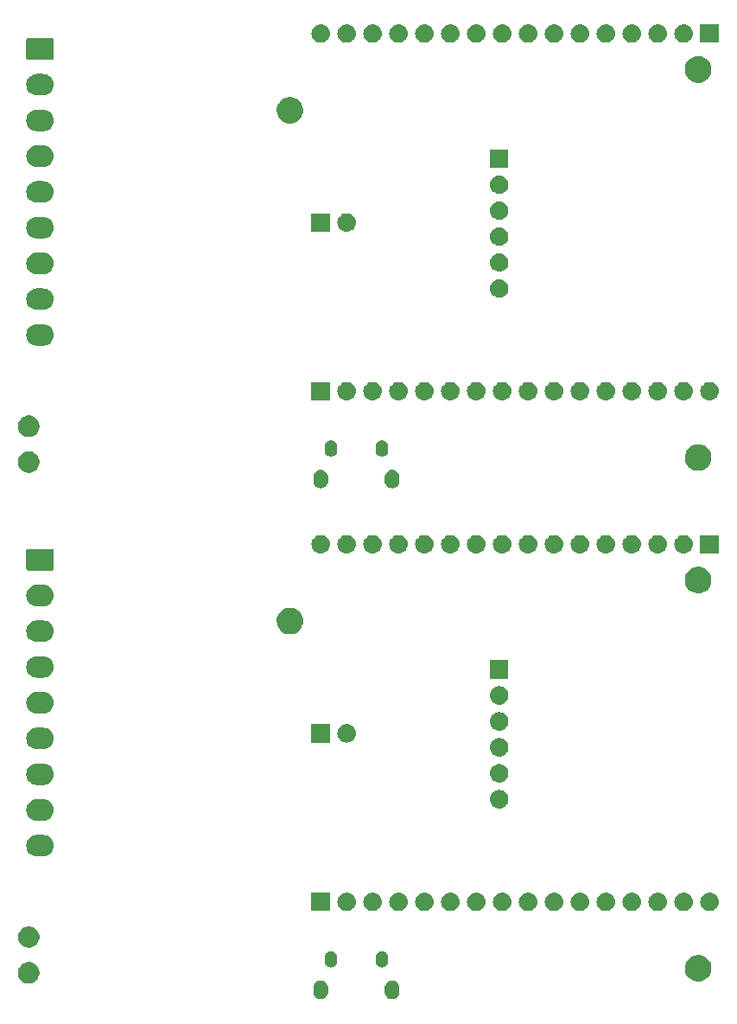
<source format=gbr>
G04 #@! TF.GenerationSoftware,KiCad,Pcbnew,5.0.1*
G04 #@! TF.CreationDate,2019-02-10T14:23:21-05:00*
G04 #@! TF.ProjectId,12V-SmartSwitch_2panel,3132562D536D6172745377697463685F,rev?*
G04 #@! TF.SameCoordinates,Original*
G04 #@! TF.FileFunction,Soldermask,Bot*
G04 #@! TF.FilePolarity,Negative*
%FSLAX46Y46*%
G04 Gerber Fmt 4.6, Leading zero omitted, Abs format (unit mm)*
G04 Created by KiCad (PCBNEW 5.0.1) date Sun 10 Feb 2019 02:23:21 PM EST*
%MOMM*%
%LPD*%
G01*
G04 APERTURE LIST*
%ADD10C,0.100000*%
G04 APERTURE END LIST*
D10*
G36*
X152142320Y-128224505D02*
X152279171Y-128266019D01*
X152279173Y-128266020D01*
X152279176Y-128266021D01*
X152405295Y-128333432D01*
X152515843Y-128424157D01*
X152606568Y-128534704D01*
X152673979Y-128660823D01*
X152673979Y-128660824D01*
X152673981Y-128660828D01*
X152715495Y-128797679D01*
X152726000Y-128904341D01*
X152726000Y-129325658D01*
X152715495Y-129432320D01*
X152684783Y-129533564D01*
X152673980Y-129569176D01*
X152606568Y-129695296D01*
X152515843Y-129805843D01*
X152405296Y-129896568D01*
X152279177Y-129963979D01*
X152279174Y-129963980D01*
X152279172Y-129963981D01*
X152142321Y-130005495D01*
X152000000Y-130019512D01*
X151857680Y-130005495D01*
X151720829Y-129963981D01*
X151720827Y-129963980D01*
X151720824Y-129963979D01*
X151594705Y-129896568D01*
X151484160Y-129805845D01*
X151393430Y-129695292D01*
X151326021Y-129569177D01*
X151326019Y-129569172D01*
X151284505Y-129432321D01*
X151274000Y-129325659D01*
X151274000Y-128904342D01*
X151284505Y-128797680D01*
X151326019Y-128660829D01*
X151326020Y-128660827D01*
X151326021Y-128660824D01*
X151393432Y-128534705D01*
X151484157Y-128424157D01*
X151594704Y-128333432D01*
X151720823Y-128266021D01*
X151720826Y-128266020D01*
X151720828Y-128266019D01*
X151857679Y-128224505D01*
X152000000Y-128210488D01*
X152142320Y-128224505D01*
X152142320Y-128224505D01*
G37*
G36*
X159142320Y-128224505D02*
X159279171Y-128266019D01*
X159279173Y-128266020D01*
X159279176Y-128266021D01*
X159405295Y-128333432D01*
X159515843Y-128424157D01*
X159606568Y-128534704D01*
X159673979Y-128660823D01*
X159673979Y-128660824D01*
X159673981Y-128660828D01*
X159715495Y-128797679D01*
X159726000Y-128904341D01*
X159726000Y-129325658D01*
X159715495Y-129432320D01*
X159684783Y-129533564D01*
X159673980Y-129569176D01*
X159606568Y-129695296D01*
X159515843Y-129805843D01*
X159405296Y-129896568D01*
X159279177Y-129963979D01*
X159279174Y-129963980D01*
X159279172Y-129963981D01*
X159142321Y-130005495D01*
X159000000Y-130019512D01*
X158857680Y-130005495D01*
X158720829Y-129963981D01*
X158720827Y-129963980D01*
X158720824Y-129963979D01*
X158594705Y-129896568D01*
X158484160Y-129805845D01*
X158393430Y-129695292D01*
X158326021Y-129569177D01*
X158326019Y-129569172D01*
X158284505Y-129432321D01*
X158274000Y-129325659D01*
X158274000Y-128904342D01*
X158284505Y-128797680D01*
X158326019Y-128660829D01*
X158326020Y-128660827D01*
X158326021Y-128660824D01*
X158393432Y-128534705D01*
X158484157Y-128424157D01*
X158594704Y-128333432D01*
X158720823Y-128266021D01*
X158720826Y-128266020D01*
X158720828Y-128266019D01*
X158857679Y-128224505D01*
X159000000Y-128210488D01*
X159142320Y-128224505D01*
X159142320Y-128224505D01*
G37*
G36*
X123706565Y-126434426D02*
X123897834Y-126513652D01*
X124069976Y-126628674D01*
X124216363Y-126775061D01*
X124331385Y-126947203D01*
X124410611Y-127138472D01*
X124451000Y-127341521D01*
X124451000Y-127548553D01*
X124410611Y-127751602D01*
X124331385Y-127942871D01*
X124216363Y-128115013D01*
X124069976Y-128261400D01*
X123897834Y-128376422D01*
X123706565Y-128455648D01*
X123503516Y-128496037D01*
X123296484Y-128496037D01*
X123093435Y-128455648D01*
X122902166Y-128376422D01*
X122730024Y-128261400D01*
X122583637Y-128115013D01*
X122468615Y-127942871D01*
X122389389Y-127751602D01*
X122349000Y-127548553D01*
X122349000Y-127341521D01*
X122389389Y-127138472D01*
X122468615Y-126947203D01*
X122583637Y-126775061D01*
X122730024Y-126628674D01*
X122902166Y-126513652D01*
X123093435Y-126434426D01*
X123296484Y-126394037D01*
X123503516Y-126394037D01*
X123706565Y-126434426D01*
X123706565Y-126434426D01*
G37*
G36*
X189379485Y-125748996D02*
X189379487Y-125748997D01*
X189379488Y-125748997D01*
X189495817Y-125797182D01*
X189616255Y-125847069D01*
X189829342Y-125989449D01*
X190010551Y-126170658D01*
X190010553Y-126170661D01*
X190152931Y-126383745D01*
X190220183Y-126546105D01*
X190251004Y-126620515D01*
X190301000Y-126871861D01*
X190301000Y-127128139D01*
X190251004Y-127379485D01*
X190152931Y-127616255D01*
X190010551Y-127829342D01*
X189829342Y-128010551D01*
X189829339Y-128010553D01*
X189616255Y-128152931D01*
X189379488Y-128251003D01*
X189379487Y-128251003D01*
X189379485Y-128251004D01*
X189128139Y-128301000D01*
X188871861Y-128301000D01*
X188620515Y-128251004D01*
X188620513Y-128251003D01*
X188620512Y-128251003D01*
X188383745Y-128152931D01*
X188170661Y-128010553D01*
X188170658Y-128010551D01*
X187989449Y-127829342D01*
X187847069Y-127616255D01*
X187748996Y-127379485D01*
X187699000Y-127128139D01*
X187699000Y-126871861D01*
X187748996Y-126620515D01*
X187779818Y-126546105D01*
X187847069Y-126383745D01*
X187989447Y-126170661D01*
X187989449Y-126170658D01*
X188170658Y-125989449D01*
X188383745Y-125847069D01*
X188504183Y-125797182D01*
X188620512Y-125748997D01*
X188620513Y-125748997D01*
X188620515Y-125748996D01*
X188871861Y-125699000D01*
X189128139Y-125699000D01*
X189379485Y-125748996D01*
X189379485Y-125748996D01*
G37*
G36*
X158117817Y-125322696D02*
X158231104Y-125357062D01*
X158335512Y-125412869D01*
X158385776Y-125454120D01*
X158427027Y-125487973D01*
X158490711Y-125565572D01*
X158502131Y-125579488D01*
X158557938Y-125683895D01*
X158592304Y-125797182D01*
X158601000Y-125885481D01*
X158601000Y-126344518D01*
X158592304Y-126432818D01*
X158557938Y-126546105D01*
X158502131Y-126650513D01*
X158427027Y-126742027D01*
X158335513Y-126817131D01*
X158231105Y-126872938D01*
X158117818Y-126907304D01*
X158000000Y-126918907D01*
X157882183Y-126907304D01*
X157768896Y-126872938D01*
X157664488Y-126817131D01*
X157572974Y-126742027D01*
X157497869Y-126650512D01*
X157442062Y-126546105D01*
X157407696Y-126432818D01*
X157399000Y-126344519D01*
X157399000Y-125885482D01*
X157407696Y-125797183D01*
X157442062Y-125683896D01*
X157497869Y-125579488D01*
X157539120Y-125529224D01*
X157572973Y-125487973D01*
X157664487Y-125412870D01*
X157664486Y-125412870D01*
X157664488Y-125412869D01*
X157768895Y-125357062D01*
X157882182Y-125322696D01*
X158000000Y-125311093D01*
X158117817Y-125322696D01*
X158117817Y-125322696D01*
G37*
G36*
X153117817Y-125322696D02*
X153231104Y-125357062D01*
X153335512Y-125412869D01*
X153385776Y-125454120D01*
X153427027Y-125487973D01*
X153490711Y-125565572D01*
X153502131Y-125579488D01*
X153557938Y-125683895D01*
X153592304Y-125797182D01*
X153601000Y-125885481D01*
X153601000Y-126344518D01*
X153592304Y-126432818D01*
X153557938Y-126546105D01*
X153502131Y-126650513D01*
X153427027Y-126742027D01*
X153335513Y-126817131D01*
X153231105Y-126872938D01*
X153117818Y-126907304D01*
X153000000Y-126918907D01*
X152882183Y-126907304D01*
X152768896Y-126872938D01*
X152664488Y-126817131D01*
X152572974Y-126742027D01*
X152497869Y-126650512D01*
X152442062Y-126546105D01*
X152407696Y-126432818D01*
X152399000Y-126344519D01*
X152399000Y-125885482D01*
X152407696Y-125797183D01*
X152442062Y-125683896D01*
X152497869Y-125579488D01*
X152539120Y-125529224D01*
X152572973Y-125487973D01*
X152664487Y-125412870D01*
X152664486Y-125412870D01*
X152664488Y-125412869D01*
X152768895Y-125357062D01*
X152882182Y-125322696D01*
X153000000Y-125311093D01*
X153117817Y-125322696D01*
X153117817Y-125322696D01*
G37*
G36*
X123706565Y-122934426D02*
X123897834Y-123013652D01*
X124069976Y-123128674D01*
X124216363Y-123275061D01*
X124331385Y-123447203D01*
X124410611Y-123638472D01*
X124451000Y-123841521D01*
X124451000Y-124048553D01*
X124410611Y-124251602D01*
X124331385Y-124442871D01*
X124216363Y-124615013D01*
X124069976Y-124761400D01*
X123897834Y-124876422D01*
X123706565Y-124955648D01*
X123503516Y-124996037D01*
X123296484Y-124996037D01*
X123093435Y-124955648D01*
X122902166Y-124876422D01*
X122730024Y-124761400D01*
X122583637Y-124615013D01*
X122468615Y-124442871D01*
X122389389Y-124251602D01*
X122349000Y-124048553D01*
X122349000Y-123841521D01*
X122389389Y-123638472D01*
X122468615Y-123447203D01*
X122583637Y-123275061D01*
X122730024Y-123128674D01*
X122902166Y-123013652D01*
X123093435Y-122934426D01*
X123296484Y-122894037D01*
X123503516Y-122894037D01*
X123706565Y-122934426D01*
X123706565Y-122934426D01*
G37*
G36*
X164810442Y-119605518D02*
X164876627Y-119612037D01*
X164989853Y-119646384D01*
X165046467Y-119663557D01*
X165185087Y-119737652D01*
X165202991Y-119747222D01*
X165238729Y-119776552D01*
X165340186Y-119859814D01*
X165423448Y-119961271D01*
X165452778Y-119997009D01*
X165452779Y-119997011D01*
X165536443Y-120153533D01*
X165536443Y-120153534D01*
X165587963Y-120323373D01*
X165605359Y-120500000D01*
X165587963Y-120676627D01*
X165553616Y-120789853D01*
X165536443Y-120846467D01*
X165462348Y-120985087D01*
X165452778Y-121002991D01*
X165423448Y-121038729D01*
X165340186Y-121140186D01*
X165238729Y-121223448D01*
X165202991Y-121252778D01*
X165202989Y-121252779D01*
X165046467Y-121336443D01*
X164989853Y-121353616D01*
X164876627Y-121387963D01*
X164810443Y-121394481D01*
X164744260Y-121401000D01*
X164655740Y-121401000D01*
X164589557Y-121394481D01*
X164523373Y-121387963D01*
X164410147Y-121353616D01*
X164353533Y-121336443D01*
X164197011Y-121252779D01*
X164197009Y-121252778D01*
X164161271Y-121223448D01*
X164059814Y-121140186D01*
X163976552Y-121038729D01*
X163947222Y-121002991D01*
X163937652Y-120985087D01*
X163863557Y-120846467D01*
X163846384Y-120789853D01*
X163812037Y-120676627D01*
X163794641Y-120500000D01*
X163812037Y-120323373D01*
X163863557Y-120153534D01*
X163863557Y-120153533D01*
X163947221Y-119997011D01*
X163947222Y-119997009D01*
X163976552Y-119961271D01*
X164059814Y-119859814D01*
X164161271Y-119776552D01*
X164197009Y-119747222D01*
X164214913Y-119737652D01*
X164353533Y-119663557D01*
X164410147Y-119646384D01*
X164523373Y-119612037D01*
X164589558Y-119605518D01*
X164655740Y-119599000D01*
X164744260Y-119599000D01*
X164810442Y-119605518D01*
X164810442Y-119605518D01*
G37*
G36*
X152901000Y-121401000D02*
X151099000Y-121401000D01*
X151099000Y-119599000D01*
X152901000Y-119599000D01*
X152901000Y-121401000D01*
X152901000Y-121401000D01*
G37*
G36*
X154650442Y-119605518D02*
X154716627Y-119612037D01*
X154829853Y-119646384D01*
X154886467Y-119663557D01*
X155025087Y-119737652D01*
X155042991Y-119747222D01*
X155078729Y-119776552D01*
X155180186Y-119859814D01*
X155263448Y-119961271D01*
X155292778Y-119997009D01*
X155292779Y-119997011D01*
X155376443Y-120153533D01*
X155376443Y-120153534D01*
X155427963Y-120323373D01*
X155445359Y-120500000D01*
X155427963Y-120676627D01*
X155393616Y-120789853D01*
X155376443Y-120846467D01*
X155302348Y-120985087D01*
X155292778Y-121002991D01*
X155263448Y-121038729D01*
X155180186Y-121140186D01*
X155078729Y-121223448D01*
X155042991Y-121252778D01*
X155042989Y-121252779D01*
X154886467Y-121336443D01*
X154829853Y-121353616D01*
X154716627Y-121387963D01*
X154650443Y-121394481D01*
X154584260Y-121401000D01*
X154495740Y-121401000D01*
X154429557Y-121394481D01*
X154363373Y-121387963D01*
X154250147Y-121353616D01*
X154193533Y-121336443D01*
X154037011Y-121252779D01*
X154037009Y-121252778D01*
X154001271Y-121223448D01*
X153899814Y-121140186D01*
X153816552Y-121038729D01*
X153787222Y-121002991D01*
X153777652Y-120985087D01*
X153703557Y-120846467D01*
X153686384Y-120789853D01*
X153652037Y-120676627D01*
X153634641Y-120500000D01*
X153652037Y-120323373D01*
X153703557Y-120153534D01*
X153703557Y-120153533D01*
X153787221Y-119997011D01*
X153787222Y-119997009D01*
X153816552Y-119961271D01*
X153899814Y-119859814D01*
X154001271Y-119776552D01*
X154037009Y-119747222D01*
X154054913Y-119737652D01*
X154193533Y-119663557D01*
X154250147Y-119646384D01*
X154363373Y-119612037D01*
X154429558Y-119605518D01*
X154495740Y-119599000D01*
X154584260Y-119599000D01*
X154650442Y-119605518D01*
X154650442Y-119605518D01*
G37*
G36*
X157190442Y-119605518D02*
X157256627Y-119612037D01*
X157369853Y-119646384D01*
X157426467Y-119663557D01*
X157565087Y-119737652D01*
X157582991Y-119747222D01*
X157618729Y-119776552D01*
X157720186Y-119859814D01*
X157803448Y-119961271D01*
X157832778Y-119997009D01*
X157832779Y-119997011D01*
X157916443Y-120153533D01*
X157916443Y-120153534D01*
X157967963Y-120323373D01*
X157985359Y-120500000D01*
X157967963Y-120676627D01*
X157933616Y-120789853D01*
X157916443Y-120846467D01*
X157842348Y-120985087D01*
X157832778Y-121002991D01*
X157803448Y-121038729D01*
X157720186Y-121140186D01*
X157618729Y-121223448D01*
X157582991Y-121252778D01*
X157582989Y-121252779D01*
X157426467Y-121336443D01*
X157369853Y-121353616D01*
X157256627Y-121387963D01*
X157190443Y-121394481D01*
X157124260Y-121401000D01*
X157035740Y-121401000D01*
X156969557Y-121394481D01*
X156903373Y-121387963D01*
X156790147Y-121353616D01*
X156733533Y-121336443D01*
X156577011Y-121252779D01*
X156577009Y-121252778D01*
X156541271Y-121223448D01*
X156439814Y-121140186D01*
X156356552Y-121038729D01*
X156327222Y-121002991D01*
X156317652Y-120985087D01*
X156243557Y-120846467D01*
X156226384Y-120789853D01*
X156192037Y-120676627D01*
X156174641Y-120500000D01*
X156192037Y-120323373D01*
X156243557Y-120153534D01*
X156243557Y-120153533D01*
X156327221Y-119997011D01*
X156327222Y-119997009D01*
X156356552Y-119961271D01*
X156439814Y-119859814D01*
X156541271Y-119776552D01*
X156577009Y-119747222D01*
X156594913Y-119737652D01*
X156733533Y-119663557D01*
X156790147Y-119646384D01*
X156903373Y-119612037D01*
X156969558Y-119605518D01*
X157035740Y-119599000D01*
X157124260Y-119599000D01*
X157190442Y-119605518D01*
X157190442Y-119605518D01*
G37*
G36*
X159730442Y-119605518D02*
X159796627Y-119612037D01*
X159909853Y-119646384D01*
X159966467Y-119663557D01*
X160105087Y-119737652D01*
X160122991Y-119747222D01*
X160158729Y-119776552D01*
X160260186Y-119859814D01*
X160343448Y-119961271D01*
X160372778Y-119997009D01*
X160372779Y-119997011D01*
X160456443Y-120153533D01*
X160456443Y-120153534D01*
X160507963Y-120323373D01*
X160525359Y-120500000D01*
X160507963Y-120676627D01*
X160473616Y-120789853D01*
X160456443Y-120846467D01*
X160382348Y-120985087D01*
X160372778Y-121002991D01*
X160343448Y-121038729D01*
X160260186Y-121140186D01*
X160158729Y-121223448D01*
X160122991Y-121252778D01*
X160122989Y-121252779D01*
X159966467Y-121336443D01*
X159909853Y-121353616D01*
X159796627Y-121387963D01*
X159730443Y-121394481D01*
X159664260Y-121401000D01*
X159575740Y-121401000D01*
X159509557Y-121394481D01*
X159443373Y-121387963D01*
X159330147Y-121353616D01*
X159273533Y-121336443D01*
X159117011Y-121252779D01*
X159117009Y-121252778D01*
X159081271Y-121223448D01*
X158979814Y-121140186D01*
X158896552Y-121038729D01*
X158867222Y-121002991D01*
X158857652Y-120985087D01*
X158783557Y-120846467D01*
X158766384Y-120789853D01*
X158732037Y-120676627D01*
X158714641Y-120500000D01*
X158732037Y-120323373D01*
X158783557Y-120153534D01*
X158783557Y-120153533D01*
X158867221Y-119997011D01*
X158867222Y-119997009D01*
X158896552Y-119961271D01*
X158979814Y-119859814D01*
X159081271Y-119776552D01*
X159117009Y-119747222D01*
X159134913Y-119737652D01*
X159273533Y-119663557D01*
X159330147Y-119646384D01*
X159443373Y-119612037D01*
X159509558Y-119605518D01*
X159575740Y-119599000D01*
X159664260Y-119599000D01*
X159730442Y-119605518D01*
X159730442Y-119605518D01*
G37*
G36*
X162270442Y-119605518D02*
X162336627Y-119612037D01*
X162449853Y-119646384D01*
X162506467Y-119663557D01*
X162645087Y-119737652D01*
X162662991Y-119747222D01*
X162698729Y-119776552D01*
X162800186Y-119859814D01*
X162883448Y-119961271D01*
X162912778Y-119997009D01*
X162912779Y-119997011D01*
X162996443Y-120153533D01*
X162996443Y-120153534D01*
X163047963Y-120323373D01*
X163065359Y-120500000D01*
X163047963Y-120676627D01*
X163013616Y-120789853D01*
X162996443Y-120846467D01*
X162922348Y-120985087D01*
X162912778Y-121002991D01*
X162883448Y-121038729D01*
X162800186Y-121140186D01*
X162698729Y-121223448D01*
X162662991Y-121252778D01*
X162662989Y-121252779D01*
X162506467Y-121336443D01*
X162449853Y-121353616D01*
X162336627Y-121387963D01*
X162270443Y-121394481D01*
X162204260Y-121401000D01*
X162115740Y-121401000D01*
X162049557Y-121394481D01*
X161983373Y-121387963D01*
X161870147Y-121353616D01*
X161813533Y-121336443D01*
X161657011Y-121252779D01*
X161657009Y-121252778D01*
X161621271Y-121223448D01*
X161519814Y-121140186D01*
X161436552Y-121038729D01*
X161407222Y-121002991D01*
X161397652Y-120985087D01*
X161323557Y-120846467D01*
X161306384Y-120789853D01*
X161272037Y-120676627D01*
X161254641Y-120500000D01*
X161272037Y-120323373D01*
X161323557Y-120153534D01*
X161323557Y-120153533D01*
X161407221Y-119997011D01*
X161407222Y-119997009D01*
X161436552Y-119961271D01*
X161519814Y-119859814D01*
X161621271Y-119776552D01*
X161657009Y-119747222D01*
X161674913Y-119737652D01*
X161813533Y-119663557D01*
X161870147Y-119646384D01*
X161983373Y-119612037D01*
X162049558Y-119605518D01*
X162115740Y-119599000D01*
X162204260Y-119599000D01*
X162270442Y-119605518D01*
X162270442Y-119605518D01*
G37*
G36*
X167350442Y-119605518D02*
X167416627Y-119612037D01*
X167529853Y-119646384D01*
X167586467Y-119663557D01*
X167725087Y-119737652D01*
X167742991Y-119747222D01*
X167778729Y-119776552D01*
X167880186Y-119859814D01*
X167963448Y-119961271D01*
X167992778Y-119997009D01*
X167992779Y-119997011D01*
X168076443Y-120153533D01*
X168076443Y-120153534D01*
X168127963Y-120323373D01*
X168145359Y-120500000D01*
X168127963Y-120676627D01*
X168093616Y-120789853D01*
X168076443Y-120846467D01*
X168002348Y-120985087D01*
X167992778Y-121002991D01*
X167963448Y-121038729D01*
X167880186Y-121140186D01*
X167778729Y-121223448D01*
X167742991Y-121252778D01*
X167742989Y-121252779D01*
X167586467Y-121336443D01*
X167529853Y-121353616D01*
X167416627Y-121387963D01*
X167350443Y-121394481D01*
X167284260Y-121401000D01*
X167195740Y-121401000D01*
X167129557Y-121394481D01*
X167063373Y-121387963D01*
X166950147Y-121353616D01*
X166893533Y-121336443D01*
X166737011Y-121252779D01*
X166737009Y-121252778D01*
X166701271Y-121223448D01*
X166599814Y-121140186D01*
X166516552Y-121038729D01*
X166487222Y-121002991D01*
X166477652Y-120985087D01*
X166403557Y-120846467D01*
X166386384Y-120789853D01*
X166352037Y-120676627D01*
X166334641Y-120500000D01*
X166352037Y-120323373D01*
X166403557Y-120153534D01*
X166403557Y-120153533D01*
X166487221Y-119997011D01*
X166487222Y-119997009D01*
X166516552Y-119961271D01*
X166599814Y-119859814D01*
X166701271Y-119776552D01*
X166737009Y-119747222D01*
X166754913Y-119737652D01*
X166893533Y-119663557D01*
X166950147Y-119646384D01*
X167063373Y-119612037D01*
X167129558Y-119605518D01*
X167195740Y-119599000D01*
X167284260Y-119599000D01*
X167350442Y-119605518D01*
X167350442Y-119605518D01*
G37*
G36*
X169890442Y-119605518D02*
X169956627Y-119612037D01*
X170069853Y-119646384D01*
X170126467Y-119663557D01*
X170265087Y-119737652D01*
X170282991Y-119747222D01*
X170318729Y-119776552D01*
X170420186Y-119859814D01*
X170503448Y-119961271D01*
X170532778Y-119997009D01*
X170532779Y-119997011D01*
X170616443Y-120153533D01*
X170616443Y-120153534D01*
X170667963Y-120323373D01*
X170685359Y-120500000D01*
X170667963Y-120676627D01*
X170633616Y-120789853D01*
X170616443Y-120846467D01*
X170542348Y-120985087D01*
X170532778Y-121002991D01*
X170503448Y-121038729D01*
X170420186Y-121140186D01*
X170318729Y-121223448D01*
X170282991Y-121252778D01*
X170282989Y-121252779D01*
X170126467Y-121336443D01*
X170069853Y-121353616D01*
X169956627Y-121387963D01*
X169890443Y-121394481D01*
X169824260Y-121401000D01*
X169735740Y-121401000D01*
X169669557Y-121394481D01*
X169603373Y-121387963D01*
X169490147Y-121353616D01*
X169433533Y-121336443D01*
X169277011Y-121252779D01*
X169277009Y-121252778D01*
X169241271Y-121223448D01*
X169139814Y-121140186D01*
X169056552Y-121038729D01*
X169027222Y-121002991D01*
X169017652Y-120985087D01*
X168943557Y-120846467D01*
X168926384Y-120789853D01*
X168892037Y-120676627D01*
X168874641Y-120500000D01*
X168892037Y-120323373D01*
X168943557Y-120153534D01*
X168943557Y-120153533D01*
X169027221Y-119997011D01*
X169027222Y-119997009D01*
X169056552Y-119961271D01*
X169139814Y-119859814D01*
X169241271Y-119776552D01*
X169277009Y-119747222D01*
X169294913Y-119737652D01*
X169433533Y-119663557D01*
X169490147Y-119646384D01*
X169603373Y-119612037D01*
X169669558Y-119605518D01*
X169735740Y-119599000D01*
X169824260Y-119599000D01*
X169890442Y-119605518D01*
X169890442Y-119605518D01*
G37*
G36*
X172430442Y-119605518D02*
X172496627Y-119612037D01*
X172609853Y-119646384D01*
X172666467Y-119663557D01*
X172805087Y-119737652D01*
X172822991Y-119747222D01*
X172858729Y-119776552D01*
X172960186Y-119859814D01*
X173043448Y-119961271D01*
X173072778Y-119997009D01*
X173072779Y-119997011D01*
X173156443Y-120153533D01*
X173156443Y-120153534D01*
X173207963Y-120323373D01*
X173225359Y-120500000D01*
X173207963Y-120676627D01*
X173173616Y-120789853D01*
X173156443Y-120846467D01*
X173082348Y-120985087D01*
X173072778Y-121002991D01*
X173043448Y-121038729D01*
X172960186Y-121140186D01*
X172858729Y-121223448D01*
X172822991Y-121252778D01*
X172822989Y-121252779D01*
X172666467Y-121336443D01*
X172609853Y-121353616D01*
X172496627Y-121387963D01*
X172430443Y-121394481D01*
X172364260Y-121401000D01*
X172275740Y-121401000D01*
X172209557Y-121394481D01*
X172143373Y-121387963D01*
X172030147Y-121353616D01*
X171973533Y-121336443D01*
X171817011Y-121252779D01*
X171817009Y-121252778D01*
X171781271Y-121223448D01*
X171679814Y-121140186D01*
X171596552Y-121038729D01*
X171567222Y-121002991D01*
X171557652Y-120985087D01*
X171483557Y-120846467D01*
X171466384Y-120789853D01*
X171432037Y-120676627D01*
X171414641Y-120500000D01*
X171432037Y-120323373D01*
X171483557Y-120153534D01*
X171483557Y-120153533D01*
X171567221Y-119997011D01*
X171567222Y-119997009D01*
X171596552Y-119961271D01*
X171679814Y-119859814D01*
X171781271Y-119776552D01*
X171817009Y-119747222D01*
X171834913Y-119737652D01*
X171973533Y-119663557D01*
X172030147Y-119646384D01*
X172143373Y-119612037D01*
X172209558Y-119605518D01*
X172275740Y-119599000D01*
X172364260Y-119599000D01*
X172430442Y-119605518D01*
X172430442Y-119605518D01*
G37*
G36*
X174970442Y-119605518D02*
X175036627Y-119612037D01*
X175149853Y-119646384D01*
X175206467Y-119663557D01*
X175345087Y-119737652D01*
X175362991Y-119747222D01*
X175398729Y-119776552D01*
X175500186Y-119859814D01*
X175583448Y-119961271D01*
X175612778Y-119997009D01*
X175612779Y-119997011D01*
X175696443Y-120153533D01*
X175696443Y-120153534D01*
X175747963Y-120323373D01*
X175765359Y-120500000D01*
X175747963Y-120676627D01*
X175713616Y-120789853D01*
X175696443Y-120846467D01*
X175622348Y-120985087D01*
X175612778Y-121002991D01*
X175583448Y-121038729D01*
X175500186Y-121140186D01*
X175398729Y-121223448D01*
X175362991Y-121252778D01*
X175362989Y-121252779D01*
X175206467Y-121336443D01*
X175149853Y-121353616D01*
X175036627Y-121387963D01*
X174970443Y-121394481D01*
X174904260Y-121401000D01*
X174815740Y-121401000D01*
X174749557Y-121394481D01*
X174683373Y-121387963D01*
X174570147Y-121353616D01*
X174513533Y-121336443D01*
X174357011Y-121252779D01*
X174357009Y-121252778D01*
X174321271Y-121223448D01*
X174219814Y-121140186D01*
X174136552Y-121038729D01*
X174107222Y-121002991D01*
X174097652Y-120985087D01*
X174023557Y-120846467D01*
X174006384Y-120789853D01*
X173972037Y-120676627D01*
X173954641Y-120500000D01*
X173972037Y-120323373D01*
X174023557Y-120153534D01*
X174023557Y-120153533D01*
X174107221Y-119997011D01*
X174107222Y-119997009D01*
X174136552Y-119961271D01*
X174219814Y-119859814D01*
X174321271Y-119776552D01*
X174357009Y-119747222D01*
X174374913Y-119737652D01*
X174513533Y-119663557D01*
X174570147Y-119646384D01*
X174683373Y-119612037D01*
X174749558Y-119605518D01*
X174815740Y-119599000D01*
X174904260Y-119599000D01*
X174970442Y-119605518D01*
X174970442Y-119605518D01*
G37*
G36*
X177510442Y-119605518D02*
X177576627Y-119612037D01*
X177689853Y-119646384D01*
X177746467Y-119663557D01*
X177885087Y-119737652D01*
X177902991Y-119747222D01*
X177938729Y-119776552D01*
X178040186Y-119859814D01*
X178123448Y-119961271D01*
X178152778Y-119997009D01*
X178152779Y-119997011D01*
X178236443Y-120153533D01*
X178236443Y-120153534D01*
X178287963Y-120323373D01*
X178305359Y-120500000D01*
X178287963Y-120676627D01*
X178253616Y-120789853D01*
X178236443Y-120846467D01*
X178162348Y-120985087D01*
X178152778Y-121002991D01*
X178123448Y-121038729D01*
X178040186Y-121140186D01*
X177938729Y-121223448D01*
X177902991Y-121252778D01*
X177902989Y-121252779D01*
X177746467Y-121336443D01*
X177689853Y-121353616D01*
X177576627Y-121387963D01*
X177510443Y-121394481D01*
X177444260Y-121401000D01*
X177355740Y-121401000D01*
X177289557Y-121394481D01*
X177223373Y-121387963D01*
X177110147Y-121353616D01*
X177053533Y-121336443D01*
X176897011Y-121252779D01*
X176897009Y-121252778D01*
X176861271Y-121223448D01*
X176759814Y-121140186D01*
X176676552Y-121038729D01*
X176647222Y-121002991D01*
X176637652Y-120985087D01*
X176563557Y-120846467D01*
X176546384Y-120789853D01*
X176512037Y-120676627D01*
X176494641Y-120500000D01*
X176512037Y-120323373D01*
X176563557Y-120153534D01*
X176563557Y-120153533D01*
X176647221Y-119997011D01*
X176647222Y-119997009D01*
X176676552Y-119961271D01*
X176759814Y-119859814D01*
X176861271Y-119776552D01*
X176897009Y-119747222D01*
X176914913Y-119737652D01*
X177053533Y-119663557D01*
X177110147Y-119646384D01*
X177223373Y-119612037D01*
X177289558Y-119605518D01*
X177355740Y-119599000D01*
X177444260Y-119599000D01*
X177510442Y-119605518D01*
X177510442Y-119605518D01*
G37*
G36*
X180050442Y-119605518D02*
X180116627Y-119612037D01*
X180229853Y-119646384D01*
X180286467Y-119663557D01*
X180425087Y-119737652D01*
X180442991Y-119747222D01*
X180478729Y-119776552D01*
X180580186Y-119859814D01*
X180663448Y-119961271D01*
X180692778Y-119997009D01*
X180692779Y-119997011D01*
X180776443Y-120153533D01*
X180776443Y-120153534D01*
X180827963Y-120323373D01*
X180845359Y-120500000D01*
X180827963Y-120676627D01*
X180793616Y-120789853D01*
X180776443Y-120846467D01*
X180702348Y-120985087D01*
X180692778Y-121002991D01*
X180663448Y-121038729D01*
X180580186Y-121140186D01*
X180478729Y-121223448D01*
X180442991Y-121252778D01*
X180442989Y-121252779D01*
X180286467Y-121336443D01*
X180229853Y-121353616D01*
X180116627Y-121387963D01*
X180050443Y-121394481D01*
X179984260Y-121401000D01*
X179895740Y-121401000D01*
X179829557Y-121394481D01*
X179763373Y-121387963D01*
X179650147Y-121353616D01*
X179593533Y-121336443D01*
X179437011Y-121252779D01*
X179437009Y-121252778D01*
X179401271Y-121223448D01*
X179299814Y-121140186D01*
X179216552Y-121038729D01*
X179187222Y-121002991D01*
X179177652Y-120985087D01*
X179103557Y-120846467D01*
X179086384Y-120789853D01*
X179052037Y-120676627D01*
X179034641Y-120500000D01*
X179052037Y-120323373D01*
X179103557Y-120153534D01*
X179103557Y-120153533D01*
X179187221Y-119997011D01*
X179187222Y-119997009D01*
X179216552Y-119961271D01*
X179299814Y-119859814D01*
X179401271Y-119776552D01*
X179437009Y-119747222D01*
X179454913Y-119737652D01*
X179593533Y-119663557D01*
X179650147Y-119646384D01*
X179763373Y-119612037D01*
X179829558Y-119605518D01*
X179895740Y-119599000D01*
X179984260Y-119599000D01*
X180050442Y-119605518D01*
X180050442Y-119605518D01*
G37*
G36*
X182590442Y-119605518D02*
X182656627Y-119612037D01*
X182769853Y-119646384D01*
X182826467Y-119663557D01*
X182965087Y-119737652D01*
X182982991Y-119747222D01*
X183018729Y-119776552D01*
X183120186Y-119859814D01*
X183203448Y-119961271D01*
X183232778Y-119997009D01*
X183232779Y-119997011D01*
X183316443Y-120153533D01*
X183316443Y-120153534D01*
X183367963Y-120323373D01*
X183385359Y-120500000D01*
X183367963Y-120676627D01*
X183333616Y-120789853D01*
X183316443Y-120846467D01*
X183242348Y-120985087D01*
X183232778Y-121002991D01*
X183203448Y-121038729D01*
X183120186Y-121140186D01*
X183018729Y-121223448D01*
X182982991Y-121252778D01*
X182982989Y-121252779D01*
X182826467Y-121336443D01*
X182769853Y-121353616D01*
X182656627Y-121387963D01*
X182590443Y-121394481D01*
X182524260Y-121401000D01*
X182435740Y-121401000D01*
X182369557Y-121394481D01*
X182303373Y-121387963D01*
X182190147Y-121353616D01*
X182133533Y-121336443D01*
X181977011Y-121252779D01*
X181977009Y-121252778D01*
X181941271Y-121223448D01*
X181839814Y-121140186D01*
X181756552Y-121038729D01*
X181727222Y-121002991D01*
X181717652Y-120985087D01*
X181643557Y-120846467D01*
X181626384Y-120789853D01*
X181592037Y-120676627D01*
X181574641Y-120500000D01*
X181592037Y-120323373D01*
X181643557Y-120153534D01*
X181643557Y-120153533D01*
X181727221Y-119997011D01*
X181727222Y-119997009D01*
X181756552Y-119961271D01*
X181839814Y-119859814D01*
X181941271Y-119776552D01*
X181977009Y-119747222D01*
X181994913Y-119737652D01*
X182133533Y-119663557D01*
X182190147Y-119646384D01*
X182303373Y-119612037D01*
X182369558Y-119605518D01*
X182435740Y-119599000D01*
X182524260Y-119599000D01*
X182590442Y-119605518D01*
X182590442Y-119605518D01*
G37*
G36*
X185130442Y-119605518D02*
X185196627Y-119612037D01*
X185309853Y-119646384D01*
X185366467Y-119663557D01*
X185505087Y-119737652D01*
X185522991Y-119747222D01*
X185558729Y-119776552D01*
X185660186Y-119859814D01*
X185743448Y-119961271D01*
X185772778Y-119997009D01*
X185772779Y-119997011D01*
X185856443Y-120153533D01*
X185856443Y-120153534D01*
X185907963Y-120323373D01*
X185925359Y-120500000D01*
X185907963Y-120676627D01*
X185873616Y-120789853D01*
X185856443Y-120846467D01*
X185782348Y-120985087D01*
X185772778Y-121002991D01*
X185743448Y-121038729D01*
X185660186Y-121140186D01*
X185558729Y-121223448D01*
X185522991Y-121252778D01*
X185522989Y-121252779D01*
X185366467Y-121336443D01*
X185309853Y-121353616D01*
X185196627Y-121387963D01*
X185130443Y-121394481D01*
X185064260Y-121401000D01*
X184975740Y-121401000D01*
X184909557Y-121394481D01*
X184843373Y-121387963D01*
X184730147Y-121353616D01*
X184673533Y-121336443D01*
X184517011Y-121252779D01*
X184517009Y-121252778D01*
X184481271Y-121223448D01*
X184379814Y-121140186D01*
X184296552Y-121038729D01*
X184267222Y-121002991D01*
X184257652Y-120985087D01*
X184183557Y-120846467D01*
X184166384Y-120789853D01*
X184132037Y-120676627D01*
X184114641Y-120500000D01*
X184132037Y-120323373D01*
X184183557Y-120153534D01*
X184183557Y-120153533D01*
X184267221Y-119997011D01*
X184267222Y-119997009D01*
X184296552Y-119961271D01*
X184379814Y-119859814D01*
X184481271Y-119776552D01*
X184517009Y-119747222D01*
X184534913Y-119737652D01*
X184673533Y-119663557D01*
X184730147Y-119646384D01*
X184843373Y-119612037D01*
X184909558Y-119605518D01*
X184975740Y-119599000D01*
X185064260Y-119599000D01*
X185130442Y-119605518D01*
X185130442Y-119605518D01*
G37*
G36*
X187670442Y-119605518D02*
X187736627Y-119612037D01*
X187849853Y-119646384D01*
X187906467Y-119663557D01*
X188045087Y-119737652D01*
X188062991Y-119747222D01*
X188098729Y-119776552D01*
X188200186Y-119859814D01*
X188283448Y-119961271D01*
X188312778Y-119997009D01*
X188312779Y-119997011D01*
X188396443Y-120153533D01*
X188396443Y-120153534D01*
X188447963Y-120323373D01*
X188465359Y-120500000D01*
X188447963Y-120676627D01*
X188413616Y-120789853D01*
X188396443Y-120846467D01*
X188322348Y-120985087D01*
X188312778Y-121002991D01*
X188283448Y-121038729D01*
X188200186Y-121140186D01*
X188098729Y-121223448D01*
X188062991Y-121252778D01*
X188062989Y-121252779D01*
X187906467Y-121336443D01*
X187849853Y-121353616D01*
X187736627Y-121387963D01*
X187670443Y-121394481D01*
X187604260Y-121401000D01*
X187515740Y-121401000D01*
X187449557Y-121394481D01*
X187383373Y-121387963D01*
X187270147Y-121353616D01*
X187213533Y-121336443D01*
X187057011Y-121252779D01*
X187057009Y-121252778D01*
X187021271Y-121223448D01*
X186919814Y-121140186D01*
X186836552Y-121038729D01*
X186807222Y-121002991D01*
X186797652Y-120985087D01*
X186723557Y-120846467D01*
X186706384Y-120789853D01*
X186672037Y-120676627D01*
X186654641Y-120500000D01*
X186672037Y-120323373D01*
X186723557Y-120153534D01*
X186723557Y-120153533D01*
X186807221Y-119997011D01*
X186807222Y-119997009D01*
X186836552Y-119961271D01*
X186919814Y-119859814D01*
X187021271Y-119776552D01*
X187057009Y-119747222D01*
X187074913Y-119737652D01*
X187213533Y-119663557D01*
X187270147Y-119646384D01*
X187383373Y-119612037D01*
X187449558Y-119605518D01*
X187515740Y-119599000D01*
X187604260Y-119599000D01*
X187670442Y-119605518D01*
X187670442Y-119605518D01*
G37*
G36*
X190210442Y-119605518D02*
X190276627Y-119612037D01*
X190389853Y-119646384D01*
X190446467Y-119663557D01*
X190585087Y-119737652D01*
X190602991Y-119747222D01*
X190638729Y-119776552D01*
X190740186Y-119859814D01*
X190823448Y-119961271D01*
X190852778Y-119997009D01*
X190852779Y-119997011D01*
X190936443Y-120153533D01*
X190936443Y-120153534D01*
X190987963Y-120323373D01*
X191005359Y-120500000D01*
X190987963Y-120676627D01*
X190953616Y-120789853D01*
X190936443Y-120846467D01*
X190862348Y-120985087D01*
X190852778Y-121002991D01*
X190823448Y-121038729D01*
X190740186Y-121140186D01*
X190638729Y-121223448D01*
X190602991Y-121252778D01*
X190602989Y-121252779D01*
X190446467Y-121336443D01*
X190389853Y-121353616D01*
X190276627Y-121387963D01*
X190210443Y-121394481D01*
X190144260Y-121401000D01*
X190055740Y-121401000D01*
X189989557Y-121394481D01*
X189923373Y-121387963D01*
X189810147Y-121353616D01*
X189753533Y-121336443D01*
X189597011Y-121252779D01*
X189597009Y-121252778D01*
X189561271Y-121223448D01*
X189459814Y-121140186D01*
X189376552Y-121038729D01*
X189347222Y-121002991D01*
X189337652Y-120985087D01*
X189263557Y-120846467D01*
X189246384Y-120789853D01*
X189212037Y-120676627D01*
X189194641Y-120500000D01*
X189212037Y-120323373D01*
X189263557Y-120153534D01*
X189263557Y-120153533D01*
X189347221Y-119997011D01*
X189347222Y-119997009D01*
X189376552Y-119961271D01*
X189459814Y-119859814D01*
X189561271Y-119776552D01*
X189597009Y-119747222D01*
X189614913Y-119737652D01*
X189753533Y-119663557D01*
X189810147Y-119646384D01*
X189923373Y-119612037D01*
X189989558Y-119605518D01*
X190055740Y-119599000D01*
X190144260Y-119599000D01*
X190210442Y-119605518D01*
X190210442Y-119605518D01*
G37*
G36*
X124882510Y-113952041D02*
X125006032Y-113964207D01*
X125204146Y-114024305D01*
X125386729Y-114121897D01*
X125546765Y-114253235D01*
X125678103Y-114413271D01*
X125775695Y-114595854D01*
X125835793Y-114793968D01*
X125856085Y-115000000D01*
X125835793Y-115206032D01*
X125775695Y-115404146D01*
X125678103Y-115586729D01*
X125546765Y-115746765D01*
X125386729Y-115878103D01*
X125204146Y-115975695D01*
X125006032Y-116035793D01*
X124882510Y-116047959D01*
X124851631Y-116051000D01*
X124148369Y-116051000D01*
X124117490Y-116047959D01*
X123993968Y-116035793D01*
X123795854Y-115975695D01*
X123613271Y-115878103D01*
X123453235Y-115746765D01*
X123321897Y-115586729D01*
X123224305Y-115404146D01*
X123164207Y-115206032D01*
X123143915Y-115000000D01*
X123164207Y-114793968D01*
X123224305Y-114595854D01*
X123321897Y-114413271D01*
X123453235Y-114253235D01*
X123613271Y-114121897D01*
X123795854Y-114024305D01*
X123993968Y-113964207D01*
X124117490Y-113952041D01*
X124148369Y-113949000D01*
X124851631Y-113949000D01*
X124882510Y-113952041D01*
X124882510Y-113952041D01*
G37*
G36*
X124882510Y-110452041D02*
X125006032Y-110464207D01*
X125204146Y-110524305D01*
X125386729Y-110621897D01*
X125546765Y-110753235D01*
X125678103Y-110913271D01*
X125775695Y-111095854D01*
X125835793Y-111293968D01*
X125856085Y-111500000D01*
X125835793Y-111706032D01*
X125775695Y-111904146D01*
X125678103Y-112086729D01*
X125546765Y-112246765D01*
X125386729Y-112378103D01*
X125204146Y-112475695D01*
X125006032Y-112535793D01*
X124882510Y-112547959D01*
X124851631Y-112551000D01*
X124148369Y-112551000D01*
X124117490Y-112547959D01*
X123993968Y-112535793D01*
X123795854Y-112475695D01*
X123613271Y-112378103D01*
X123453235Y-112246765D01*
X123321897Y-112086729D01*
X123224305Y-111904146D01*
X123164207Y-111706032D01*
X123143915Y-111500000D01*
X123164207Y-111293968D01*
X123224305Y-111095854D01*
X123321897Y-110913271D01*
X123453235Y-110753235D01*
X123613271Y-110621897D01*
X123795854Y-110524305D01*
X123993968Y-110464207D01*
X124117490Y-110452041D01*
X124148369Y-110449000D01*
X124851631Y-110449000D01*
X124882510Y-110452041D01*
X124882510Y-110452041D01*
G37*
G36*
X169610442Y-109555518D02*
X169676627Y-109562037D01*
X169789853Y-109596384D01*
X169846467Y-109613557D01*
X169985087Y-109687652D01*
X170002991Y-109697222D01*
X170038729Y-109726552D01*
X170140186Y-109809814D01*
X170223448Y-109911271D01*
X170252778Y-109947009D01*
X170252779Y-109947011D01*
X170336443Y-110103533D01*
X170336443Y-110103534D01*
X170387963Y-110273373D01*
X170405359Y-110450000D01*
X170387963Y-110626627D01*
X170353616Y-110739853D01*
X170336443Y-110796467D01*
X170274010Y-110913269D01*
X170252778Y-110952991D01*
X170223448Y-110988729D01*
X170140186Y-111090186D01*
X170038729Y-111173448D01*
X170002991Y-111202778D01*
X170002989Y-111202779D01*
X169846467Y-111286443D01*
X169789853Y-111303616D01*
X169676627Y-111337963D01*
X169610442Y-111344482D01*
X169544260Y-111351000D01*
X169455740Y-111351000D01*
X169389558Y-111344482D01*
X169323373Y-111337963D01*
X169210147Y-111303616D01*
X169153533Y-111286443D01*
X168997011Y-111202779D01*
X168997009Y-111202778D01*
X168961271Y-111173448D01*
X168859814Y-111090186D01*
X168776552Y-110988729D01*
X168747222Y-110952991D01*
X168725990Y-110913269D01*
X168663557Y-110796467D01*
X168646384Y-110739853D01*
X168612037Y-110626627D01*
X168594641Y-110450000D01*
X168612037Y-110273373D01*
X168663557Y-110103534D01*
X168663557Y-110103533D01*
X168747221Y-109947011D01*
X168747222Y-109947009D01*
X168776552Y-109911271D01*
X168859814Y-109809814D01*
X168961271Y-109726552D01*
X168997009Y-109697222D01*
X169014913Y-109687652D01*
X169153533Y-109613557D01*
X169210147Y-109596384D01*
X169323373Y-109562037D01*
X169389558Y-109555518D01*
X169455740Y-109549000D01*
X169544260Y-109549000D01*
X169610442Y-109555518D01*
X169610442Y-109555518D01*
G37*
G36*
X124882510Y-106952041D02*
X125006032Y-106964207D01*
X125204146Y-107024305D01*
X125386729Y-107121897D01*
X125546765Y-107253235D01*
X125678103Y-107413271D01*
X125775695Y-107595854D01*
X125835793Y-107793968D01*
X125856085Y-108000000D01*
X125835793Y-108206032D01*
X125775695Y-108404146D01*
X125678103Y-108586729D01*
X125546765Y-108746765D01*
X125386729Y-108878103D01*
X125204146Y-108975695D01*
X125006032Y-109035793D01*
X124882510Y-109047959D01*
X124851631Y-109051000D01*
X124148369Y-109051000D01*
X124117490Y-109047959D01*
X123993968Y-109035793D01*
X123795854Y-108975695D01*
X123613271Y-108878103D01*
X123453235Y-108746765D01*
X123321897Y-108586729D01*
X123224305Y-108404146D01*
X123164207Y-108206032D01*
X123143915Y-108000000D01*
X123164207Y-107793968D01*
X123224305Y-107595854D01*
X123321897Y-107413271D01*
X123453235Y-107253235D01*
X123613271Y-107121897D01*
X123795854Y-107024305D01*
X123993968Y-106964207D01*
X124117490Y-106952041D01*
X124148369Y-106949000D01*
X124851631Y-106949000D01*
X124882510Y-106952041D01*
X124882510Y-106952041D01*
G37*
G36*
X169610443Y-107015519D02*
X169676627Y-107022037D01*
X169789853Y-107056384D01*
X169846467Y-107073557D01*
X169936903Y-107121897D01*
X170002991Y-107157222D01*
X170038729Y-107186552D01*
X170140186Y-107269814D01*
X170223448Y-107371271D01*
X170252778Y-107407009D01*
X170252779Y-107407011D01*
X170336443Y-107563533D01*
X170336443Y-107563534D01*
X170387963Y-107733373D01*
X170405359Y-107910000D01*
X170387963Y-108086627D01*
X170353616Y-108199853D01*
X170336443Y-108256467D01*
X170262348Y-108395087D01*
X170252778Y-108412991D01*
X170223448Y-108448729D01*
X170140186Y-108550186D01*
X170038729Y-108633448D01*
X170002991Y-108662778D01*
X170002989Y-108662779D01*
X169846467Y-108746443D01*
X169845405Y-108746765D01*
X169676627Y-108797963D01*
X169610443Y-108804481D01*
X169544260Y-108811000D01*
X169455740Y-108811000D01*
X169389557Y-108804481D01*
X169323373Y-108797963D01*
X169154595Y-108746765D01*
X169153533Y-108746443D01*
X168997011Y-108662779D01*
X168997009Y-108662778D01*
X168961271Y-108633448D01*
X168859814Y-108550186D01*
X168776552Y-108448729D01*
X168747222Y-108412991D01*
X168737652Y-108395087D01*
X168663557Y-108256467D01*
X168646384Y-108199853D01*
X168612037Y-108086627D01*
X168594641Y-107910000D01*
X168612037Y-107733373D01*
X168663557Y-107563534D01*
X168663557Y-107563533D01*
X168747221Y-107407011D01*
X168747222Y-107407009D01*
X168776552Y-107371271D01*
X168859814Y-107269814D01*
X168961271Y-107186552D01*
X168997009Y-107157222D01*
X169063097Y-107121897D01*
X169153533Y-107073557D01*
X169210147Y-107056384D01*
X169323373Y-107022037D01*
X169389557Y-107015519D01*
X169455740Y-107009000D01*
X169544260Y-107009000D01*
X169610443Y-107015519D01*
X169610443Y-107015519D01*
G37*
G36*
X169610442Y-104475518D02*
X169676627Y-104482037D01*
X169789853Y-104516384D01*
X169846467Y-104533557D01*
X169985087Y-104607652D01*
X170002991Y-104617222D01*
X170038729Y-104646552D01*
X170140186Y-104729814D01*
X170223448Y-104831271D01*
X170252778Y-104867009D01*
X170252779Y-104867011D01*
X170336443Y-105023533D01*
X170336443Y-105023534D01*
X170387963Y-105193373D01*
X170405359Y-105370000D01*
X170387963Y-105546627D01*
X170386636Y-105551000D01*
X170336443Y-105716467D01*
X170262348Y-105855087D01*
X170252778Y-105872991D01*
X170223448Y-105908729D01*
X170140186Y-106010186D01*
X170038729Y-106093448D01*
X170002991Y-106122778D01*
X170002989Y-106122779D01*
X169846467Y-106206443D01*
X169789853Y-106223616D01*
X169676627Y-106257963D01*
X169610443Y-106264481D01*
X169544260Y-106271000D01*
X169455740Y-106271000D01*
X169389557Y-106264481D01*
X169323373Y-106257963D01*
X169210147Y-106223616D01*
X169153533Y-106206443D01*
X168997011Y-106122779D01*
X168997009Y-106122778D01*
X168961271Y-106093448D01*
X168859814Y-106010186D01*
X168776552Y-105908729D01*
X168747222Y-105872991D01*
X168737652Y-105855087D01*
X168663557Y-105716467D01*
X168613364Y-105551000D01*
X168612037Y-105546627D01*
X168594641Y-105370000D01*
X168612037Y-105193373D01*
X168663557Y-105023534D01*
X168663557Y-105023533D01*
X168747221Y-104867011D01*
X168747222Y-104867009D01*
X168776552Y-104831271D01*
X168859814Y-104729814D01*
X168961271Y-104646552D01*
X168997009Y-104617222D01*
X169014913Y-104607652D01*
X169153533Y-104533557D01*
X169210147Y-104516384D01*
X169323373Y-104482037D01*
X169389558Y-104475518D01*
X169455740Y-104469000D01*
X169544260Y-104469000D01*
X169610442Y-104475518D01*
X169610442Y-104475518D01*
G37*
G36*
X124882510Y-103452041D02*
X125006032Y-103464207D01*
X125204146Y-103524305D01*
X125386729Y-103621897D01*
X125546765Y-103753235D01*
X125678103Y-103913271D01*
X125775695Y-104095854D01*
X125835793Y-104293968D01*
X125856085Y-104500000D01*
X125835793Y-104706032D01*
X125775695Y-104904146D01*
X125678103Y-105086729D01*
X125546765Y-105246765D01*
X125386729Y-105378103D01*
X125204146Y-105475695D01*
X125006032Y-105535793D01*
X124882510Y-105547959D01*
X124851631Y-105551000D01*
X124148369Y-105551000D01*
X124117490Y-105547959D01*
X123993968Y-105535793D01*
X123795854Y-105475695D01*
X123613271Y-105378103D01*
X123453235Y-105246765D01*
X123321897Y-105086729D01*
X123224305Y-104904146D01*
X123164207Y-104706032D01*
X123143915Y-104500000D01*
X123164207Y-104293968D01*
X123224305Y-104095854D01*
X123321897Y-103913271D01*
X123453235Y-103753235D01*
X123613271Y-103621897D01*
X123795854Y-103524305D01*
X123993968Y-103464207D01*
X124117490Y-103452041D01*
X124148369Y-103449000D01*
X124851631Y-103449000D01*
X124882510Y-103452041D01*
X124882510Y-103452041D01*
G37*
G36*
X154650442Y-103105518D02*
X154716627Y-103112037D01*
X154829853Y-103146384D01*
X154886467Y-103163557D01*
X155025087Y-103237652D01*
X155042991Y-103247222D01*
X155078729Y-103276552D01*
X155180186Y-103359814D01*
X155253378Y-103449000D01*
X155292778Y-103497009D01*
X155292779Y-103497011D01*
X155376443Y-103653533D01*
X155376443Y-103653534D01*
X155427963Y-103823373D01*
X155445359Y-104000000D01*
X155427963Y-104176627D01*
X155393616Y-104289853D01*
X155376443Y-104346467D01*
X155310947Y-104469000D01*
X155292778Y-104502991D01*
X155267693Y-104533557D01*
X155180186Y-104640186D01*
X155099956Y-104706028D01*
X155042991Y-104752778D01*
X155042989Y-104752779D01*
X154886467Y-104836443D01*
X154829853Y-104853616D01*
X154716627Y-104887963D01*
X154650442Y-104894482D01*
X154584260Y-104901000D01*
X154495740Y-104901000D01*
X154429558Y-104894482D01*
X154363373Y-104887963D01*
X154250147Y-104853616D01*
X154193533Y-104836443D01*
X154037011Y-104752779D01*
X154037009Y-104752778D01*
X153980044Y-104706028D01*
X153899814Y-104640186D01*
X153812307Y-104533557D01*
X153787222Y-104502991D01*
X153769053Y-104469000D01*
X153703557Y-104346467D01*
X153686384Y-104289853D01*
X153652037Y-104176627D01*
X153634641Y-104000000D01*
X153652037Y-103823373D01*
X153703557Y-103653534D01*
X153703557Y-103653533D01*
X153787221Y-103497011D01*
X153787222Y-103497009D01*
X153826622Y-103449000D01*
X153899814Y-103359814D01*
X154001271Y-103276552D01*
X154037009Y-103247222D01*
X154054913Y-103237652D01*
X154193533Y-103163557D01*
X154250147Y-103146384D01*
X154363373Y-103112037D01*
X154429558Y-103105518D01*
X154495740Y-103099000D01*
X154584260Y-103099000D01*
X154650442Y-103105518D01*
X154650442Y-103105518D01*
G37*
G36*
X152901000Y-104901000D02*
X151099000Y-104901000D01*
X151099000Y-103099000D01*
X152901000Y-103099000D01*
X152901000Y-104901000D01*
X152901000Y-104901000D01*
G37*
G36*
X169610442Y-101935518D02*
X169676627Y-101942037D01*
X169787579Y-101975694D01*
X169846467Y-101993557D01*
X169985087Y-102067652D01*
X170002991Y-102077222D01*
X170038729Y-102106552D01*
X170140186Y-102189814D01*
X170223448Y-102291271D01*
X170252778Y-102327009D01*
X170252779Y-102327011D01*
X170336443Y-102483533D01*
X170336443Y-102483534D01*
X170387963Y-102653373D01*
X170405359Y-102830000D01*
X170387963Y-103006627D01*
X170359942Y-103099000D01*
X170336443Y-103176467D01*
X170298623Y-103247222D01*
X170252778Y-103332991D01*
X170230765Y-103359814D01*
X170140186Y-103470186D01*
X170038729Y-103553448D01*
X170002991Y-103582778D01*
X170002989Y-103582779D01*
X169846467Y-103666443D01*
X169789853Y-103683616D01*
X169676627Y-103717963D01*
X169610442Y-103724482D01*
X169544260Y-103731000D01*
X169455740Y-103731000D01*
X169389558Y-103724482D01*
X169323373Y-103717963D01*
X169210147Y-103683616D01*
X169153533Y-103666443D01*
X168997011Y-103582779D01*
X168997009Y-103582778D01*
X168961271Y-103553448D01*
X168859814Y-103470186D01*
X168769235Y-103359814D01*
X168747222Y-103332991D01*
X168701377Y-103247222D01*
X168663557Y-103176467D01*
X168640058Y-103099000D01*
X168612037Y-103006627D01*
X168594641Y-102830000D01*
X168612037Y-102653373D01*
X168663557Y-102483534D01*
X168663557Y-102483533D01*
X168747221Y-102327011D01*
X168747222Y-102327009D01*
X168776552Y-102291271D01*
X168859814Y-102189814D01*
X168961271Y-102106552D01*
X168997009Y-102077222D01*
X169014913Y-102067652D01*
X169153533Y-101993557D01*
X169212421Y-101975694D01*
X169323373Y-101942037D01*
X169389558Y-101935518D01*
X169455740Y-101929000D01*
X169544260Y-101929000D01*
X169610442Y-101935518D01*
X169610442Y-101935518D01*
G37*
G36*
X124882510Y-99952041D02*
X125006032Y-99964207D01*
X125204146Y-100024305D01*
X125386729Y-100121897D01*
X125546765Y-100253235D01*
X125678103Y-100413271D01*
X125775695Y-100595854D01*
X125835793Y-100793968D01*
X125856085Y-101000000D01*
X125835793Y-101206032D01*
X125775695Y-101404146D01*
X125678103Y-101586729D01*
X125546765Y-101746765D01*
X125386729Y-101878103D01*
X125204146Y-101975695D01*
X125006032Y-102035793D01*
X124882510Y-102047959D01*
X124851631Y-102051000D01*
X124148369Y-102051000D01*
X124117490Y-102047959D01*
X123993968Y-102035793D01*
X123795854Y-101975695D01*
X123613271Y-101878103D01*
X123453235Y-101746765D01*
X123321897Y-101586729D01*
X123224305Y-101404146D01*
X123164207Y-101206032D01*
X123143915Y-101000000D01*
X123164207Y-100793968D01*
X123224305Y-100595854D01*
X123321897Y-100413271D01*
X123453235Y-100253235D01*
X123613271Y-100121897D01*
X123795854Y-100024305D01*
X123993968Y-99964207D01*
X124117490Y-99952041D01*
X124148369Y-99949000D01*
X124851631Y-99949000D01*
X124882510Y-99952041D01*
X124882510Y-99952041D01*
G37*
G36*
X169610443Y-99395519D02*
X169676627Y-99402037D01*
X169789853Y-99436384D01*
X169846467Y-99453557D01*
X169985087Y-99527652D01*
X170002991Y-99537222D01*
X170038729Y-99566552D01*
X170140186Y-99649814D01*
X170223448Y-99751271D01*
X170252778Y-99787009D01*
X170252779Y-99787011D01*
X170336443Y-99943533D01*
X170336443Y-99943534D01*
X170387963Y-100113373D01*
X170405359Y-100290000D01*
X170387963Y-100466627D01*
X170353616Y-100579853D01*
X170336443Y-100636467D01*
X170262348Y-100775087D01*
X170252778Y-100792991D01*
X170223448Y-100828729D01*
X170140186Y-100930186D01*
X170055116Y-101000000D01*
X170002991Y-101042778D01*
X170002989Y-101042779D01*
X169846467Y-101126443D01*
X169789853Y-101143616D01*
X169676627Y-101177963D01*
X169610442Y-101184482D01*
X169544260Y-101191000D01*
X169455740Y-101191000D01*
X169389558Y-101184482D01*
X169323373Y-101177963D01*
X169210147Y-101143616D01*
X169153533Y-101126443D01*
X168997011Y-101042779D01*
X168997009Y-101042778D01*
X168944884Y-101000000D01*
X168859814Y-100930186D01*
X168776552Y-100828729D01*
X168747222Y-100792991D01*
X168737652Y-100775087D01*
X168663557Y-100636467D01*
X168646384Y-100579853D01*
X168612037Y-100466627D01*
X168594641Y-100290000D01*
X168612037Y-100113373D01*
X168663557Y-99943534D01*
X168663557Y-99943533D01*
X168747221Y-99787011D01*
X168747222Y-99787009D01*
X168776552Y-99751271D01*
X168859814Y-99649814D01*
X168961271Y-99566552D01*
X168997009Y-99537222D01*
X169014913Y-99527652D01*
X169153533Y-99453557D01*
X169210147Y-99436384D01*
X169323373Y-99402037D01*
X169389557Y-99395519D01*
X169455740Y-99389000D01*
X169544260Y-99389000D01*
X169610443Y-99395519D01*
X169610443Y-99395519D01*
G37*
G36*
X170401000Y-98651000D02*
X168599000Y-98651000D01*
X168599000Y-96849000D01*
X170401000Y-96849000D01*
X170401000Y-98651000D01*
X170401000Y-98651000D01*
G37*
G36*
X124882510Y-96452041D02*
X125006032Y-96464207D01*
X125204146Y-96524305D01*
X125386729Y-96621897D01*
X125546765Y-96753235D01*
X125678103Y-96913271D01*
X125775695Y-97095854D01*
X125835793Y-97293968D01*
X125856085Y-97500000D01*
X125835793Y-97706032D01*
X125775695Y-97904146D01*
X125678103Y-98086729D01*
X125546765Y-98246765D01*
X125386729Y-98378103D01*
X125204146Y-98475695D01*
X125006032Y-98535793D01*
X124882510Y-98547959D01*
X124851631Y-98551000D01*
X124148369Y-98551000D01*
X124117490Y-98547959D01*
X123993968Y-98535793D01*
X123795854Y-98475695D01*
X123613271Y-98378103D01*
X123453235Y-98246765D01*
X123321897Y-98086729D01*
X123224305Y-97904146D01*
X123164207Y-97706032D01*
X123143915Y-97500000D01*
X123164207Y-97293968D01*
X123224305Y-97095854D01*
X123321897Y-96913271D01*
X123453235Y-96753235D01*
X123613271Y-96621897D01*
X123795854Y-96524305D01*
X123993968Y-96464207D01*
X124117490Y-96452041D01*
X124148369Y-96449000D01*
X124851631Y-96449000D01*
X124882510Y-96452041D01*
X124882510Y-96452041D01*
G37*
G36*
X124882510Y-92952041D02*
X125006032Y-92964207D01*
X125204146Y-93024305D01*
X125386729Y-93121897D01*
X125546765Y-93253235D01*
X125678103Y-93413271D01*
X125775695Y-93595854D01*
X125835793Y-93793968D01*
X125856085Y-94000000D01*
X125835793Y-94206032D01*
X125775695Y-94404146D01*
X125678103Y-94586729D01*
X125546765Y-94746765D01*
X125386729Y-94878103D01*
X125204146Y-94975695D01*
X125006032Y-95035793D01*
X124882510Y-95047959D01*
X124851631Y-95051000D01*
X124148369Y-95051000D01*
X124117490Y-95047959D01*
X123993968Y-95035793D01*
X123795854Y-94975695D01*
X123613271Y-94878103D01*
X123453235Y-94746765D01*
X123321897Y-94586729D01*
X123224305Y-94404146D01*
X123164207Y-94206032D01*
X123143915Y-94000000D01*
X123164207Y-93793968D01*
X123224305Y-93595854D01*
X123321897Y-93413271D01*
X123453235Y-93253235D01*
X123613271Y-93121897D01*
X123795854Y-93024305D01*
X123993968Y-92964207D01*
X124117490Y-92952041D01*
X124148369Y-92949000D01*
X124851631Y-92949000D01*
X124882510Y-92952041D01*
X124882510Y-92952041D01*
G37*
G36*
X149379485Y-91748996D02*
X149379487Y-91748997D01*
X149379488Y-91748997D01*
X149616255Y-91847069D01*
X149829342Y-91989449D01*
X150010551Y-92170658D01*
X150152931Y-92383745D01*
X150251004Y-92620515D01*
X150301000Y-92871861D01*
X150301000Y-93128139D01*
X150276117Y-93253235D01*
X150251003Y-93379488D01*
X150161382Y-93595852D01*
X150152931Y-93616255D01*
X150010551Y-93829342D01*
X149829342Y-94010551D01*
X149829339Y-94010553D01*
X149616255Y-94152931D01*
X149379488Y-94251003D01*
X149379487Y-94251003D01*
X149379485Y-94251004D01*
X149128139Y-94301000D01*
X148871861Y-94301000D01*
X148620515Y-94251004D01*
X148620513Y-94251003D01*
X148620512Y-94251003D01*
X148383745Y-94152931D01*
X148170661Y-94010553D01*
X148170658Y-94010551D01*
X147989449Y-93829342D01*
X147847069Y-93616255D01*
X147838618Y-93595852D01*
X147748997Y-93379488D01*
X147723884Y-93253235D01*
X147699000Y-93128139D01*
X147699000Y-92871861D01*
X147748996Y-92620515D01*
X147847069Y-92383745D01*
X147989449Y-92170658D01*
X148170658Y-91989449D01*
X148383745Y-91847069D01*
X148620512Y-91748997D01*
X148620513Y-91748997D01*
X148620515Y-91748996D01*
X148871861Y-91699000D01*
X149128139Y-91699000D01*
X149379485Y-91748996D01*
X149379485Y-91748996D01*
G37*
G36*
X124882510Y-89452041D02*
X125006032Y-89464207D01*
X125204146Y-89524305D01*
X125386729Y-89621897D01*
X125546765Y-89753235D01*
X125678103Y-89913271D01*
X125775695Y-90095854D01*
X125835793Y-90293968D01*
X125856085Y-90500000D01*
X125835793Y-90706032D01*
X125775695Y-90904146D01*
X125678103Y-91086729D01*
X125546765Y-91246765D01*
X125386729Y-91378103D01*
X125204146Y-91475695D01*
X125006032Y-91535793D01*
X124882510Y-91547959D01*
X124851631Y-91551000D01*
X124148369Y-91551000D01*
X124117490Y-91547959D01*
X123993968Y-91535793D01*
X123795854Y-91475695D01*
X123613271Y-91378103D01*
X123453235Y-91246765D01*
X123321897Y-91086729D01*
X123224305Y-90904146D01*
X123164207Y-90706032D01*
X123143915Y-90500000D01*
X123164207Y-90293968D01*
X123224305Y-90095854D01*
X123321897Y-89913271D01*
X123453235Y-89753235D01*
X123613271Y-89621897D01*
X123795854Y-89524305D01*
X123993968Y-89464207D01*
X124117490Y-89452041D01*
X124148369Y-89449000D01*
X124851631Y-89449000D01*
X124882510Y-89452041D01*
X124882510Y-89452041D01*
G37*
G36*
X189379485Y-87748996D02*
X189379487Y-87748997D01*
X189379488Y-87748997D01*
X189474253Y-87788250D01*
X189616255Y-87847069D01*
X189829342Y-87989449D01*
X190010551Y-88170658D01*
X190152931Y-88383745D01*
X190251004Y-88620515D01*
X190301000Y-88871861D01*
X190301000Y-89128139D01*
X190251004Y-89379485D01*
X190152931Y-89616255D01*
X190010551Y-89829342D01*
X189829342Y-90010551D01*
X189829339Y-90010553D01*
X189616255Y-90152931D01*
X189379488Y-90251003D01*
X189379487Y-90251003D01*
X189379485Y-90251004D01*
X189128139Y-90301000D01*
X188871861Y-90301000D01*
X188620515Y-90251004D01*
X188620513Y-90251003D01*
X188620512Y-90251003D01*
X188383745Y-90152931D01*
X188170661Y-90010553D01*
X188170658Y-90010551D01*
X187989449Y-89829342D01*
X187847069Y-89616255D01*
X187748996Y-89379485D01*
X187699000Y-89128139D01*
X187699000Y-88871861D01*
X187748996Y-88620515D01*
X187847069Y-88383745D01*
X187989449Y-88170658D01*
X188170658Y-87989449D01*
X188383745Y-87847069D01*
X188525747Y-87788250D01*
X188620512Y-87748997D01*
X188620513Y-87748997D01*
X188620515Y-87748996D01*
X188871861Y-87699000D01*
X189128139Y-87699000D01*
X189379485Y-87748996D01*
X189379485Y-87748996D01*
G37*
G36*
X125714851Y-85952840D02*
X125746443Y-85962423D01*
X125775557Y-85977985D01*
X125801073Y-85998927D01*
X125822015Y-86024443D01*
X125837577Y-86053557D01*
X125847160Y-86085149D01*
X125851000Y-86124140D01*
X125851000Y-87875860D01*
X125847160Y-87914851D01*
X125837577Y-87946443D01*
X125822015Y-87975557D01*
X125801073Y-88001073D01*
X125775557Y-88022015D01*
X125746443Y-88037577D01*
X125714851Y-88047160D01*
X125675860Y-88051000D01*
X123324140Y-88051000D01*
X123285149Y-88047160D01*
X123253557Y-88037577D01*
X123224443Y-88022015D01*
X123198927Y-88001073D01*
X123177985Y-87975557D01*
X123162423Y-87946443D01*
X123152840Y-87914851D01*
X123149000Y-87875860D01*
X123149000Y-86124140D01*
X123152840Y-86085149D01*
X123162423Y-86053557D01*
X123177985Y-86024443D01*
X123198927Y-85998927D01*
X123224443Y-85977985D01*
X123253557Y-85962423D01*
X123285149Y-85952840D01*
X123324140Y-85949000D01*
X125675860Y-85949000D01*
X125714851Y-85952840D01*
X125714851Y-85952840D01*
G37*
G36*
X182590442Y-84605518D02*
X182656627Y-84612037D01*
X182769853Y-84646384D01*
X182826467Y-84663557D01*
X182965087Y-84737652D01*
X182982991Y-84747222D01*
X183018729Y-84776552D01*
X183120186Y-84859814D01*
X183203448Y-84961271D01*
X183232778Y-84997009D01*
X183232779Y-84997011D01*
X183316443Y-85153533D01*
X183316443Y-85153534D01*
X183367963Y-85323373D01*
X183385359Y-85500000D01*
X183367963Y-85676627D01*
X183333616Y-85789853D01*
X183316443Y-85846467D01*
X183258938Y-85954049D01*
X183232778Y-86002991D01*
X183213929Y-86025958D01*
X183120186Y-86140186D01*
X183018729Y-86223448D01*
X182982991Y-86252778D01*
X182982989Y-86252779D01*
X182826467Y-86336443D01*
X182769853Y-86353616D01*
X182656627Y-86387963D01*
X182590443Y-86394481D01*
X182524260Y-86401000D01*
X182435740Y-86401000D01*
X182369557Y-86394481D01*
X182303373Y-86387963D01*
X182190147Y-86353616D01*
X182133533Y-86336443D01*
X181977011Y-86252779D01*
X181977009Y-86252778D01*
X181941271Y-86223448D01*
X181839814Y-86140186D01*
X181746071Y-86025958D01*
X181727222Y-86002991D01*
X181701062Y-85954049D01*
X181643557Y-85846467D01*
X181626384Y-85789853D01*
X181592037Y-85676627D01*
X181574641Y-85500000D01*
X181592037Y-85323373D01*
X181643557Y-85153534D01*
X181643557Y-85153533D01*
X181727221Y-84997011D01*
X181727222Y-84997009D01*
X181756552Y-84961271D01*
X181839814Y-84859814D01*
X181941271Y-84776552D01*
X181977009Y-84747222D01*
X181994913Y-84737652D01*
X182133533Y-84663557D01*
X182190147Y-84646384D01*
X182303373Y-84612037D01*
X182369558Y-84605518D01*
X182435740Y-84599000D01*
X182524260Y-84599000D01*
X182590442Y-84605518D01*
X182590442Y-84605518D01*
G37*
G36*
X185130442Y-84605518D02*
X185196627Y-84612037D01*
X185309853Y-84646384D01*
X185366467Y-84663557D01*
X185505087Y-84737652D01*
X185522991Y-84747222D01*
X185558729Y-84776552D01*
X185660186Y-84859814D01*
X185743448Y-84961271D01*
X185772778Y-84997009D01*
X185772779Y-84997011D01*
X185856443Y-85153533D01*
X185856443Y-85153534D01*
X185907963Y-85323373D01*
X185925359Y-85500000D01*
X185907963Y-85676627D01*
X185873616Y-85789853D01*
X185856443Y-85846467D01*
X185798938Y-85954049D01*
X185772778Y-86002991D01*
X185753929Y-86025958D01*
X185660186Y-86140186D01*
X185558729Y-86223448D01*
X185522991Y-86252778D01*
X185522989Y-86252779D01*
X185366467Y-86336443D01*
X185309853Y-86353616D01*
X185196627Y-86387963D01*
X185130443Y-86394481D01*
X185064260Y-86401000D01*
X184975740Y-86401000D01*
X184909557Y-86394481D01*
X184843373Y-86387963D01*
X184730147Y-86353616D01*
X184673533Y-86336443D01*
X184517011Y-86252779D01*
X184517009Y-86252778D01*
X184481271Y-86223448D01*
X184379814Y-86140186D01*
X184286071Y-86025958D01*
X184267222Y-86002991D01*
X184241062Y-85954049D01*
X184183557Y-85846467D01*
X184166384Y-85789853D01*
X184132037Y-85676627D01*
X184114641Y-85500000D01*
X184132037Y-85323373D01*
X184183557Y-85153534D01*
X184183557Y-85153533D01*
X184267221Y-84997011D01*
X184267222Y-84997009D01*
X184296552Y-84961271D01*
X184379814Y-84859814D01*
X184481271Y-84776552D01*
X184517009Y-84747222D01*
X184534913Y-84737652D01*
X184673533Y-84663557D01*
X184730147Y-84646384D01*
X184843373Y-84612037D01*
X184909558Y-84605518D01*
X184975740Y-84599000D01*
X185064260Y-84599000D01*
X185130442Y-84605518D01*
X185130442Y-84605518D01*
G37*
G36*
X187670442Y-84605518D02*
X187736627Y-84612037D01*
X187849853Y-84646384D01*
X187906467Y-84663557D01*
X188045087Y-84737652D01*
X188062991Y-84747222D01*
X188098729Y-84776552D01*
X188200186Y-84859814D01*
X188283448Y-84961271D01*
X188312778Y-84997009D01*
X188312779Y-84997011D01*
X188396443Y-85153533D01*
X188396443Y-85153534D01*
X188447963Y-85323373D01*
X188465359Y-85500000D01*
X188447963Y-85676627D01*
X188413616Y-85789853D01*
X188396443Y-85846467D01*
X188338938Y-85954049D01*
X188312778Y-86002991D01*
X188293929Y-86025958D01*
X188200186Y-86140186D01*
X188098729Y-86223448D01*
X188062991Y-86252778D01*
X188062989Y-86252779D01*
X187906467Y-86336443D01*
X187849853Y-86353616D01*
X187736627Y-86387963D01*
X187670443Y-86394481D01*
X187604260Y-86401000D01*
X187515740Y-86401000D01*
X187449557Y-86394481D01*
X187383373Y-86387963D01*
X187270147Y-86353616D01*
X187213533Y-86336443D01*
X187057011Y-86252779D01*
X187057009Y-86252778D01*
X187021271Y-86223448D01*
X186919814Y-86140186D01*
X186826071Y-86025958D01*
X186807222Y-86002991D01*
X186781062Y-85954049D01*
X186723557Y-85846467D01*
X186706384Y-85789853D01*
X186672037Y-85676627D01*
X186654641Y-85500000D01*
X186672037Y-85323373D01*
X186723557Y-85153534D01*
X186723557Y-85153533D01*
X186807221Y-84997011D01*
X186807222Y-84997009D01*
X186836552Y-84961271D01*
X186919814Y-84859814D01*
X187021271Y-84776552D01*
X187057009Y-84747222D01*
X187074913Y-84737652D01*
X187213533Y-84663557D01*
X187270147Y-84646384D01*
X187383373Y-84612037D01*
X187449558Y-84605518D01*
X187515740Y-84599000D01*
X187604260Y-84599000D01*
X187670442Y-84605518D01*
X187670442Y-84605518D01*
G37*
G36*
X174970442Y-84605518D02*
X175036627Y-84612037D01*
X175149853Y-84646384D01*
X175206467Y-84663557D01*
X175345087Y-84737652D01*
X175362991Y-84747222D01*
X175398729Y-84776552D01*
X175500186Y-84859814D01*
X175583448Y-84961271D01*
X175612778Y-84997009D01*
X175612779Y-84997011D01*
X175696443Y-85153533D01*
X175696443Y-85153534D01*
X175747963Y-85323373D01*
X175765359Y-85500000D01*
X175747963Y-85676627D01*
X175713616Y-85789853D01*
X175696443Y-85846467D01*
X175638938Y-85954049D01*
X175612778Y-86002991D01*
X175593929Y-86025958D01*
X175500186Y-86140186D01*
X175398729Y-86223448D01*
X175362991Y-86252778D01*
X175362989Y-86252779D01*
X175206467Y-86336443D01*
X175149853Y-86353616D01*
X175036627Y-86387963D01*
X174970443Y-86394481D01*
X174904260Y-86401000D01*
X174815740Y-86401000D01*
X174749557Y-86394481D01*
X174683373Y-86387963D01*
X174570147Y-86353616D01*
X174513533Y-86336443D01*
X174357011Y-86252779D01*
X174357009Y-86252778D01*
X174321271Y-86223448D01*
X174219814Y-86140186D01*
X174126071Y-86025958D01*
X174107222Y-86002991D01*
X174081062Y-85954049D01*
X174023557Y-85846467D01*
X174006384Y-85789853D01*
X173972037Y-85676627D01*
X173954641Y-85500000D01*
X173972037Y-85323373D01*
X174023557Y-85153534D01*
X174023557Y-85153533D01*
X174107221Y-84997011D01*
X174107222Y-84997009D01*
X174136552Y-84961271D01*
X174219814Y-84859814D01*
X174321271Y-84776552D01*
X174357009Y-84747222D01*
X174374913Y-84737652D01*
X174513533Y-84663557D01*
X174570147Y-84646384D01*
X174683373Y-84612037D01*
X174749558Y-84605518D01*
X174815740Y-84599000D01*
X174904260Y-84599000D01*
X174970442Y-84605518D01*
X174970442Y-84605518D01*
G37*
G36*
X191001000Y-86401000D02*
X189199000Y-86401000D01*
X189199000Y-84599000D01*
X191001000Y-84599000D01*
X191001000Y-86401000D01*
X191001000Y-86401000D01*
G37*
G36*
X154650442Y-84605518D02*
X154716627Y-84612037D01*
X154829853Y-84646384D01*
X154886467Y-84663557D01*
X155025087Y-84737652D01*
X155042991Y-84747222D01*
X155078729Y-84776552D01*
X155180186Y-84859814D01*
X155263448Y-84961271D01*
X155292778Y-84997009D01*
X155292779Y-84997011D01*
X155376443Y-85153533D01*
X155376443Y-85153534D01*
X155427963Y-85323373D01*
X155445359Y-85500000D01*
X155427963Y-85676627D01*
X155393616Y-85789853D01*
X155376443Y-85846467D01*
X155318938Y-85954049D01*
X155292778Y-86002991D01*
X155273929Y-86025958D01*
X155180186Y-86140186D01*
X155078729Y-86223448D01*
X155042991Y-86252778D01*
X155042989Y-86252779D01*
X154886467Y-86336443D01*
X154829853Y-86353616D01*
X154716627Y-86387963D01*
X154650443Y-86394481D01*
X154584260Y-86401000D01*
X154495740Y-86401000D01*
X154429557Y-86394481D01*
X154363373Y-86387963D01*
X154250147Y-86353616D01*
X154193533Y-86336443D01*
X154037011Y-86252779D01*
X154037009Y-86252778D01*
X154001271Y-86223448D01*
X153899814Y-86140186D01*
X153806071Y-86025958D01*
X153787222Y-86002991D01*
X153761062Y-85954049D01*
X153703557Y-85846467D01*
X153686384Y-85789853D01*
X153652037Y-85676627D01*
X153634641Y-85500000D01*
X153652037Y-85323373D01*
X153703557Y-85153534D01*
X153703557Y-85153533D01*
X153787221Y-84997011D01*
X153787222Y-84997009D01*
X153816552Y-84961271D01*
X153899814Y-84859814D01*
X154001271Y-84776552D01*
X154037009Y-84747222D01*
X154054913Y-84737652D01*
X154193533Y-84663557D01*
X154250147Y-84646384D01*
X154363373Y-84612037D01*
X154429558Y-84605518D01*
X154495740Y-84599000D01*
X154584260Y-84599000D01*
X154650442Y-84605518D01*
X154650442Y-84605518D01*
G37*
G36*
X157190442Y-84605518D02*
X157256627Y-84612037D01*
X157369853Y-84646384D01*
X157426467Y-84663557D01*
X157565087Y-84737652D01*
X157582991Y-84747222D01*
X157618729Y-84776552D01*
X157720186Y-84859814D01*
X157803448Y-84961271D01*
X157832778Y-84997009D01*
X157832779Y-84997011D01*
X157916443Y-85153533D01*
X157916443Y-85153534D01*
X157967963Y-85323373D01*
X157985359Y-85500000D01*
X157967963Y-85676627D01*
X157933616Y-85789853D01*
X157916443Y-85846467D01*
X157858938Y-85954049D01*
X157832778Y-86002991D01*
X157813929Y-86025958D01*
X157720186Y-86140186D01*
X157618729Y-86223448D01*
X157582991Y-86252778D01*
X157582989Y-86252779D01*
X157426467Y-86336443D01*
X157369853Y-86353616D01*
X157256627Y-86387963D01*
X157190443Y-86394481D01*
X157124260Y-86401000D01*
X157035740Y-86401000D01*
X156969557Y-86394481D01*
X156903373Y-86387963D01*
X156790147Y-86353616D01*
X156733533Y-86336443D01*
X156577011Y-86252779D01*
X156577009Y-86252778D01*
X156541271Y-86223448D01*
X156439814Y-86140186D01*
X156346071Y-86025958D01*
X156327222Y-86002991D01*
X156301062Y-85954049D01*
X156243557Y-85846467D01*
X156226384Y-85789853D01*
X156192037Y-85676627D01*
X156174641Y-85500000D01*
X156192037Y-85323373D01*
X156243557Y-85153534D01*
X156243557Y-85153533D01*
X156327221Y-84997011D01*
X156327222Y-84997009D01*
X156356552Y-84961271D01*
X156439814Y-84859814D01*
X156541271Y-84776552D01*
X156577009Y-84747222D01*
X156594913Y-84737652D01*
X156733533Y-84663557D01*
X156790147Y-84646384D01*
X156903373Y-84612037D01*
X156969558Y-84605518D01*
X157035740Y-84599000D01*
X157124260Y-84599000D01*
X157190442Y-84605518D01*
X157190442Y-84605518D01*
G37*
G36*
X159730442Y-84605518D02*
X159796627Y-84612037D01*
X159909853Y-84646384D01*
X159966467Y-84663557D01*
X160105087Y-84737652D01*
X160122991Y-84747222D01*
X160158729Y-84776552D01*
X160260186Y-84859814D01*
X160343448Y-84961271D01*
X160372778Y-84997009D01*
X160372779Y-84997011D01*
X160456443Y-85153533D01*
X160456443Y-85153534D01*
X160507963Y-85323373D01*
X160525359Y-85500000D01*
X160507963Y-85676627D01*
X160473616Y-85789853D01*
X160456443Y-85846467D01*
X160398938Y-85954049D01*
X160372778Y-86002991D01*
X160353929Y-86025958D01*
X160260186Y-86140186D01*
X160158729Y-86223448D01*
X160122991Y-86252778D01*
X160122989Y-86252779D01*
X159966467Y-86336443D01*
X159909853Y-86353616D01*
X159796627Y-86387963D01*
X159730443Y-86394481D01*
X159664260Y-86401000D01*
X159575740Y-86401000D01*
X159509557Y-86394481D01*
X159443373Y-86387963D01*
X159330147Y-86353616D01*
X159273533Y-86336443D01*
X159117011Y-86252779D01*
X159117009Y-86252778D01*
X159081271Y-86223448D01*
X158979814Y-86140186D01*
X158886071Y-86025958D01*
X158867222Y-86002991D01*
X158841062Y-85954049D01*
X158783557Y-85846467D01*
X158766384Y-85789853D01*
X158732037Y-85676627D01*
X158714641Y-85500000D01*
X158732037Y-85323373D01*
X158783557Y-85153534D01*
X158783557Y-85153533D01*
X158867221Y-84997011D01*
X158867222Y-84997009D01*
X158896552Y-84961271D01*
X158979814Y-84859814D01*
X159081271Y-84776552D01*
X159117009Y-84747222D01*
X159134913Y-84737652D01*
X159273533Y-84663557D01*
X159330147Y-84646384D01*
X159443373Y-84612037D01*
X159509558Y-84605518D01*
X159575740Y-84599000D01*
X159664260Y-84599000D01*
X159730442Y-84605518D01*
X159730442Y-84605518D01*
G37*
G36*
X162270442Y-84605518D02*
X162336627Y-84612037D01*
X162449853Y-84646384D01*
X162506467Y-84663557D01*
X162645087Y-84737652D01*
X162662991Y-84747222D01*
X162698729Y-84776552D01*
X162800186Y-84859814D01*
X162883448Y-84961271D01*
X162912778Y-84997009D01*
X162912779Y-84997011D01*
X162996443Y-85153533D01*
X162996443Y-85153534D01*
X163047963Y-85323373D01*
X163065359Y-85500000D01*
X163047963Y-85676627D01*
X163013616Y-85789853D01*
X162996443Y-85846467D01*
X162938938Y-85954049D01*
X162912778Y-86002991D01*
X162893929Y-86025958D01*
X162800186Y-86140186D01*
X162698729Y-86223448D01*
X162662991Y-86252778D01*
X162662989Y-86252779D01*
X162506467Y-86336443D01*
X162449853Y-86353616D01*
X162336627Y-86387963D01*
X162270443Y-86394481D01*
X162204260Y-86401000D01*
X162115740Y-86401000D01*
X162049557Y-86394481D01*
X161983373Y-86387963D01*
X161870147Y-86353616D01*
X161813533Y-86336443D01*
X161657011Y-86252779D01*
X161657009Y-86252778D01*
X161621271Y-86223448D01*
X161519814Y-86140186D01*
X161426071Y-86025958D01*
X161407222Y-86002991D01*
X161381062Y-85954049D01*
X161323557Y-85846467D01*
X161306384Y-85789853D01*
X161272037Y-85676627D01*
X161254641Y-85500000D01*
X161272037Y-85323373D01*
X161323557Y-85153534D01*
X161323557Y-85153533D01*
X161407221Y-84997011D01*
X161407222Y-84997009D01*
X161436552Y-84961271D01*
X161519814Y-84859814D01*
X161621271Y-84776552D01*
X161657009Y-84747222D01*
X161674913Y-84737652D01*
X161813533Y-84663557D01*
X161870147Y-84646384D01*
X161983373Y-84612037D01*
X162049558Y-84605518D01*
X162115740Y-84599000D01*
X162204260Y-84599000D01*
X162270442Y-84605518D01*
X162270442Y-84605518D01*
G37*
G36*
X164810442Y-84605518D02*
X164876627Y-84612037D01*
X164989853Y-84646384D01*
X165046467Y-84663557D01*
X165185087Y-84737652D01*
X165202991Y-84747222D01*
X165238729Y-84776552D01*
X165340186Y-84859814D01*
X165423448Y-84961271D01*
X165452778Y-84997009D01*
X165452779Y-84997011D01*
X165536443Y-85153533D01*
X165536443Y-85153534D01*
X165587963Y-85323373D01*
X165605359Y-85500000D01*
X165587963Y-85676627D01*
X165553616Y-85789853D01*
X165536443Y-85846467D01*
X165478938Y-85954049D01*
X165452778Y-86002991D01*
X165433929Y-86025958D01*
X165340186Y-86140186D01*
X165238729Y-86223448D01*
X165202991Y-86252778D01*
X165202989Y-86252779D01*
X165046467Y-86336443D01*
X164989853Y-86353616D01*
X164876627Y-86387963D01*
X164810443Y-86394481D01*
X164744260Y-86401000D01*
X164655740Y-86401000D01*
X164589557Y-86394481D01*
X164523373Y-86387963D01*
X164410147Y-86353616D01*
X164353533Y-86336443D01*
X164197011Y-86252779D01*
X164197009Y-86252778D01*
X164161271Y-86223448D01*
X164059814Y-86140186D01*
X163966071Y-86025958D01*
X163947222Y-86002991D01*
X163921062Y-85954049D01*
X163863557Y-85846467D01*
X163846384Y-85789853D01*
X163812037Y-85676627D01*
X163794641Y-85500000D01*
X163812037Y-85323373D01*
X163863557Y-85153534D01*
X163863557Y-85153533D01*
X163947221Y-84997011D01*
X163947222Y-84997009D01*
X163976552Y-84961271D01*
X164059814Y-84859814D01*
X164161271Y-84776552D01*
X164197009Y-84747222D01*
X164214913Y-84737652D01*
X164353533Y-84663557D01*
X164410147Y-84646384D01*
X164523373Y-84612037D01*
X164589558Y-84605518D01*
X164655740Y-84599000D01*
X164744260Y-84599000D01*
X164810442Y-84605518D01*
X164810442Y-84605518D01*
G37*
G36*
X167350442Y-84605518D02*
X167416627Y-84612037D01*
X167529853Y-84646384D01*
X167586467Y-84663557D01*
X167725087Y-84737652D01*
X167742991Y-84747222D01*
X167778729Y-84776552D01*
X167880186Y-84859814D01*
X167963448Y-84961271D01*
X167992778Y-84997009D01*
X167992779Y-84997011D01*
X168076443Y-85153533D01*
X168076443Y-85153534D01*
X168127963Y-85323373D01*
X168145359Y-85500000D01*
X168127963Y-85676627D01*
X168093616Y-85789853D01*
X168076443Y-85846467D01*
X168018938Y-85954049D01*
X167992778Y-86002991D01*
X167973929Y-86025958D01*
X167880186Y-86140186D01*
X167778729Y-86223448D01*
X167742991Y-86252778D01*
X167742989Y-86252779D01*
X167586467Y-86336443D01*
X167529853Y-86353616D01*
X167416627Y-86387963D01*
X167350443Y-86394481D01*
X167284260Y-86401000D01*
X167195740Y-86401000D01*
X167129557Y-86394481D01*
X167063373Y-86387963D01*
X166950147Y-86353616D01*
X166893533Y-86336443D01*
X166737011Y-86252779D01*
X166737009Y-86252778D01*
X166701271Y-86223448D01*
X166599814Y-86140186D01*
X166506071Y-86025958D01*
X166487222Y-86002991D01*
X166461062Y-85954049D01*
X166403557Y-85846467D01*
X166386384Y-85789853D01*
X166352037Y-85676627D01*
X166334641Y-85500000D01*
X166352037Y-85323373D01*
X166403557Y-85153534D01*
X166403557Y-85153533D01*
X166487221Y-84997011D01*
X166487222Y-84997009D01*
X166516552Y-84961271D01*
X166599814Y-84859814D01*
X166701271Y-84776552D01*
X166737009Y-84747222D01*
X166754913Y-84737652D01*
X166893533Y-84663557D01*
X166950147Y-84646384D01*
X167063373Y-84612037D01*
X167129558Y-84605518D01*
X167195740Y-84599000D01*
X167284260Y-84599000D01*
X167350442Y-84605518D01*
X167350442Y-84605518D01*
G37*
G36*
X169890442Y-84605518D02*
X169956627Y-84612037D01*
X170069853Y-84646384D01*
X170126467Y-84663557D01*
X170265087Y-84737652D01*
X170282991Y-84747222D01*
X170318729Y-84776552D01*
X170420186Y-84859814D01*
X170503448Y-84961271D01*
X170532778Y-84997009D01*
X170532779Y-84997011D01*
X170616443Y-85153533D01*
X170616443Y-85153534D01*
X170667963Y-85323373D01*
X170685359Y-85500000D01*
X170667963Y-85676627D01*
X170633616Y-85789853D01*
X170616443Y-85846467D01*
X170558938Y-85954049D01*
X170532778Y-86002991D01*
X170513929Y-86025958D01*
X170420186Y-86140186D01*
X170318729Y-86223448D01*
X170282991Y-86252778D01*
X170282989Y-86252779D01*
X170126467Y-86336443D01*
X170069853Y-86353616D01*
X169956627Y-86387963D01*
X169890443Y-86394481D01*
X169824260Y-86401000D01*
X169735740Y-86401000D01*
X169669557Y-86394481D01*
X169603373Y-86387963D01*
X169490147Y-86353616D01*
X169433533Y-86336443D01*
X169277011Y-86252779D01*
X169277009Y-86252778D01*
X169241271Y-86223448D01*
X169139814Y-86140186D01*
X169046071Y-86025958D01*
X169027222Y-86002991D01*
X169001062Y-85954049D01*
X168943557Y-85846467D01*
X168926384Y-85789853D01*
X168892037Y-85676627D01*
X168874641Y-85500000D01*
X168892037Y-85323373D01*
X168943557Y-85153534D01*
X168943557Y-85153533D01*
X169027221Y-84997011D01*
X169027222Y-84997009D01*
X169056552Y-84961271D01*
X169139814Y-84859814D01*
X169241271Y-84776552D01*
X169277009Y-84747222D01*
X169294913Y-84737652D01*
X169433533Y-84663557D01*
X169490147Y-84646384D01*
X169603373Y-84612037D01*
X169669558Y-84605518D01*
X169735740Y-84599000D01*
X169824260Y-84599000D01*
X169890442Y-84605518D01*
X169890442Y-84605518D01*
G37*
G36*
X172430442Y-84605518D02*
X172496627Y-84612037D01*
X172609853Y-84646384D01*
X172666467Y-84663557D01*
X172805087Y-84737652D01*
X172822991Y-84747222D01*
X172858729Y-84776552D01*
X172960186Y-84859814D01*
X173043448Y-84961271D01*
X173072778Y-84997009D01*
X173072779Y-84997011D01*
X173156443Y-85153533D01*
X173156443Y-85153534D01*
X173207963Y-85323373D01*
X173225359Y-85500000D01*
X173207963Y-85676627D01*
X173173616Y-85789853D01*
X173156443Y-85846467D01*
X173098938Y-85954049D01*
X173072778Y-86002991D01*
X173053929Y-86025958D01*
X172960186Y-86140186D01*
X172858729Y-86223448D01*
X172822991Y-86252778D01*
X172822989Y-86252779D01*
X172666467Y-86336443D01*
X172609853Y-86353616D01*
X172496627Y-86387963D01*
X172430443Y-86394481D01*
X172364260Y-86401000D01*
X172275740Y-86401000D01*
X172209557Y-86394481D01*
X172143373Y-86387963D01*
X172030147Y-86353616D01*
X171973533Y-86336443D01*
X171817011Y-86252779D01*
X171817009Y-86252778D01*
X171781271Y-86223448D01*
X171679814Y-86140186D01*
X171586071Y-86025958D01*
X171567222Y-86002991D01*
X171541062Y-85954049D01*
X171483557Y-85846467D01*
X171466384Y-85789853D01*
X171432037Y-85676627D01*
X171414641Y-85500000D01*
X171432037Y-85323373D01*
X171483557Y-85153534D01*
X171483557Y-85153533D01*
X171567221Y-84997011D01*
X171567222Y-84997009D01*
X171596552Y-84961271D01*
X171679814Y-84859814D01*
X171781271Y-84776552D01*
X171817009Y-84747222D01*
X171834913Y-84737652D01*
X171973533Y-84663557D01*
X172030147Y-84646384D01*
X172143373Y-84612037D01*
X172209558Y-84605518D01*
X172275740Y-84599000D01*
X172364260Y-84599000D01*
X172430442Y-84605518D01*
X172430442Y-84605518D01*
G37*
G36*
X177510442Y-84605518D02*
X177576627Y-84612037D01*
X177689853Y-84646384D01*
X177746467Y-84663557D01*
X177885087Y-84737652D01*
X177902991Y-84747222D01*
X177938729Y-84776552D01*
X178040186Y-84859814D01*
X178123448Y-84961271D01*
X178152778Y-84997009D01*
X178152779Y-84997011D01*
X178236443Y-85153533D01*
X178236443Y-85153534D01*
X178287963Y-85323373D01*
X178305359Y-85500000D01*
X178287963Y-85676627D01*
X178253616Y-85789853D01*
X178236443Y-85846467D01*
X178178938Y-85954049D01*
X178152778Y-86002991D01*
X178133929Y-86025958D01*
X178040186Y-86140186D01*
X177938729Y-86223448D01*
X177902991Y-86252778D01*
X177902989Y-86252779D01*
X177746467Y-86336443D01*
X177689853Y-86353616D01*
X177576627Y-86387963D01*
X177510443Y-86394481D01*
X177444260Y-86401000D01*
X177355740Y-86401000D01*
X177289557Y-86394481D01*
X177223373Y-86387963D01*
X177110147Y-86353616D01*
X177053533Y-86336443D01*
X176897011Y-86252779D01*
X176897009Y-86252778D01*
X176861271Y-86223448D01*
X176759814Y-86140186D01*
X176666071Y-86025958D01*
X176647222Y-86002991D01*
X176621062Y-85954049D01*
X176563557Y-85846467D01*
X176546384Y-85789853D01*
X176512037Y-85676627D01*
X176494641Y-85500000D01*
X176512037Y-85323373D01*
X176563557Y-85153534D01*
X176563557Y-85153533D01*
X176647221Y-84997011D01*
X176647222Y-84997009D01*
X176676552Y-84961271D01*
X176759814Y-84859814D01*
X176861271Y-84776552D01*
X176897009Y-84747222D01*
X176914913Y-84737652D01*
X177053533Y-84663557D01*
X177110147Y-84646384D01*
X177223373Y-84612037D01*
X177289558Y-84605518D01*
X177355740Y-84599000D01*
X177444260Y-84599000D01*
X177510442Y-84605518D01*
X177510442Y-84605518D01*
G37*
G36*
X180050442Y-84605518D02*
X180116627Y-84612037D01*
X180229853Y-84646384D01*
X180286467Y-84663557D01*
X180425087Y-84737652D01*
X180442991Y-84747222D01*
X180478729Y-84776552D01*
X180580186Y-84859814D01*
X180663448Y-84961271D01*
X180692778Y-84997009D01*
X180692779Y-84997011D01*
X180776443Y-85153533D01*
X180776443Y-85153534D01*
X180827963Y-85323373D01*
X180845359Y-85500000D01*
X180827963Y-85676627D01*
X180793616Y-85789853D01*
X180776443Y-85846467D01*
X180718938Y-85954049D01*
X180692778Y-86002991D01*
X180673929Y-86025958D01*
X180580186Y-86140186D01*
X180478729Y-86223448D01*
X180442991Y-86252778D01*
X180442989Y-86252779D01*
X180286467Y-86336443D01*
X180229853Y-86353616D01*
X180116627Y-86387963D01*
X180050443Y-86394481D01*
X179984260Y-86401000D01*
X179895740Y-86401000D01*
X179829557Y-86394481D01*
X179763373Y-86387963D01*
X179650147Y-86353616D01*
X179593533Y-86336443D01*
X179437011Y-86252779D01*
X179437009Y-86252778D01*
X179401271Y-86223448D01*
X179299814Y-86140186D01*
X179206071Y-86025958D01*
X179187222Y-86002991D01*
X179161062Y-85954049D01*
X179103557Y-85846467D01*
X179086384Y-85789853D01*
X179052037Y-85676627D01*
X179034641Y-85500000D01*
X179052037Y-85323373D01*
X179103557Y-85153534D01*
X179103557Y-85153533D01*
X179187221Y-84997011D01*
X179187222Y-84997009D01*
X179216552Y-84961271D01*
X179299814Y-84859814D01*
X179401271Y-84776552D01*
X179437009Y-84747222D01*
X179454913Y-84737652D01*
X179593533Y-84663557D01*
X179650147Y-84646384D01*
X179763373Y-84612037D01*
X179829558Y-84605518D01*
X179895740Y-84599000D01*
X179984260Y-84599000D01*
X180050442Y-84605518D01*
X180050442Y-84605518D01*
G37*
G36*
X152110442Y-84605518D02*
X152176627Y-84612037D01*
X152289853Y-84646384D01*
X152346467Y-84663557D01*
X152485087Y-84737652D01*
X152502991Y-84747222D01*
X152538729Y-84776552D01*
X152640186Y-84859814D01*
X152723448Y-84961271D01*
X152752778Y-84997009D01*
X152752779Y-84997011D01*
X152836443Y-85153533D01*
X152836443Y-85153534D01*
X152887963Y-85323373D01*
X152905359Y-85500000D01*
X152887963Y-85676627D01*
X152853616Y-85789853D01*
X152836443Y-85846467D01*
X152778938Y-85954049D01*
X152752778Y-86002991D01*
X152733929Y-86025958D01*
X152640186Y-86140186D01*
X152538729Y-86223448D01*
X152502991Y-86252778D01*
X152502989Y-86252779D01*
X152346467Y-86336443D01*
X152289853Y-86353616D01*
X152176627Y-86387963D01*
X152110443Y-86394481D01*
X152044260Y-86401000D01*
X151955740Y-86401000D01*
X151889557Y-86394481D01*
X151823373Y-86387963D01*
X151710147Y-86353616D01*
X151653533Y-86336443D01*
X151497011Y-86252779D01*
X151497009Y-86252778D01*
X151461271Y-86223448D01*
X151359814Y-86140186D01*
X151266071Y-86025958D01*
X151247222Y-86002991D01*
X151221062Y-85954049D01*
X151163557Y-85846467D01*
X151146384Y-85789853D01*
X151112037Y-85676627D01*
X151094641Y-85500000D01*
X151112037Y-85323373D01*
X151163557Y-85153534D01*
X151163557Y-85153533D01*
X151247221Y-84997011D01*
X151247222Y-84997009D01*
X151276552Y-84961271D01*
X151359814Y-84859814D01*
X151461271Y-84776552D01*
X151497009Y-84747222D01*
X151514913Y-84737652D01*
X151653533Y-84663557D01*
X151710147Y-84646384D01*
X151823373Y-84612037D01*
X151889558Y-84605518D01*
X151955740Y-84599000D01*
X152044260Y-84599000D01*
X152110442Y-84605518D01*
X152110442Y-84605518D01*
G37*
G36*
X152142320Y-78224505D02*
X152279171Y-78266019D01*
X152279173Y-78266020D01*
X152279176Y-78266021D01*
X152405295Y-78333432D01*
X152515843Y-78424157D01*
X152606568Y-78534704D01*
X152673979Y-78660823D01*
X152673979Y-78660824D01*
X152673981Y-78660828D01*
X152715495Y-78797679D01*
X152726000Y-78904341D01*
X152726000Y-79325658D01*
X152715495Y-79432320D01*
X152684783Y-79533564D01*
X152673980Y-79569176D01*
X152606568Y-79695296D01*
X152515843Y-79805843D01*
X152405296Y-79896568D01*
X152279177Y-79963979D01*
X152279174Y-79963980D01*
X152279172Y-79963981D01*
X152142321Y-80005495D01*
X152000000Y-80019512D01*
X151857680Y-80005495D01*
X151720829Y-79963981D01*
X151720827Y-79963980D01*
X151720824Y-79963979D01*
X151594705Y-79896568D01*
X151484160Y-79805845D01*
X151393430Y-79695292D01*
X151326021Y-79569177D01*
X151326019Y-79569172D01*
X151284505Y-79432321D01*
X151274000Y-79325659D01*
X151274000Y-78904342D01*
X151284505Y-78797680D01*
X151326019Y-78660829D01*
X151326020Y-78660827D01*
X151326021Y-78660824D01*
X151393432Y-78534705D01*
X151484157Y-78424157D01*
X151594704Y-78333432D01*
X151720823Y-78266021D01*
X151720826Y-78266020D01*
X151720828Y-78266019D01*
X151857679Y-78224505D01*
X152000000Y-78210488D01*
X152142320Y-78224505D01*
X152142320Y-78224505D01*
G37*
G36*
X159142320Y-78224505D02*
X159279171Y-78266019D01*
X159279173Y-78266020D01*
X159279176Y-78266021D01*
X159405295Y-78333432D01*
X159515843Y-78424157D01*
X159606568Y-78534704D01*
X159673979Y-78660823D01*
X159673979Y-78660824D01*
X159673981Y-78660828D01*
X159715495Y-78797679D01*
X159726000Y-78904341D01*
X159726000Y-79325658D01*
X159715495Y-79432320D01*
X159684783Y-79533564D01*
X159673980Y-79569176D01*
X159606568Y-79695296D01*
X159515843Y-79805843D01*
X159405296Y-79896568D01*
X159279177Y-79963979D01*
X159279174Y-79963980D01*
X159279172Y-79963981D01*
X159142321Y-80005495D01*
X159000000Y-80019512D01*
X158857680Y-80005495D01*
X158720829Y-79963981D01*
X158720827Y-79963980D01*
X158720824Y-79963979D01*
X158594705Y-79896568D01*
X158484160Y-79805845D01*
X158393430Y-79695292D01*
X158326021Y-79569177D01*
X158326019Y-79569172D01*
X158284505Y-79432321D01*
X158274000Y-79325659D01*
X158274000Y-78904342D01*
X158284505Y-78797680D01*
X158326019Y-78660829D01*
X158326020Y-78660827D01*
X158326021Y-78660824D01*
X158393432Y-78534705D01*
X158484157Y-78424157D01*
X158594704Y-78333432D01*
X158720823Y-78266021D01*
X158720826Y-78266020D01*
X158720828Y-78266019D01*
X158857679Y-78224505D01*
X159000000Y-78210488D01*
X159142320Y-78224505D01*
X159142320Y-78224505D01*
G37*
G36*
X123706565Y-76434426D02*
X123897834Y-76513652D01*
X124069976Y-76628674D01*
X124216363Y-76775061D01*
X124331385Y-76947203D01*
X124410611Y-77138472D01*
X124451000Y-77341521D01*
X124451000Y-77548553D01*
X124410611Y-77751602D01*
X124331385Y-77942871D01*
X124216363Y-78115013D01*
X124069976Y-78261400D01*
X123897834Y-78376422D01*
X123706565Y-78455648D01*
X123503516Y-78496037D01*
X123296484Y-78496037D01*
X123093435Y-78455648D01*
X122902166Y-78376422D01*
X122730024Y-78261400D01*
X122583637Y-78115013D01*
X122468615Y-77942871D01*
X122389389Y-77751602D01*
X122349000Y-77548553D01*
X122349000Y-77341521D01*
X122389389Y-77138472D01*
X122468615Y-76947203D01*
X122583637Y-76775061D01*
X122730024Y-76628674D01*
X122902166Y-76513652D01*
X123093435Y-76434426D01*
X123296484Y-76394037D01*
X123503516Y-76394037D01*
X123706565Y-76434426D01*
X123706565Y-76434426D01*
G37*
G36*
X189379485Y-75748996D02*
X189379487Y-75748997D01*
X189379488Y-75748997D01*
X189495817Y-75797182D01*
X189616255Y-75847069D01*
X189829342Y-75989449D01*
X190010551Y-76170658D01*
X190010553Y-76170661D01*
X190152931Y-76383745D01*
X190220183Y-76546105D01*
X190251004Y-76620515D01*
X190301000Y-76871861D01*
X190301000Y-77128139D01*
X190251004Y-77379485D01*
X190152931Y-77616255D01*
X190010551Y-77829342D01*
X189829342Y-78010551D01*
X189829339Y-78010553D01*
X189616255Y-78152931D01*
X189379488Y-78251003D01*
X189379487Y-78251003D01*
X189379485Y-78251004D01*
X189128139Y-78301000D01*
X188871861Y-78301000D01*
X188620515Y-78251004D01*
X188620513Y-78251003D01*
X188620512Y-78251003D01*
X188383745Y-78152931D01*
X188170661Y-78010553D01*
X188170658Y-78010551D01*
X187989449Y-77829342D01*
X187847069Y-77616255D01*
X187748996Y-77379485D01*
X187699000Y-77128139D01*
X187699000Y-76871861D01*
X187748996Y-76620515D01*
X187779818Y-76546105D01*
X187847069Y-76383745D01*
X187989447Y-76170661D01*
X187989449Y-76170658D01*
X188170658Y-75989449D01*
X188383745Y-75847069D01*
X188504183Y-75797182D01*
X188620512Y-75748997D01*
X188620513Y-75748997D01*
X188620515Y-75748996D01*
X188871861Y-75699000D01*
X189128139Y-75699000D01*
X189379485Y-75748996D01*
X189379485Y-75748996D01*
G37*
G36*
X158117817Y-75322696D02*
X158231104Y-75357062D01*
X158335512Y-75412869D01*
X158385776Y-75454120D01*
X158427027Y-75487973D01*
X158490711Y-75565572D01*
X158502131Y-75579488D01*
X158557938Y-75683895D01*
X158592304Y-75797182D01*
X158601000Y-75885481D01*
X158601000Y-76344518D01*
X158592304Y-76432818D01*
X158557938Y-76546105D01*
X158502131Y-76650513D01*
X158427027Y-76742027D01*
X158335513Y-76817131D01*
X158231105Y-76872938D01*
X158117818Y-76907304D01*
X158000000Y-76918907D01*
X157882183Y-76907304D01*
X157768896Y-76872938D01*
X157664488Y-76817131D01*
X157572974Y-76742027D01*
X157497869Y-76650512D01*
X157442062Y-76546105D01*
X157407696Y-76432818D01*
X157399000Y-76344519D01*
X157399000Y-75885482D01*
X157407696Y-75797183D01*
X157442062Y-75683896D01*
X157497869Y-75579488D01*
X157539120Y-75529224D01*
X157572973Y-75487973D01*
X157664487Y-75412870D01*
X157664486Y-75412870D01*
X157664488Y-75412869D01*
X157768895Y-75357062D01*
X157882182Y-75322696D01*
X158000000Y-75311093D01*
X158117817Y-75322696D01*
X158117817Y-75322696D01*
G37*
G36*
X153117817Y-75322696D02*
X153231104Y-75357062D01*
X153335512Y-75412869D01*
X153385776Y-75454120D01*
X153427027Y-75487973D01*
X153490711Y-75565572D01*
X153502131Y-75579488D01*
X153557938Y-75683895D01*
X153592304Y-75797182D01*
X153601000Y-75885481D01*
X153601000Y-76344518D01*
X153592304Y-76432818D01*
X153557938Y-76546105D01*
X153502131Y-76650513D01*
X153427027Y-76742027D01*
X153335513Y-76817131D01*
X153231105Y-76872938D01*
X153117818Y-76907304D01*
X153000000Y-76918907D01*
X152882183Y-76907304D01*
X152768896Y-76872938D01*
X152664488Y-76817131D01*
X152572974Y-76742027D01*
X152497869Y-76650512D01*
X152442062Y-76546105D01*
X152407696Y-76432818D01*
X152399000Y-76344519D01*
X152399000Y-75885482D01*
X152407696Y-75797183D01*
X152442062Y-75683896D01*
X152497869Y-75579488D01*
X152539120Y-75529224D01*
X152572973Y-75487973D01*
X152664487Y-75412870D01*
X152664486Y-75412870D01*
X152664488Y-75412869D01*
X152768895Y-75357062D01*
X152882182Y-75322696D01*
X153000000Y-75311093D01*
X153117817Y-75322696D01*
X153117817Y-75322696D01*
G37*
G36*
X123706565Y-72934426D02*
X123897834Y-73013652D01*
X124069976Y-73128674D01*
X124216363Y-73275061D01*
X124331385Y-73447203D01*
X124410611Y-73638472D01*
X124451000Y-73841521D01*
X124451000Y-74048553D01*
X124410611Y-74251602D01*
X124331385Y-74442871D01*
X124216363Y-74615013D01*
X124069976Y-74761400D01*
X123897834Y-74876422D01*
X123706565Y-74955648D01*
X123503516Y-74996037D01*
X123296484Y-74996037D01*
X123093435Y-74955648D01*
X122902166Y-74876422D01*
X122730024Y-74761400D01*
X122583637Y-74615013D01*
X122468615Y-74442871D01*
X122389389Y-74251602D01*
X122349000Y-74048553D01*
X122349000Y-73841521D01*
X122389389Y-73638472D01*
X122468615Y-73447203D01*
X122583637Y-73275061D01*
X122730024Y-73128674D01*
X122902166Y-73013652D01*
X123093435Y-72934426D01*
X123296484Y-72894037D01*
X123503516Y-72894037D01*
X123706565Y-72934426D01*
X123706565Y-72934426D01*
G37*
G36*
X164810442Y-69605518D02*
X164876627Y-69612037D01*
X164989853Y-69646384D01*
X165046467Y-69663557D01*
X165185087Y-69737652D01*
X165202991Y-69747222D01*
X165238729Y-69776552D01*
X165340186Y-69859814D01*
X165423448Y-69961271D01*
X165452778Y-69997009D01*
X165452779Y-69997011D01*
X165536443Y-70153533D01*
X165536443Y-70153534D01*
X165587963Y-70323373D01*
X165605359Y-70500000D01*
X165587963Y-70676627D01*
X165553616Y-70789853D01*
X165536443Y-70846467D01*
X165462348Y-70985087D01*
X165452778Y-71002991D01*
X165423448Y-71038729D01*
X165340186Y-71140186D01*
X165238729Y-71223448D01*
X165202991Y-71252778D01*
X165202989Y-71252779D01*
X165046467Y-71336443D01*
X164989853Y-71353616D01*
X164876627Y-71387963D01*
X164810443Y-71394481D01*
X164744260Y-71401000D01*
X164655740Y-71401000D01*
X164589557Y-71394481D01*
X164523373Y-71387963D01*
X164410147Y-71353616D01*
X164353533Y-71336443D01*
X164197011Y-71252779D01*
X164197009Y-71252778D01*
X164161271Y-71223448D01*
X164059814Y-71140186D01*
X163976552Y-71038729D01*
X163947222Y-71002991D01*
X163937652Y-70985087D01*
X163863557Y-70846467D01*
X163846384Y-70789853D01*
X163812037Y-70676627D01*
X163794641Y-70500000D01*
X163812037Y-70323373D01*
X163863557Y-70153534D01*
X163863557Y-70153533D01*
X163947221Y-69997011D01*
X163947222Y-69997009D01*
X163976552Y-69961271D01*
X164059814Y-69859814D01*
X164161271Y-69776552D01*
X164197009Y-69747222D01*
X164214913Y-69737652D01*
X164353533Y-69663557D01*
X164410147Y-69646384D01*
X164523373Y-69612037D01*
X164589558Y-69605518D01*
X164655740Y-69599000D01*
X164744260Y-69599000D01*
X164810442Y-69605518D01*
X164810442Y-69605518D01*
G37*
G36*
X172430442Y-69605518D02*
X172496627Y-69612037D01*
X172609853Y-69646384D01*
X172666467Y-69663557D01*
X172805087Y-69737652D01*
X172822991Y-69747222D01*
X172858729Y-69776552D01*
X172960186Y-69859814D01*
X173043448Y-69961271D01*
X173072778Y-69997009D01*
X173072779Y-69997011D01*
X173156443Y-70153533D01*
X173156443Y-70153534D01*
X173207963Y-70323373D01*
X173225359Y-70500000D01*
X173207963Y-70676627D01*
X173173616Y-70789853D01*
X173156443Y-70846467D01*
X173082348Y-70985087D01*
X173072778Y-71002991D01*
X173043448Y-71038729D01*
X172960186Y-71140186D01*
X172858729Y-71223448D01*
X172822991Y-71252778D01*
X172822989Y-71252779D01*
X172666467Y-71336443D01*
X172609853Y-71353616D01*
X172496627Y-71387963D01*
X172430443Y-71394481D01*
X172364260Y-71401000D01*
X172275740Y-71401000D01*
X172209557Y-71394481D01*
X172143373Y-71387963D01*
X172030147Y-71353616D01*
X171973533Y-71336443D01*
X171817011Y-71252779D01*
X171817009Y-71252778D01*
X171781271Y-71223448D01*
X171679814Y-71140186D01*
X171596552Y-71038729D01*
X171567222Y-71002991D01*
X171557652Y-70985087D01*
X171483557Y-70846467D01*
X171466384Y-70789853D01*
X171432037Y-70676627D01*
X171414641Y-70500000D01*
X171432037Y-70323373D01*
X171483557Y-70153534D01*
X171483557Y-70153533D01*
X171567221Y-69997011D01*
X171567222Y-69997009D01*
X171596552Y-69961271D01*
X171679814Y-69859814D01*
X171781271Y-69776552D01*
X171817009Y-69747222D01*
X171834913Y-69737652D01*
X171973533Y-69663557D01*
X172030147Y-69646384D01*
X172143373Y-69612037D01*
X172209558Y-69605518D01*
X172275740Y-69599000D01*
X172364260Y-69599000D01*
X172430442Y-69605518D01*
X172430442Y-69605518D01*
G37*
G36*
X187670442Y-69605518D02*
X187736627Y-69612037D01*
X187849853Y-69646384D01*
X187906467Y-69663557D01*
X188045087Y-69737652D01*
X188062991Y-69747222D01*
X188098729Y-69776552D01*
X188200186Y-69859814D01*
X188283448Y-69961271D01*
X188312778Y-69997009D01*
X188312779Y-69997011D01*
X188396443Y-70153533D01*
X188396443Y-70153534D01*
X188447963Y-70323373D01*
X188465359Y-70500000D01*
X188447963Y-70676627D01*
X188413616Y-70789853D01*
X188396443Y-70846467D01*
X188322348Y-70985087D01*
X188312778Y-71002991D01*
X188283448Y-71038729D01*
X188200186Y-71140186D01*
X188098729Y-71223448D01*
X188062991Y-71252778D01*
X188062989Y-71252779D01*
X187906467Y-71336443D01*
X187849853Y-71353616D01*
X187736627Y-71387963D01*
X187670443Y-71394481D01*
X187604260Y-71401000D01*
X187515740Y-71401000D01*
X187449557Y-71394481D01*
X187383373Y-71387963D01*
X187270147Y-71353616D01*
X187213533Y-71336443D01*
X187057011Y-71252779D01*
X187057009Y-71252778D01*
X187021271Y-71223448D01*
X186919814Y-71140186D01*
X186836552Y-71038729D01*
X186807222Y-71002991D01*
X186797652Y-70985087D01*
X186723557Y-70846467D01*
X186706384Y-70789853D01*
X186672037Y-70676627D01*
X186654641Y-70500000D01*
X186672037Y-70323373D01*
X186723557Y-70153534D01*
X186723557Y-70153533D01*
X186807221Y-69997011D01*
X186807222Y-69997009D01*
X186836552Y-69961271D01*
X186919814Y-69859814D01*
X187021271Y-69776552D01*
X187057009Y-69747222D01*
X187074913Y-69737652D01*
X187213533Y-69663557D01*
X187270147Y-69646384D01*
X187383373Y-69612037D01*
X187449558Y-69605518D01*
X187515740Y-69599000D01*
X187604260Y-69599000D01*
X187670442Y-69605518D01*
X187670442Y-69605518D01*
G37*
G36*
X182590442Y-69605518D02*
X182656627Y-69612037D01*
X182769853Y-69646384D01*
X182826467Y-69663557D01*
X182965087Y-69737652D01*
X182982991Y-69747222D01*
X183018729Y-69776552D01*
X183120186Y-69859814D01*
X183203448Y-69961271D01*
X183232778Y-69997009D01*
X183232779Y-69997011D01*
X183316443Y-70153533D01*
X183316443Y-70153534D01*
X183367963Y-70323373D01*
X183385359Y-70500000D01*
X183367963Y-70676627D01*
X183333616Y-70789853D01*
X183316443Y-70846467D01*
X183242348Y-70985087D01*
X183232778Y-71002991D01*
X183203448Y-71038729D01*
X183120186Y-71140186D01*
X183018729Y-71223448D01*
X182982991Y-71252778D01*
X182982989Y-71252779D01*
X182826467Y-71336443D01*
X182769853Y-71353616D01*
X182656627Y-71387963D01*
X182590443Y-71394481D01*
X182524260Y-71401000D01*
X182435740Y-71401000D01*
X182369557Y-71394481D01*
X182303373Y-71387963D01*
X182190147Y-71353616D01*
X182133533Y-71336443D01*
X181977011Y-71252779D01*
X181977009Y-71252778D01*
X181941271Y-71223448D01*
X181839814Y-71140186D01*
X181756552Y-71038729D01*
X181727222Y-71002991D01*
X181717652Y-70985087D01*
X181643557Y-70846467D01*
X181626384Y-70789853D01*
X181592037Y-70676627D01*
X181574641Y-70500000D01*
X181592037Y-70323373D01*
X181643557Y-70153534D01*
X181643557Y-70153533D01*
X181727221Y-69997011D01*
X181727222Y-69997009D01*
X181756552Y-69961271D01*
X181839814Y-69859814D01*
X181941271Y-69776552D01*
X181977009Y-69747222D01*
X181994913Y-69737652D01*
X182133533Y-69663557D01*
X182190147Y-69646384D01*
X182303373Y-69612037D01*
X182369558Y-69605518D01*
X182435740Y-69599000D01*
X182524260Y-69599000D01*
X182590442Y-69605518D01*
X182590442Y-69605518D01*
G37*
G36*
X157190442Y-69605518D02*
X157256627Y-69612037D01*
X157369853Y-69646384D01*
X157426467Y-69663557D01*
X157565087Y-69737652D01*
X157582991Y-69747222D01*
X157618729Y-69776552D01*
X157720186Y-69859814D01*
X157803448Y-69961271D01*
X157832778Y-69997009D01*
X157832779Y-69997011D01*
X157916443Y-70153533D01*
X157916443Y-70153534D01*
X157967963Y-70323373D01*
X157985359Y-70500000D01*
X157967963Y-70676627D01*
X157933616Y-70789853D01*
X157916443Y-70846467D01*
X157842348Y-70985087D01*
X157832778Y-71002991D01*
X157803448Y-71038729D01*
X157720186Y-71140186D01*
X157618729Y-71223448D01*
X157582991Y-71252778D01*
X157582989Y-71252779D01*
X157426467Y-71336443D01*
X157369853Y-71353616D01*
X157256627Y-71387963D01*
X157190443Y-71394481D01*
X157124260Y-71401000D01*
X157035740Y-71401000D01*
X156969557Y-71394481D01*
X156903373Y-71387963D01*
X156790147Y-71353616D01*
X156733533Y-71336443D01*
X156577011Y-71252779D01*
X156577009Y-71252778D01*
X156541271Y-71223448D01*
X156439814Y-71140186D01*
X156356552Y-71038729D01*
X156327222Y-71002991D01*
X156317652Y-70985087D01*
X156243557Y-70846467D01*
X156226384Y-70789853D01*
X156192037Y-70676627D01*
X156174641Y-70500000D01*
X156192037Y-70323373D01*
X156243557Y-70153534D01*
X156243557Y-70153533D01*
X156327221Y-69997011D01*
X156327222Y-69997009D01*
X156356552Y-69961271D01*
X156439814Y-69859814D01*
X156541271Y-69776552D01*
X156577009Y-69747222D01*
X156594913Y-69737652D01*
X156733533Y-69663557D01*
X156790147Y-69646384D01*
X156903373Y-69612037D01*
X156969558Y-69605518D01*
X157035740Y-69599000D01*
X157124260Y-69599000D01*
X157190442Y-69605518D01*
X157190442Y-69605518D01*
G37*
G36*
X159730442Y-69605518D02*
X159796627Y-69612037D01*
X159909853Y-69646384D01*
X159966467Y-69663557D01*
X160105087Y-69737652D01*
X160122991Y-69747222D01*
X160158729Y-69776552D01*
X160260186Y-69859814D01*
X160343448Y-69961271D01*
X160372778Y-69997009D01*
X160372779Y-69997011D01*
X160456443Y-70153533D01*
X160456443Y-70153534D01*
X160507963Y-70323373D01*
X160525359Y-70500000D01*
X160507963Y-70676627D01*
X160473616Y-70789853D01*
X160456443Y-70846467D01*
X160382348Y-70985087D01*
X160372778Y-71002991D01*
X160343448Y-71038729D01*
X160260186Y-71140186D01*
X160158729Y-71223448D01*
X160122991Y-71252778D01*
X160122989Y-71252779D01*
X159966467Y-71336443D01*
X159909853Y-71353616D01*
X159796627Y-71387963D01*
X159730443Y-71394481D01*
X159664260Y-71401000D01*
X159575740Y-71401000D01*
X159509557Y-71394481D01*
X159443373Y-71387963D01*
X159330147Y-71353616D01*
X159273533Y-71336443D01*
X159117011Y-71252779D01*
X159117009Y-71252778D01*
X159081271Y-71223448D01*
X158979814Y-71140186D01*
X158896552Y-71038729D01*
X158867222Y-71002991D01*
X158857652Y-70985087D01*
X158783557Y-70846467D01*
X158766384Y-70789853D01*
X158732037Y-70676627D01*
X158714641Y-70500000D01*
X158732037Y-70323373D01*
X158783557Y-70153534D01*
X158783557Y-70153533D01*
X158867221Y-69997011D01*
X158867222Y-69997009D01*
X158896552Y-69961271D01*
X158979814Y-69859814D01*
X159081271Y-69776552D01*
X159117009Y-69747222D01*
X159134913Y-69737652D01*
X159273533Y-69663557D01*
X159330147Y-69646384D01*
X159443373Y-69612037D01*
X159509558Y-69605518D01*
X159575740Y-69599000D01*
X159664260Y-69599000D01*
X159730442Y-69605518D01*
X159730442Y-69605518D01*
G37*
G36*
X162270442Y-69605518D02*
X162336627Y-69612037D01*
X162449853Y-69646384D01*
X162506467Y-69663557D01*
X162645087Y-69737652D01*
X162662991Y-69747222D01*
X162698729Y-69776552D01*
X162800186Y-69859814D01*
X162883448Y-69961271D01*
X162912778Y-69997009D01*
X162912779Y-69997011D01*
X162996443Y-70153533D01*
X162996443Y-70153534D01*
X163047963Y-70323373D01*
X163065359Y-70500000D01*
X163047963Y-70676627D01*
X163013616Y-70789853D01*
X162996443Y-70846467D01*
X162922348Y-70985087D01*
X162912778Y-71002991D01*
X162883448Y-71038729D01*
X162800186Y-71140186D01*
X162698729Y-71223448D01*
X162662991Y-71252778D01*
X162662989Y-71252779D01*
X162506467Y-71336443D01*
X162449853Y-71353616D01*
X162336627Y-71387963D01*
X162270443Y-71394481D01*
X162204260Y-71401000D01*
X162115740Y-71401000D01*
X162049557Y-71394481D01*
X161983373Y-71387963D01*
X161870147Y-71353616D01*
X161813533Y-71336443D01*
X161657011Y-71252779D01*
X161657009Y-71252778D01*
X161621271Y-71223448D01*
X161519814Y-71140186D01*
X161436552Y-71038729D01*
X161407222Y-71002991D01*
X161397652Y-70985087D01*
X161323557Y-70846467D01*
X161306384Y-70789853D01*
X161272037Y-70676627D01*
X161254641Y-70500000D01*
X161272037Y-70323373D01*
X161323557Y-70153534D01*
X161323557Y-70153533D01*
X161407221Y-69997011D01*
X161407222Y-69997009D01*
X161436552Y-69961271D01*
X161519814Y-69859814D01*
X161621271Y-69776552D01*
X161657009Y-69747222D01*
X161674913Y-69737652D01*
X161813533Y-69663557D01*
X161870147Y-69646384D01*
X161983373Y-69612037D01*
X162049558Y-69605518D01*
X162115740Y-69599000D01*
X162204260Y-69599000D01*
X162270442Y-69605518D01*
X162270442Y-69605518D01*
G37*
G36*
X167350442Y-69605518D02*
X167416627Y-69612037D01*
X167529853Y-69646384D01*
X167586467Y-69663557D01*
X167725087Y-69737652D01*
X167742991Y-69747222D01*
X167778729Y-69776552D01*
X167880186Y-69859814D01*
X167963448Y-69961271D01*
X167992778Y-69997009D01*
X167992779Y-69997011D01*
X168076443Y-70153533D01*
X168076443Y-70153534D01*
X168127963Y-70323373D01*
X168145359Y-70500000D01*
X168127963Y-70676627D01*
X168093616Y-70789853D01*
X168076443Y-70846467D01*
X168002348Y-70985087D01*
X167992778Y-71002991D01*
X167963448Y-71038729D01*
X167880186Y-71140186D01*
X167778729Y-71223448D01*
X167742991Y-71252778D01*
X167742989Y-71252779D01*
X167586467Y-71336443D01*
X167529853Y-71353616D01*
X167416627Y-71387963D01*
X167350443Y-71394481D01*
X167284260Y-71401000D01*
X167195740Y-71401000D01*
X167129557Y-71394481D01*
X167063373Y-71387963D01*
X166950147Y-71353616D01*
X166893533Y-71336443D01*
X166737011Y-71252779D01*
X166737009Y-71252778D01*
X166701271Y-71223448D01*
X166599814Y-71140186D01*
X166516552Y-71038729D01*
X166487222Y-71002991D01*
X166477652Y-70985087D01*
X166403557Y-70846467D01*
X166386384Y-70789853D01*
X166352037Y-70676627D01*
X166334641Y-70500000D01*
X166352037Y-70323373D01*
X166403557Y-70153534D01*
X166403557Y-70153533D01*
X166487221Y-69997011D01*
X166487222Y-69997009D01*
X166516552Y-69961271D01*
X166599814Y-69859814D01*
X166701271Y-69776552D01*
X166737009Y-69747222D01*
X166754913Y-69737652D01*
X166893533Y-69663557D01*
X166950147Y-69646384D01*
X167063373Y-69612037D01*
X167129558Y-69605518D01*
X167195740Y-69599000D01*
X167284260Y-69599000D01*
X167350442Y-69605518D01*
X167350442Y-69605518D01*
G37*
G36*
X169890442Y-69605518D02*
X169956627Y-69612037D01*
X170069853Y-69646384D01*
X170126467Y-69663557D01*
X170265087Y-69737652D01*
X170282991Y-69747222D01*
X170318729Y-69776552D01*
X170420186Y-69859814D01*
X170503448Y-69961271D01*
X170532778Y-69997009D01*
X170532779Y-69997011D01*
X170616443Y-70153533D01*
X170616443Y-70153534D01*
X170667963Y-70323373D01*
X170685359Y-70500000D01*
X170667963Y-70676627D01*
X170633616Y-70789853D01*
X170616443Y-70846467D01*
X170542348Y-70985087D01*
X170532778Y-71002991D01*
X170503448Y-71038729D01*
X170420186Y-71140186D01*
X170318729Y-71223448D01*
X170282991Y-71252778D01*
X170282989Y-71252779D01*
X170126467Y-71336443D01*
X170069853Y-71353616D01*
X169956627Y-71387963D01*
X169890443Y-71394481D01*
X169824260Y-71401000D01*
X169735740Y-71401000D01*
X169669557Y-71394481D01*
X169603373Y-71387963D01*
X169490147Y-71353616D01*
X169433533Y-71336443D01*
X169277011Y-71252779D01*
X169277009Y-71252778D01*
X169241271Y-71223448D01*
X169139814Y-71140186D01*
X169056552Y-71038729D01*
X169027222Y-71002991D01*
X169017652Y-70985087D01*
X168943557Y-70846467D01*
X168926384Y-70789853D01*
X168892037Y-70676627D01*
X168874641Y-70500000D01*
X168892037Y-70323373D01*
X168943557Y-70153534D01*
X168943557Y-70153533D01*
X169027221Y-69997011D01*
X169027222Y-69997009D01*
X169056552Y-69961271D01*
X169139814Y-69859814D01*
X169241271Y-69776552D01*
X169277009Y-69747222D01*
X169294913Y-69737652D01*
X169433533Y-69663557D01*
X169490147Y-69646384D01*
X169603373Y-69612037D01*
X169669558Y-69605518D01*
X169735740Y-69599000D01*
X169824260Y-69599000D01*
X169890442Y-69605518D01*
X169890442Y-69605518D01*
G37*
G36*
X180050442Y-69605518D02*
X180116627Y-69612037D01*
X180229853Y-69646384D01*
X180286467Y-69663557D01*
X180425087Y-69737652D01*
X180442991Y-69747222D01*
X180478729Y-69776552D01*
X180580186Y-69859814D01*
X180663448Y-69961271D01*
X180692778Y-69997009D01*
X180692779Y-69997011D01*
X180776443Y-70153533D01*
X180776443Y-70153534D01*
X180827963Y-70323373D01*
X180845359Y-70500000D01*
X180827963Y-70676627D01*
X180793616Y-70789853D01*
X180776443Y-70846467D01*
X180702348Y-70985087D01*
X180692778Y-71002991D01*
X180663448Y-71038729D01*
X180580186Y-71140186D01*
X180478729Y-71223448D01*
X180442991Y-71252778D01*
X180442989Y-71252779D01*
X180286467Y-71336443D01*
X180229853Y-71353616D01*
X180116627Y-71387963D01*
X180050443Y-71394481D01*
X179984260Y-71401000D01*
X179895740Y-71401000D01*
X179829557Y-71394481D01*
X179763373Y-71387963D01*
X179650147Y-71353616D01*
X179593533Y-71336443D01*
X179437011Y-71252779D01*
X179437009Y-71252778D01*
X179401271Y-71223448D01*
X179299814Y-71140186D01*
X179216552Y-71038729D01*
X179187222Y-71002991D01*
X179177652Y-70985087D01*
X179103557Y-70846467D01*
X179086384Y-70789853D01*
X179052037Y-70676627D01*
X179034641Y-70500000D01*
X179052037Y-70323373D01*
X179103557Y-70153534D01*
X179103557Y-70153533D01*
X179187221Y-69997011D01*
X179187222Y-69997009D01*
X179216552Y-69961271D01*
X179299814Y-69859814D01*
X179401271Y-69776552D01*
X179437009Y-69747222D01*
X179454913Y-69737652D01*
X179593533Y-69663557D01*
X179650147Y-69646384D01*
X179763373Y-69612037D01*
X179829558Y-69605518D01*
X179895740Y-69599000D01*
X179984260Y-69599000D01*
X180050442Y-69605518D01*
X180050442Y-69605518D01*
G37*
G36*
X177510442Y-69605518D02*
X177576627Y-69612037D01*
X177689853Y-69646384D01*
X177746467Y-69663557D01*
X177885087Y-69737652D01*
X177902991Y-69747222D01*
X177938729Y-69776552D01*
X178040186Y-69859814D01*
X178123448Y-69961271D01*
X178152778Y-69997009D01*
X178152779Y-69997011D01*
X178236443Y-70153533D01*
X178236443Y-70153534D01*
X178287963Y-70323373D01*
X178305359Y-70500000D01*
X178287963Y-70676627D01*
X178253616Y-70789853D01*
X178236443Y-70846467D01*
X178162348Y-70985087D01*
X178152778Y-71002991D01*
X178123448Y-71038729D01*
X178040186Y-71140186D01*
X177938729Y-71223448D01*
X177902991Y-71252778D01*
X177902989Y-71252779D01*
X177746467Y-71336443D01*
X177689853Y-71353616D01*
X177576627Y-71387963D01*
X177510443Y-71394481D01*
X177444260Y-71401000D01*
X177355740Y-71401000D01*
X177289557Y-71394481D01*
X177223373Y-71387963D01*
X177110147Y-71353616D01*
X177053533Y-71336443D01*
X176897011Y-71252779D01*
X176897009Y-71252778D01*
X176861271Y-71223448D01*
X176759814Y-71140186D01*
X176676552Y-71038729D01*
X176647222Y-71002991D01*
X176637652Y-70985087D01*
X176563557Y-70846467D01*
X176546384Y-70789853D01*
X176512037Y-70676627D01*
X176494641Y-70500000D01*
X176512037Y-70323373D01*
X176563557Y-70153534D01*
X176563557Y-70153533D01*
X176647221Y-69997011D01*
X176647222Y-69997009D01*
X176676552Y-69961271D01*
X176759814Y-69859814D01*
X176861271Y-69776552D01*
X176897009Y-69747222D01*
X176914913Y-69737652D01*
X177053533Y-69663557D01*
X177110147Y-69646384D01*
X177223373Y-69612037D01*
X177289558Y-69605518D01*
X177355740Y-69599000D01*
X177444260Y-69599000D01*
X177510442Y-69605518D01*
X177510442Y-69605518D01*
G37*
G36*
X174970442Y-69605518D02*
X175036627Y-69612037D01*
X175149853Y-69646384D01*
X175206467Y-69663557D01*
X175345087Y-69737652D01*
X175362991Y-69747222D01*
X175398729Y-69776552D01*
X175500186Y-69859814D01*
X175583448Y-69961271D01*
X175612778Y-69997009D01*
X175612779Y-69997011D01*
X175696443Y-70153533D01*
X175696443Y-70153534D01*
X175747963Y-70323373D01*
X175765359Y-70500000D01*
X175747963Y-70676627D01*
X175713616Y-70789853D01*
X175696443Y-70846467D01*
X175622348Y-70985087D01*
X175612778Y-71002991D01*
X175583448Y-71038729D01*
X175500186Y-71140186D01*
X175398729Y-71223448D01*
X175362991Y-71252778D01*
X175362989Y-71252779D01*
X175206467Y-71336443D01*
X175149853Y-71353616D01*
X175036627Y-71387963D01*
X174970443Y-71394481D01*
X174904260Y-71401000D01*
X174815740Y-71401000D01*
X174749557Y-71394481D01*
X174683373Y-71387963D01*
X174570147Y-71353616D01*
X174513533Y-71336443D01*
X174357011Y-71252779D01*
X174357009Y-71252778D01*
X174321271Y-71223448D01*
X174219814Y-71140186D01*
X174136552Y-71038729D01*
X174107222Y-71002991D01*
X174097652Y-70985087D01*
X174023557Y-70846467D01*
X174006384Y-70789853D01*
X173972037Y-70676627D01*
X173954641Y-70500000D01*
X173972037Y-70323373D01*
X174023557Y-70153534D01*
X174023557Y-70153533D01*
X174107221Y-69997011D01*
X174107222Y-69997009D01*
X174136552Y-69961271D01*
X174219814Y-69859814D01*
X174321271Y-69776552D01*
X174357009Y-69747222D01*
X174374913Y-69737652D01*
X174513533Y-69663557D01*
X174570147Y-69646384D01*
X174683373Y-69612037D01*
X174749558Y-69605518D01*
X174815740Y-69599000D01*
X174904260Y-69599000D01*
X174970442Y-69605518D01*
X174970442Y-69605518D01*
G37*
G36*
X154650442Y-69605518D02*
X154716627Y-69612037D01*
X154829853Y-69646384D01*
X154886467Y-69663557D01*
X155025087Y-69737652D01*
X155042991Y-69747222D01*
X155078729Y-69776552D01*
X155180186Y-69859814D01*
X155263448Y-69961271D01*
X155292778Y-69997009D01*
X155292779Y-69997011D01*
X155376443Y-70153533D01*
X155376443Y-70153534D01*
X155427963Y-70323373D01*
X155445359Y-70500000D01*
X155427963Y-70676627D01*
X155393616Y-70789853D01*
X155376443Y-70846467D01*
X155302348Y-70985087D01*
X155292778Y-71002991D01*
X155263448Y-71038729D01*
X155180186Y-71140186D01*
X155078729Y-71223448D01*
X155042991Y-71252778D01*
X155042989Y-71252779D01*
X154886467Y-71336443D01*
X154829853Y-71353616D01*
X154716627Y-71387963D01*
X154650443Y-71394481D01*
X154584260Y-71401000D01*
X154495740Y-71401000D01*
X154429557Y-71394481D01*
X154363373Y-71387963D01*
X154250147Y-71353616D01*
X154193533Y-71336443D01*
X154037011Y-71252779D01*
X154037009Y-71252778D01*
X154001271Y-71223448D01*
X153899814Y-71140186D01*
X153816552Y-71038729D01*
X153787222Y-71002991D01*
X153777652Y-70985087D01*
X153703557Y-70846467D01*
X153686384Y-70789853D01*
X153652037Y-70676627D01*
X153634641Y-70500000D01*
X153652037Y-70323373D01*
X153703557Y-70153534D01*
X153703557Y-70153533D01*
X153787221Y-69997011D01*
X153787222Y-69997009D01*
X153816552Y-69961271D01*
X153899814Y-69859814D01*
X154001271Y-69776552D01*
X154037009Y-69747222D01*
X154054913Y-69737652D01*
X154193533Y-69663557D01*
X154250147Y-69646384D01*
X154363373Y-69612037D01*
X154429558Y-69605518D01*
X154495740Y-69599000D01*
X154584260Y-69599000D01*
X154650442Y-69605518D01*
X154650442Y-69605518D01*
G37*
G36*
X185130442Y-69605518D02*
X185196627Y-69612037D01*
X185309853Y-69646384D01*
X185366467Y-69663557D01*
X185505087Y-69737652D01*
X185522991Y-69747222D01*
X185558729Y-69776552D01*
X185660186Y-69859814D01*
X185743448Y-69961271D01*
X185772778Y-69997009D01*
X185772779Y-69997011D01*
X185856443Y-70153533D01*
X185856443Y-70153534D01*
X185907963Y-70323373D01*
X185925359Y-70500000D01*
X185907963Y-70676627D01*
X185873616Y-70789853D01*
X185856443Y-70846467D01*
X185782348Y-70985087D01*
X185772778Y-71002991D01*
X185743448Y-71038729D01*
X185660186Y-71140186D01*
X185558729Y-71223448D01*
X185522991Y-71252778D01*
X185522989Y-71252779D01*
X185366467Y-71336443D01*
X185309853Y-71353616D01*
X185196627Y-71387963D01*
X185130443Y-71394481D01*
X185064260Y-71401000D01*
X184975740Y-71401000D01*
X184909557Y-71394481D01*
X184843373Y-71387963D01*
X184730147Y-71353616D01*
X184673533Y-71336443D01*
X184517011Y-71252779D01*
X184517009Y-71252778D01*
X184481271Y-71223448D01*
X184379814Y-71140186D01*
X184296552Y-71038729D01*
X184267222Y-71002991D01*
X184257652Y-70985087D01*
X184183557Y-70846467D01*
X184166384Y-70789853D01*
X184132037Y-70676627D01*
X184114641Y-70500000D01*
X184132037Y-70323373D01*
X184183557Y-70153534D01*
X184183557Y-70153533D01*
X184267221Y-69997011D01*
X184267222Y-69997009D01*
X184296552Y-69961271D01*
X184379814Y-69859814D01*
X184481271Y-69776552D01*
X184517009Y-69747222D01*
X184534913Y-69737652D01*
X184673533Y-69663557D01*
X184730147Y-69646384D01*
X184843373Y-69612037D01*
X184909558Y-69605518D01*
X184975740Y-69599000D01*
X185064260Y-69599000D01*
X185130442Y-69605518D01*
X185130442Y-69605518D01*
G37*
G36*
X190210442Y-69605518D02*
X190276627Y-69612037D01*
X190389853Y-69646384D01*
X190446467Y-69663557D01*
X190585087Y-69737652D01*
X190602991Y-69747222D01*
X190638729Y-69776552D01*
X190740186Y-69859814D01*
X190823448Y-69961271D01*
X190852778Y-69997009D01*
X190852779Y-69997011D01*
X190936443Y-70153533D01*
X190936443Y-70153534D01*
X190987963Y-70323373D01*
X191005359Y-70500000D01*
X190987963Y-70676627D01*
X190953616Y-70789853D01*
X190936443Y-70846467D01*
X190862348Y-70985087D01*
X190852778Y-71002991D01*
X190823448Y-71038729D01*
X190740186Y-71140186D01*
X190638729Y-71223448D01*
X190602991Y-71252778D01*
X190602989Y-71252779D01*
X190446467Y-71336443D01*
X190389853Y-71353616D01*
X190276627Y-71387963D01*
X190210443Y-71394481D01*
X190144260Y-71401000D01*
X190055740Y-71401000D01*
X189989557Y-71394481D01*
X189923373Y-71387963D01*
X189810147Y-71353616D01*
X189753533Y-71336443D01*
X189597011Y-71252779D01*
X189597009Y-71252778D01*
X189561271Y-71223448D01*
X189459814Y-71140186D01*
X189376552Y-71038729D01*
X189347222Y-71002991D01*
X189337652Y-70985087D01*
X189263557Y-70846467D01*
X189246384Y-70789853D01*
X189212037Y-70676627D01*
X189194641Y-70500000D01*
X189212037Y-70323373D01*
X189263557Y-70153534D01*
X189263557Y-70153533D01*
X189347221Y-69997011D01*
X189347222Y-69997009D01*
X189376552Y-69961271D01*
X189459814Y-69859814D01*
X189561271Y-69776552D01*
X189597009Y-69747222D01*
X189614913Y-69737652D01*
X189753533Y-69663557D01*
X189810147Y-69646384D01*
X189923373Y-69612037D01*
X189989558Y-69605518D01*
X190055740Y-69599000D01*
X190144260Y-69599000D01*
X190210442Y-69605518D01*
X190210442Y-69605518D01*
G37*
G36*
X152901000Y-71401000D02*
X151099000Y-71401000D01*
X151099000Y-69599000D01*
X152901000Y-69599000D01*
X152901000Y-71401000D01*
X152901000Y-71401000D01*
G37*
G36*
X124882510Y-63952041D02*
X125006032Y-63964207D01*
X125204146Y-64024305D01*
X125386729Y-64121897D01*
X125546765Y-64253235D01*
X125678103Y-64413271D01*
X125775695Y-64595854D01*
X125835793Y-64793968D01*
X125856085Y-65000000D01*
X125835793Y-65206032D01*
X125775695Y-65404146D01*
X125678103Y-65586729D01*
X125546765Y-65746765D01*
X125386729Y-65878103D01*
X125204146Y-65975695D01*
X125006032Y-66035793D01*
X124882510Y-66047959D01*
X124851631Y-66051000D01*
X124148369Y-66051000D01*
X124117490Y-66047959D01*
X123993968Y-66035793D01*
X123795854Y-65975695D01*
X123613271Y-65878103D01*
X123453235Y-65746765D01*
X123321897Y-65586729D01*
X123224305Y-65404146D01*
X123164207Y-65206032D01*
X123143915Y-65000000D01*
X123164207Y-64793968D01*
X123224305Y-64595854D01*
X123321897Y-64413271D01*
X123453235Y-64253235D01*
X123613271Y-64121897D01*
X123795854Y-64024305D01*
X123993968Y-63964207D01*
X124117490Y-63952041D01*
X124148369Y-63949000D01*
X124851631Y-63949000D01*
X124882510Y-63952041D01*
X124882510Y-63952041D01*
G37*
G36*
X124882510Y-60452041D02*
X125006032Y-60464207D01*
X125204146Y-60524305D01*
X125386729Y-60621897D01*
X125546765Y-60753235D01*
X125678103Y-60913271D01*
X125775695Y-61095854D01*
X125835793Y-61293968D01*
X125856085Y-61500000D01*
X125835793Y-61706032D01*
X125775695Y-61904146D01*
X125678103Y-62086729D01*
X125546765Y-62246765D01*
X125386729Y-62378103D01*
X125204146Y-62475695D01*
X125006032Y-62535793D01*
X124882510Y-62547959D01*
X124851631Y-62551000D01*
X124148369Y-62551000D01*
X124117490Y-62547959D01*
X123993968Y-62535793D01*
X123795854Y-62475695D01*
X123613271Y-62378103D01*
X123453235Y-62246765D01*
X123321897Y-62086729D01*
X123224305Y-61904146D01*
X123164207Y-61706032D01*
X123143915Y-61500000D01*
X123164207Y-61293968D01*
X123224305Y-61095854D01*
X123321897Y-60913271D01*
X123453235Y-60753235D01*
X123613271Y-60621897D01*
X123795854Y-60524305D01*
X123993968Y-60464207D01*
X124117490Y-60452041D01*
X124148369Y-60449000D01*
X124851631Y-60449000D01*
X124882510Y-60452041D01*
X124882510Y-60452041D01*
G37*
G36*
X169610443Y-59555519D02*
X169676627Y-59562037D01*
X169789853Y-59596384D01*
X169846467Y-59613557D01*
X169985087Y-59687652D01*
X170002991Y-59697222D01*
X170038729Y-59726552D01*
X170140186Y-59809814D01*
X170223448Y-59911271D01*
X170252778Y-59947009D01*
X170252779Y-59947011D01*
X170336443Y-60103533D01*
X170336443Y-60103534D01*
X170387963Y-60273373D01*
X170405359Y-60450000D01*
X170387963Y-60626627D01*
X170353616Y-60739853D01*
X170336443Y-60796467D01*
X170274010Y-60913269D01*
X170252778Y-60952991D01*
X170223448Y-60988729D01*
X170140186Y-61090186D01*
X170038729Y-61173448D01*
X170002991Y-61202778D01*
X170002989Y-61202779D01*
X169846467Y-61286443D01*
X169789853Y-61303616D01*
X169676627Y-61337963D01*
X169610443Y-61344481D01*
X169544260Y-61351000D01*
X169455740Y-61351000D01*
X169389557Y-61344481D01*
X169323373Y-61337963D01*
X169210147Y-61303616D01*
X169153533Y-61286443D01*
X168997011Y-61202779D01*
X168997009Y-61202778D01*
X168961271Y-61173448D01*
X168859814Y-61090186D01*
X168776552Y-60988729D01*
X168747222Y-60952991D01*
X168725990Y-60913269D01*
X168663557Y-60796467D01*
X168646384Y-60739853D01*
X168612037Y-60626627D01*
X168594641Y-60450000D01*
X168612037Y-60273373D01*
X168663557Y-60103534D01*
X168663557Y-60103533D01*
X168747221Y-59947011D01*
X168747222Y-59947009D01*
X168776552Y-59911271D01*
X168859814Y-59809814D01*
X168961271Y-59726552D01*
X168997009Y-59697222D01*
X169014913Y-59687652D01*
X169153533Y-59613557D01*
X169210147Y-59596384D01*
X169323373Y-59562037D01*
X169389557Y-59555519D01*
X169455740Y-59549000D01*
X169544260Y-59549000D01*
X169610443Y-59555519D01*
X169610443Y-59555519D01*
G37*
G36*
X124882510Y-56952041D02*
X125006032Y-56964207D01*
X125204146Y-57024305D01*
X125386729Y-57121897D01*
X125546765Y-57253235D01*
X125678103Y-57413271D01*
X125775695Y-57595854D01*
X125835793Y-57793968D01*
X125856085Y-58000000D01*
X125835793Y-58206032D01*
X125775695Y-58404146D01*
X125678103Y-58586729D01*
X125546765Y-58746765D01*
X125386729Y-58878103D01*
X125204146Y-58975695D01*
X125006032Y-59035793D01*
X124882510Y-59047959D01*
X124851631Y-59051000D01*
X124148369Y-59051000D01*
X124117490Y-59047959D01*
X123993968Y-59035793D01*
X123795854Y-58975695D01*
X123613271Y-58878103D01*
X123453235Y-58746765D01*
X123321897Y-58586729D01*
X123224305Y-58404146D01*
X123164207Y-58206032D01*
X123143915Y-58000000D01*
X123164207Y-57793968D01*
X123224305Y-57595854D01*
X123321897Y-57413271D01*
X123453235Y-57253235D01*
X123613271Y-57121897D01*
X123795854Y-57024305D01*
X123993968Y-56964207D01*
X124117490Y-56952041D01*
X124148369Y-56949000D01*
X124851631Y-56949000D01*
X124882510Y-56952041D01*
X124882510Y-56952041D01*
G37*
G36*
X169610443Y-57015519D02*
X169676627Y-57022037D01*
X169789853Y-57056384D01*
X169846467Y-57073557D01*
X169936903Y-57121897D01*
X170002991Y-57157222D01*
X170038729Y-57186552D01*
X170140186Y-57269814D01*
X170223448Y-57371271D01*
X170252778Y-57407009D01*
X170252779Y-57407011D01*
X170336443Y-57563533D01*
X170336443Y-57563534D01*
X170387963Y-57733373D01*
X170405359Y-57910000D01*
X170387963Y-58086627D01*
X170353616Y-58199853D01*
X170336443Y-58256467D01*
X170262348Y-58395087D01*
X170252778Y-58412991D01*
X170223448Y-58448729D01*
X170140186Y-58550186D01*
X170038729Y-58633448D01*
X170002991Y-58662778D01*
X170002989Y-58662779D01*
X169846467Y-58746443D01*
X169845405Y-58746765D01*
X169676627Y-58797963D01*
X169610442Y-58804482D01*
X169544260Y-58811000D01*
X169455740Y-58811000D01*
X169389558Y-58804482D01*
X169323373Y-58797963D01*
X169154595Y-58746765D01*
X169153533Y-58746443D01*
X168997011Y-58662779D01*
X168997009Y-58662778D01*
X168961271Y-58633448D01*
X168859814Y-58550186D01*
X168776552Y-58448729D01*
X168747222Y-58412991D01*
X168737652Y-58395087D01*
X168663557Y-58256467D01*
X168646384Y-58199853D01*
X168612037Y-58086627D01*
X168594641Y-57910000D01*
X168612037Y-57733373D01*
X168663557Y-57563534D01*
X168663557Y-57563533D01*
X168747221Y-57407011D01*
X168747222Y-57407009D01*
X168776552Y-57371271D01*
X168859814Y-57269814D01*
X168961271Y-57186552D01*
X168997009Y-57157222D01*
X169063097Y-57121897D01*
X169153533Y-57073557D01*
X169210147Y-57056384D01*
X169323373Y-57022037D01*
X169389557Y-57015519D01*
X169455740Y-57009000D01*
X169544260Y-57009000D01*
X169610443Y-57015519D01*
X169610443Y-57015519D01*
G37*
G36*
X169610443Y-54475519D02*
X169676627Y-54482037D01*
X169789853Y-54516384D01*
X169846467Y-54533557D01*
X169985087Y-54607652D01*
X170002991Y-54617222D01*
X170038729Y-54646552D01*
X170140186Y-54729814D01*
X170223448Y-54831271D01*
X170252778Y-54867009D01*
X170252779Y-54867011D01*
X170336443Y-55023533D01*
X170336443Y-55023534D01*
X170387963Y-55193373D01*
X170405359Y-55370000D01*
X170387963Y-55546627D01*
X170386636Y-55551000D01*
X170336443Y-55716467D01*
X170262348Y-55855087D01*
X170252778Y-55872991D01*
X170223448Y-55908729D01*
X170140186Y-56010186D01*
X170038729Y-56093448D01*
X170002991Y-56122778D01*
X170002989Y-56122779D01*
X169846467Y-56206443D01*
X169789853Y-56223616D01*
X169676627Y-56257963D01*
X169610443Y-56264481D01*
X169544260Y-56271000D01*
X169455740Y-56271000D01*
X169389557Y-56264481D01*
X169323373Y-56257963D01*
X169210147Y-56223616D01*
X169153533Y-56206443D01*
X168997011Y-56122779D01*
X168997009Y-56122778D01*
X168961271Y-56093448D01*
X168859814Y-56010186D01*
X168776552Y-55908729D01*
X168747222Y-55872991D01*
X168737652Y-55855087D01*
X168663557Y-55716467D01*
X168613364Y-55551000D01*
X168612037Y-55546627D01*
X168594641Y-55370000D01*
X168612037Y-55193373D01*
X168663557Y-55023534D01*
X168663557Y-55023533D01*
X168747221Y-54867011D01*
X168747222Y-54867009D01*
X168776552Y-54831271D01*
X168859814Y-54729814D01*
X168961271Y-54646552D01*
X168997009Y-54617222D01*
X169014913Y-54607652D01*
X169153533Y-54533557D01*
X169210147Y-54516384D01*
X169323373Y-54482037D01*
X169389557Y-54475519D01*
X169455740Y-54469000D01*
X169544260Y-54469000D01*
X169610443Y-54475519D01*
X169610443Y-54475519D01*
G37*
G36*
X124882510Y-53452041D02*
X125006032Y-53464207D01*
X125204146Y-53524305D01*
X125386729Y-53621897D01*
X125546765Y-53753235D01*
X125678103Y-53913271D01*
X125775695Y-54095854D01*
X125835793Y-54293968D01*
X125856085Y-54500000D01*
X125835793Y-54706032D01*
X125775695Y-54904146D01*
X125678103Y-55086729D01*
X125546765Y-55246765D01*
X125386729Y-55378103D01*
X125204146Y-55475695D01*
X125006032Y-55535793D01*
X124882510Y-55547959D01*
X124851631Y-55551000D01*
X124148369Y-55551000D01*
X124117490Y-55547959D01*
X123993968Y-55535793D01*
X123795854Y-55475695D01*
X123613271Y-55378103D01*
X123453235Y-55246765D01*
X123321897Y-55086729D01*
X123224305Y-54904146D01*
X123164207Y-54706032D01*
X123143915Y-54500000D01*
X123164207Y-54293968D01*
X123224305Y-54095854D01*
X123321897Y-53913271D01*
X123453235Y-53753235D01*
X123613271Y-53621897D01*
X123795854Y-53524305D01*
X123993968Y-53464207D01*
X124117490Y-53452041D01*
X124148369Y-53449000D01*
X124851631Y-53449000D01*
X124882510Y-53452041D01*
X124882510Y-53452041D01*
G37*
G36*
X154650442Y-53105518D02*
X154716627Y-53112037D01*
X154829853Y-53146384D01*
X154886467Y-53163557D01*
X155025087Y-53237652D01*
X155042991Y-53247222D01*
X155078729Y-53276552D01*
X155180186Y-53359814D01*
X155253378Y-53449000D01*
X155292778Y-53497009D01*
X155292779Y-53497011D01*
X155376443Y-53653533D01*
X155376443Y-53653534D01*
X155427963Y-53823373D01*
X155445359Y-54000000D01*
X155427963Y-54176627D01*
X155393616Y-54289853D01*
X155376443Y-54346467D01*
X155310947Y-54469000D01*
X155292778Y-54502991D01*
X155267693Y-54533557D01*
X155180186Y-54640186D01*
X155099956Y-54706028D01*
X155042991Y-54752778D01*
X155042989Y-54752779D01*
X154886467Y-54836443D01*
X154829853Y-54853616D01*
X154716627Y-54887963D01*
X154650442Y-54894482D01*
X154584260Y-54901000D01*
X154495740Y-54901000D01*
X154429558Y-54894482D01*
X154363373Y-54887963D01*
X154250147Y-54853616D01*
X154193533Y-54836443D01*
X154037011Y-54752779D01*
X154037009Y-54752778D01*
X153980044Y-54706028D01*
X153899814Y-54640186D01*
X153812307Y-54533557D01*
X153787222Y-54502991D01*
X153769053Y-54469000D01*
X153703557Y-54346467D01*
X153686384Y-54289853D01*
X153652037Y-54176627D01*
X153634641Y-54000000D01*
X153652037Y-53823373D01*
X153703557Y-53653534D01*
X153703557Y-53653533D01*
X153787221Y-53497011D01*
X153787222Y-53497009D01*
X153826622Y-53449000D01*
X153899814Y-53359814D01*
X154001271Y-53276552D01*
X154037009Y-53247222D01*
X154054913Y-53237652D01*
X154193533Y-53163557D01*
X154250147Y-53146384D01*
X154363373Y-53112037D01*
X154429558Y-53105518D01*
X154495740Y-53099000D01*
X154584260Y-53099000D01*
X154650442Y-53105518D01*
X154650442Y-53105518D01*
G37*
G36*
X152901000Y-54901000D02*
X151099000Y-54901000D01*
X151099000Y-53099000D01*
X152901000Y-53099000D01*
X152901000Y-54901000D01*
X152901000Y-54901000D01*
G37*
G36*
X169610443Y-51935519D02*
X169676627Y-51942037D01*
X169787579Y-51975694D01*
X169846467Y-51993557D01*
X169985087Y-52067652D01*
X170002991Y-52077222D01*
X170038729Y-52106552D01*
X170140186Y-52189814D01*
X170223448Y-52291271D01*
X170252778Y-52327009D01*
X170252779Y-52327011D01*
X170336443Y-52483533D01*
X170336443Y-52483534D01*
X170387963Y-52653373D01*
X170405359Y-52830000D01*
X170387963Y-53006627D01*
X170359942Y-53099000D01*
X170336443Y-53176467D01*
X170298623Y-53247222D01*
X170252778Y-53332991D01*
X170230765Y-53359814D01*
X170140186Y-53470186D01*
X170038729Y-53553448D01*
X170002991Y-53582778D01*
X170002989Y-53582779D01*
X169846467Y-53666443D01*
X169789853Y-53683616D01*
X169676627Y-53717963D01*
X169610442Y-53724482D01*
X169544260Y-53731000D01*
X169455740Y-53731000D01*
X169389558Y-53724482D01*
X169323373Y-53717963D01*
X169210147Y-53683616D01*
X169153533Y-53666443D01*
X168997011Y-53582779D01*
X168997009Y-53582778D01*
X168961271Y-53553448D01*
X168859814Y-53470186D01*
X168769235Y-53359814D01*
X168747222Y-53332991D01*
X168701377Y-53247222D01*
X168663557Y-53176467D01*
X168640058Y-53099000D01*
X168612037Y-53006627D01*
X168594641Y-52830000D01*
X168612037Y-52653373D01*
X168663557Y-52483534D01*
X168663557Y-52483533D01*
X168747221Y-52327011D01*
X168747222Y-52327009D01*
X168776552Y-52291271D01*
X168859814Y-52189814D01*
X168961271Y-52106552D01*
X168997009Y-52077222D01*
X169014913Y-52067652D01*
X169153533Y-51993557D01*
X169212421Y-51975694D01*
X169323373Y-51942037D01*
X169389558Y-51935518D01*
X169455740Y-51929000D01*
X169544260Y-51929000D01*
X169610443Y-51935519D01*
X169610443Y-51935519D01*
G37*
G36*
X124882510Y-49952041D02*
X125006032Y-49964207D01*
X125204146Y-50024305D01*
X125386729Y-50121897D01*
X125546765Y-50253235D01*
X125678103Y-50413271D01*
X125775695Y-50595854D01*
X125835793Y-50793968D01*
X125856085Y-51000000D01*
X125835793Y-51206032D01*
X125775695Y-51404146D01*
X125678103Y-51586729D01*
X125546765Y-51746765D01*
X125386729Y-51878103D01*
X125204146Y-51975695D01*
X125006032Y-52035793D01*
X124882510Y-52047959D01*
X124851631Y-52051000D01*
X124148369Y-52051000D01*
X124117490Y-52047959D01*
X123993968Y-52035793D01*
X123795854Y-51975695D01*
X123613271Y-51878103D01*
X123453235Y-51746765D01*
X123321897Y-51586729D01*
X123224305Y-51404146D01*
X123164207Y-51206032D01*
X123143915Y-51000000D01*
X123164207Y-50793968D01*
X123224305Y-50595854D01*
X123321897Y-50413271D01*
X123453235Y-50253235D01*
X123613271Y-50121897D01*
X123795854Y-50024305D01*
X123993968Y-49964207D01*
X124117490Y-49952041D01*
X124148369Y-49949000D01*
X124851631Y-49949000D01*
X124882510Y-49952041D01*
X124882510Y-49952041D01*
G37*
G36*
X169610442Y-49395518D02*
X169676627Y-49402037D01*
X169789853Y-49436384D01*
X169846467Y-49453557D01*
X169985087Y-49527652D01*
X170002991Y-49537222D01*
X170038729Y-49566552D01*
X170140186Y-49649814D01*
X170223448Y-49751271D01*
X170252778Y-49787009D01*
X170252779Y-49787011D01*
X170336443Y-49943533D01*
X170336443Y-49943534D01*
X170387963Y-50113373D01*
X170405359Y-50290000D01*
X170387963Y-50466627D01*
X170353616Y-50579853D01*
X170336443Y-50636467D01*
X170262348Y-50775087D01*
X170252778Y-50792991D01*
X170223448Y-50828729D01*
X170140186Y-50930186D01*
X170055116Y-51000000D01*
X170002991Y-51042778D01*
X170002989Y-51042779D01*
X169846467Y-51126443D01*
X169789853Y-51143616D01*
X169676627Y-51177963D01*
X169610442Y-51184482D01*
X169544260Y-51191000D01*
X169455740Y-51191000D01*
X169389558Y-51184482D01*
X169323373Y-51177963D01*
X169210147Y-51143616D01*
X169153533Y-51126443D01*
X168997011Y-51042779D01*
X168997009Y-51042778D01*
X168944884Y-51000000D01*
X168859814Y-50930186D01*
X168776552Y-50828729D01*
X168747222Y-50792991D01*
X168737652Y-50775087D01*
X168663557Y-50636467D01*
X168646384Y-50579853D01*
X168612037Y-50466627D01*
X168594641Y-50290000D01*
X168612037Y-50113373D01*
X168663557Y-49943534D01*
X168663557Y-49943533D01*
X168747221Y-49787011D01*
X168747222Y-49787009D01*
X168776552Y-49751271D01*
X168859814Y-49649814D01*
X168961271Y-49566552D01*
X168997009Y-49537222D01*
X169014913Y-49527652D01*
X169153533Y-49453557D01*
X169210147Y-49436384D01*
X169323373Y-49402037D01*
X169389558Y-49395518D01*
X169455740Y-49389000D01*
X169544260Y-49389000D01*
X169610442Y-49395518D01*
X169610442Y-49395518D01*
G37*
G36*
X170401000Y-48651000D02*
X168599000Y-48651000D01*
X168599000Y-46849000D01*
X170401000Y-46849000D01*
X170401000Y-48651000D01*
X170401000Y-48651000D01*
G37*
G36*
X124882510Y-46452041D02*
X125006032Y-46464207D01*
X125204146Y-46524305D01*
X125386729Y-46621897D01*
X125546765Y-46753235D01*
X125678103Y-46913271D01*
X125775695Y-47095854D01*
X125835793Y-47293968D01*
X125856085Y-47500000D01*
X125835793Y-47706032D01*
X125775695Y-47904146D01*
X125678103Y-48086729D01*
X125546765Y-48246765D01*
X125386729Y-48378103D01*
X125204146Y-48475695D01*
X125006032Y-48535793D01*
X124882510Y-48547959D01*
X124851631Y-48551000D01*
X124148369Y-48551000D01*
X124117490Y-48547959D01*
X123993968Y-48535793D01*
X123795854Y-48475695D01*
X123613271Y-48378103D01*
X123453235Y-48246765D01*
X123321897Y-48086729D01*
X123224305Y-47904146D01*
X123164207Y-47706032D01*
X123143915Y-47500000D01*
X123164207Y-47293968D01*
X123224305Y-47095854D01*
X123321897Y-46913271D01*
X123453235Y-46753235D01*
X123613271Y-46621897D01*
X123795854Y-46524305D01*
X123993968Y-46464207D01*
X124117490Y-46452041D01*
X124148369Y-46449000D01*
X124851631Y-46449000D01*
X124882510Y-46452041D01*
X124882510Y-46452041D01*
G37*
G36*
X124882510Y-42952041D02*
X125006032Y-42964207D01*
X125204146Y-43024305D01*
X125386729Y-43121897D01*
X125546765Y-43253235D01*
X125678103Y-43413271D01*
X125775695Y-43595854D01*
X125835793Y-43793968D01*
X125856085Y-44000000D01*
X125835793Y-44206032D01*
X125775695Y-44404146D01*
X125678103Y-44586729D01*
X125546765Y-44746765D01*
X125386729Y-44878103D01*
X125204146Y-44975695D01*
X125006032Y-45035793D01*
X124882510Y-45047959D01*
X124851631Y-45051000D01*
X124148369Y-45051000D01*
X124117490Y-45047959D01*
X123993968Y-45035793D01*
X123795854Y-44975695D01*
X123613271Y-44878103D01*
X123453235Y-44746765D01*
X123321897Y-44586729D01*
X123224305Y-44404146D01*
X123164207Y-44206032D01*
X123143915Y-44000000D01*
X123164207Y-43793968D01*
X123224305Y-43595854D01*
X123321897Y-43413271D01*
X123453235Y-43253235D01*
X123613271Y-43121897D01*
X123795854Y-43024305D01*
X123993968Y-42964207D01*
X124117490Y-42952041D01*
X124148369Y-42949000D01*
X124851631Y-42949000D01*
X124882510Y-42952041D01*
X124882510Y-42952041D01*
G37*
G36*
X149379485Y-41748996D02*
X149379487Y-41748997D01*
X149379488Y-41748997D01*
X149616255Y-41847069D01*
X149829342Y-41989449D01*
X150010551Y-42170658D01*
X150152931Y-42383745D01*
X150251004Y-42620515D01*
X150301000Y-42871861D01*
X150301000Y-43128139D01*
X150276117Y-43253235D01*
X150251003Y-43379488D01*
X150161382Y-43595852D01*
X150152931Y-43616255D01*
X150010551Y-43829342D01*
X149829342Y-44010551D01*
X149829339Y-44010553D01*
X149616255Y-44152931D01*
X149379488Y-44251003D01*
X149379487Y-44251003D01*
X149379485Y-44251004D01*
X149128139Y-44301000D01*
X148871861Y-44301000D01*
X148620515Y-44251004D01*
X148620513Y-44251003D01*
X148620512Y-44251003D01*
X148383745Y-44152931D01*
X148170661Y-44010553D01*
X148170658Y-44010551D01*
X147989449Y-43829342D01*
X147847069Y-43616255D01*
X147838618Y-43595852D01*
X147748997Y-43379488D01*
X147723884Y-43253235D01*
X147699000Y-43128139D01*
X147699000Y-42871861D01*
X147748996Y-42620515D01*
X147847069Y-42383745D01*
X147989449Y-42170658D01*
X148170658Y-41989449D01*
X148383745Y-41847069D01*
X148620512Y-41748997D01*
X148620513Y-41748997D01*
X148620515Y-41748996D01*
X148871861Y-41699000D01*
X149128139Y-41699000D01*
X149379485Y-41748996D01*
X149379485Y-41748996D01*
G37*
G36*
X124882510Y-39452041D02*
X125006032Y-39464207D01*
X125204146Y-39524305D01*
X125386729Y-39621897D01*
X125546765Y-39753235D01*
X125678103Y-39913271D01*
X125775695Y-40095854D01*
X125835793Y-40293968D01*
X125856085Y-40500000D01*
X125835793Y-40706032D01*
X125775695Y-40904146D01*
X125678103Y-41086729D01*
X125546765Y-41246765D01*
X125386729Y-41378103D01*
X125204146Y-41475695D01*
X125006032Y-41535793D01*
X124882510Y-41547959D01*
X124851631Y-41551000D01*
X124148369Y-41551000D01*
X124117490Y-41547959D01*
X123993968Y-41535793D01*
X123795854Y-41475695D01*
X123613271Y-41378103D01*
X123453235Y-41246765D01*
X123321897Y-41086729D01*
X123224305Y-40904146D01*
X123164207Y-40706032D01*
X123143915Y-40500000D01*
X123164207Y-40293968D01*
X123224305Y-40095854D01*
X123321897Y-39913271D01*
X123453235Y-39753235D01*
X123613271Y-39621897D01*
X123795854Y-39524305D01*
X123993968Y-39464207D01*
X124117490Y-39452041D01*
X124148369Y-39449000D01*
X124851631Y-39449000D01*
X124882510Y-39452041D01*
X124882510Y-39452041D01*
G37*
G36*
X189379485Y-37748996D02*
X189379487Y-37748997D01*
X189379488Y-37748997D01*
X189474253Y-37788250D01*
X189616255Y-37847069D01*
X189829342Y-37989449D01*
X190010551Y-38170658D01*
X190152931Y-38383745D01*
X190251004Y-38620515D01*
X190301000Y-38871861D01*
X190301000Y-39128139D01*
X190251004Y-39379485D01*
X190152931Y-39616255D01*
X190010551Y-39829342D01*
X189829342Y-40010551D01*
X189829339Y-40010553D01*
X189616255Y-40152931D01*
X189379488Y-40251003D01*
X189379487Y-40251003D01*
X189379485Y-40251004D01*
X189128139Y-40301000D01*
X188871861Y-40301000D01*
X188620515Y-40251004D01*
X188620513Y-40251003D01*
X188620512Y-40251003D01*
X188383745Y-40152931D01*
X188170661Y-40010553D01*
X188170658Y-40010551D01*
X187989449Y-39829342D01*
X187847069Y-39616255D01*
X187748996Y-39379485D01*
X187699000Y-39128139D01*
X187699000Y-38871861D01*
X187748996Y-38620515D01*
X187847069Y-38383745D01*
X187989449Y-38170658D01*
X188170658Y-37989449D01*
X188383745Y-37847069D01*
X188525747Y-37788250D01*
X188620512Y-37748997D01*
X188620513Y-37748997D01*
X188620515Y-37748996D01*
X188871861Y-37699000D01*
X189128139Y-37699000D01*
X189379485Y-37748996D01*
X189379485Y-37748996D01*
G37*
G36*
X125714851Y-35952840D02*
X125746443Y-35962423D01*
X125775557Y-35977985D01*
X125801073Y-35998927D01*
X125822015Y-36024443D01*
X125837577Y-36053557D01*
X125847160Y-36085149D01*
X125851000Y-36124140D01*
X125851000Y-37875860D01*
X125847160Y-37914851D01*
X125837577Y-37946443D01*
X125822015Y-37975557D01*
X125801073Y-38001073D01*
X125775557Y-38022015D01*
X125746443Y-38037577D01*
X125714851Y-38047160D01*
X125675860Y-38051000D01*
X123324140Y-38051000D01*
X123285149Y-38047160D01*
X123253557Y-38037577D01*
X123224443Y-38022015D01*
X123198927Y-38001073D01*
X123177985Y-37975557D01*
X123162423Y-37946443D01*
X123152840Y-37914851D01*
X123149000Y-37875860D01*
X123149000Y-36124140D01*
X123152840Y-36085149D01*
X123162423Y-36053557D01*
X123177985Y-36024443D01*
X123198927Y-35998927D01*
X123224443Y-35977985D01*
X123253557Y-35962423D01*
X123285149Y-35952840D01*
X123324140Y-35949000D01*
X125675860Y-35949000D01*
X125714851Y-35952840D01*
X125714851Y-35952840D01*
G37*
G36*
X180050442Y-34605518D02*
X180116627Y-34612037D01*
X180229853Y-34646384D01*
X180286467Y-34663557D01*
X180425087Y-34737652D01*
X180442991Y-34747222D01*
X180478729Y-34776552D01*
X180580186Y-34859814D01*
X180663448Y-34961271D01*
X180692778Y-34997009D01*
X180692779Y-34997011D01*
X180776443Y-35153533D01*
X180776443Y-35153534D01*
X180827963Y-35323373D01*
X180845359Y-35500000D01*
X180827963Y-35676627D01*
X180793616Y-35789853D01*
X180776443Y-35846467D01*
X180718938Y-35954049D01*
X180692778Y-36002991D01*
X180673929Y-36025958D01*
X180580186Y-36140186D01*
X180478729Y-36223448D01*
X180442991Y-36252778D01*
X180442989Y-36252779D01*
X180286467Y-36336443D01*
X180229853Y-36353616D01*
X180116627Y-36387963D01*
X180050442Y-36394482D01*
X179984260Y-36401000D01*
X179895740Y-36401000D01*
X179829558Y-36394482D01*
X179763373Y-36387963D01*
X179650147Y-36353616D01*
X179593533Y-36336443D01*
X179437011Y-36252779D01*
X179437009Y-36252778D01*
X179401271Y-36223448D01*
X179299814Y-36140186D01*
X179206071Y-36025958D01*
X179187222Y-36002991D01*
X179161062Y-35954049D01*
X179103557Y-35846467D01*
X179086384Y-35789853D01*
X179052037Y-35676627D01*
X179034641Y-35500000D01*
X179052037Y-35323373D01*
X179103557Y-35153534D01*
X179103557Y-35153533D01*
X179187221Y-34997011D01*
X179187222Y-34997009D01*
X179216552Y-34961271D01*
X179299814Y-34859814D01*
X179401271Y-34776552D01*
X179437009Y-34747222D01*
X179454913Y-34737652D01*
X179593533Y-34663557D01*
X179650147Y-34646384D01*
X179763373Y-34612037D01*
X179829558Y-34605518D01*
X179895740Y-34599000D01*
X179984260Y-34599000D01*
X180050442Y-34605518D01*
X180050442Y-34605518D01*
G37*
G36*
X187670442Y-34605518D02*
X187736627Y-34612037D01*
X187849853Y-34646384D01*
X187906467Y-34663557D01*
X188045087Y-34737652D01*
X188062991Y-34747222D01*
X188098729Y-34776552D01*
X188200186Y-34859814D01*
X188283448Y-34961271D01*
X188312778Y-34997009D01*
X188312779Y-34997011D01*
X188396443Y-35153533D01*
X188396443Y-35153534D01*
X188447963Y-35323373D01*
X188465359Y-35500000D01*
X188447963Y-35676627D01*
X188413616Y-35789853D01*
X188396443Y-35846467D01*
X188338938Y-35954049D01*
X188312778Y-36002991D01*
X188293929Y-36025958D01*
X188200186Y-36140186D01*
X188098729Y-36223448D01*
X188062991Y-36252778D01*
X188062989Y-36252779D01*
X187906467Y-36336443D01*
X187849853Y-36353616D01*
X187736627Y-36387963D01*
X187670442Y-36394482D01*
X187604260Y-36401000D01*
X187515740Y-36401000D01*
X187449558Y-36394482D01*
X187383373Y-36387963D01*
X187270147Y-36353616D01*
X187213533Y-36336443D01*
X187057011Y-36252779D01*
X187057009Y-36252778D01*
X187021271Y-36223448D01*
X186919814Y-36140186D01*
X186826071Y-36025958D01*
X186807222Y-36002991D01*
X186781062Y-35954049D01*
X186723557Y-35846467D01*
X186706384Y-35789853D01*
X186672037Y-35676627D01*
X186654641Y-35500000D01*
X186672037Y-35323373D01*
X186723557Y-35153534D01*
X186723557Y-35153533D01*
X186807221Y-34997011D01*
X186807222Y-34997009D01*
X186836552Y-34961271D01*
X186919814Y-34859814D01*
X187021271Y-34776552D01*
X187057009Y-34747222D01*
X187074913Y-34737652D01*
X187213533Y-34663557D01*
X187270147Y-34646384D01*
X187383373Y-34612037D01*
X187449558Y-34605518D01*
X187515740Y-34599000D01*
X187604260Y-34599000D01*
X187670442Y-34605518D01*
X187670442Y-34605518D01*
G37*
G36*
X185130442Y-34605518D02*
X185196627Y-34612037D01*
X185309853Y-34646384D01*
X185366467Y-34663557D01*
X185505087Y-34737652D01*
X185522991Y-34747222D01*
X185558729Y-34776552D01*
X185660186Y-34859814D01*
X185743448Y-34961271D01*
X185772778Y-34997009D01*
X185772779Y-34997011D01*
X185856443Y-35153533D01*
X185856443Y-35153534D01*
X185907963Y-35323373D01*
X185925359Y-35500000D01*
X185907963Y-35676627D01*
X185873616Y-35789853D01*
X185856443Y-35846467D01*
X185798938Y-35954049D01*
X185772778Y-36002991D01*
X185753929Y-36025958D01*
X185660186Y-36140186D01*
X185558729Y-36223448D01*
X185522991Y-36252778D01*
X185522989Y-36252779D01*
X185366467Y-36336443D01*
X185309853Y-36353616D01*
X185196627Y-36387963D01*
X185130442Y-36394482D01*
X185064260Y-36401000D01*
X184975740Y-36401000D01*
X184909558Y-36394482D01*
X184843373Y-36387963D01*
X184730147Y-36353616D01*
X184673533Y-36336443D01*
X184517011Y-36252779D01*
X184517009Y-36252778D01*
X184481271Y-36223448D01*
X184379814Y-36140186D01*
X184286071Y-36025958D01*
X184267222Y-36002991D01*
X184241062Y-35954049D01*
X184183557Y-35846467D01*
X184166384Y-35789853D01*
X184132037Y-35676627D01*
X184114641Y-35500000D01*
X184132037Y-35323373D01*
X184183557Y-35153534D01*
X184183557Y-35153533D01*
X184267221Y-34997011D01*
X184267222Y-34997009D01*
X184296552Y-34961271D01*
X184379814Y-34859814D01*
X184481271Y-34776552D01*
X184517009Y-34747222D01*
X184534913Y-34737652D01*
X184673533Y-34663557D01*
X184730147Y-34646384D01*
X184843373Y-34612037D01*
X184909558Y-34605518D01*
X184975740Y-34599000D01*
X185064260Y-34599000D01*
X185130442Y-34605518D01*
X185130442Y-34605518D01*
G37*
G36*
X182590442Y-34605518D02*
X182656627Y-34612037D01*
X182769853Y-34646384D01*
X182826467Y-34663557D01*
X182965087Y-34737652D01*
X182982991Y-34747222D01*
X183018729Y-34776552D01*
X183120186Y-34859814D01*
X183203448Y-34961271D01*
X183232778Y-34997009D01*
X183232779Y-34997011D01*
X183316443Y-35153533D01*
X183316443Y-35153534D01*
X183367963Y-35323373D01*
X183385359Y-35500000D01*
X183367963Y-35676627D01*
X183333616Y-35789853D01*
X183316443Y-35846467D01*
X183258938Y-35954049D01*
X183232778Y-36002991D01*
X183213929Y-36025958D01*
X183120186Y-36140186D01*
X183018729Y-36223448D01*
X182982991Y-36252778D01*
X182982989Y-36252779D01*
X182826467Y-36336443D01*
X182769853Y-36353616D01*
X182656627Y-36387963D01*
X182590442Y-36394482D01*
X182524260Y-36401000D01*
X182435740Y-36401000D01*
X182369558Y-36394482D01*
X182303373Y-36387963D01*
X182190147Y-36353616D01*
X182133533Y-36336443D01*
X181977011Y-36252779D01*
X181977009Y-36252778D01*
X181941271Y-36223448D01*
X181839814Y-36140186D01*
X181746071Y-36025958D01*
X181727222Y-36002991D01*
X181701062Y-35954049D01*
X181643557Y-35846467D01*
X181626384Y-35789853D01*
X181592037Y-35676627D01*
X181574641Y-35500000D01*
X181592037Y-35323373D01*
X181643557Y-35153534D01*
X181643557Y-35153533D01*
X181727221Y-34997011D01*
X181727222Y-34997009D01*
X181756552Y-34961271D01*
X181839814Y-34859814D01*
X181941271Y-34776552D01*
X181977009Y-34747222D01*
X181994913Y-34737652D01*
X182133533Y-34663557D01*
X182190147Y-34646384D01*
X182303373Y-34612037D01*
X182369558Y-34605518D01*
X182435740Y-34599000D01*
X182524260Y-34599000D01*
X182590442Y-34605518D01*
X182590442Y-34605518D01*
G37*
G36*
X152110442Y-34605518D02*
X152176627Y-34612037D01*
X152289853Y-34646384D01*
X152346467Y-34663557D01*
X152485087Y-34737652D01*
X152502991Y-34747222D01*
X152538729Y-34776552D01*
X152640186Y-34859814D01*
X152723448Y-34961271D01*
X152752778Y-34997009D01*
X152752779Y-34997011D01*
X152836443Y-35153533D01*
X152836443Y-35153534D01*
X152887963Y-35323373D01*
X152905359Y-35500000D01*
X152887963Y-35676627D01*
X152853616Y-35789853D01*
X152836443Y-35846467D01*
X152778938Y-35954049D01*
X152752778Y-36002991D01*
X152733929Y-36025958D01*
X152640186Y-36140186D01*
X152538729Y-36223448D01*
X152502991Y-36252778D01*
X152502989Y-36252779D01*
X152346467Y-36336443D01*
X152289853Y-36353616D01*
X152176627Y-36387963D01*
X152110442Y-36394482D01*
X152044260Y-36401000D01*
X151955740Y-36401000D01*
X151889558Y-36394482D01*
X151823373Y-36387963D01*
X151710147Y-36353616D01*
X151653533Y-36336443D01*
X151497011Y-36252779D01*
X151497009Y-36252778D01*
X151461271Y-36223448D01*
X151359814Y-36140186D01*
X151266071Y-36025958D01*
X151247222Y-36002991D01*
X151221062Y-35954049D01*
X151163557Y-35846467D01*
X151146384Y-35789853D01*
X151112037Y-35676627D01*
X151094641Y-35500000D01*
X151112037Y-35323373D01*
X151163557Y-35153534D01*
X151163557Y-35153533D01*
X151247221Y-34997011D01*
X151247222Y-34997009D01*
X151276552Y-34961271D01*
X151359814Y-34859814D01*
X151461271Y-34776552D01*
X151497009Y-34747222D01*
X151514913Y-34737652D01*
X151653533Y-34663557D01*
X151710147Y-34646384D01*
X151823373Y-34612037D01*
X151889558Y-34605518D01*
X151955740Y-34599000D01*
X152044260Y-34599000D01*
X152110442Y-34605518D01*
X152110442Y-34605518D01*
G37*
G36*
X154650442Y-34605518D02*
X154716627Y-34612037D01*
X154829853Y-34646384D01*
X154886467Y-34663557D01*
X155025087Y-34737652D01*
X155042991Y-34747222D01*
X155078729Y-34776552D01*
X155180186Y-34859814D01*
X155263448Y-34961271D01*
X155292778Y-34997009D01*
X155292779Y-34997011D01*
X155376443Y-35153533D01*
X155376443Y-35153534D01*
X155427963Y-35323373D01*
X155445359Y-35500000D01*
X155427963Y-35676627D01*
X155393616Y-35789853D01*
X155376443Y-35846467D01*
X155318938Y-35954049D01*
X155292778Y-36002991D01*
X155273929Y-36025958D01*
X155180186Y-36140186D01*
X155078729Y-36223448D01*
X155042991Y-36252778D01*
X155042989Y-36252779D01*
X154886467Y-36336443D01*
X154829853Y-36353616D01*
X154716627Y-36387963D01*
X154650442Y-36394482D01*
X154584260Y-36401000D01*
X154495740Y-36401000D01*
X154429558Y-36394482D01*
X154363373Y-36387963D01*
X154250147Y-36353616D01*
X154193533Y-36336443D01*
X154037011Y-36252779D01*
X154037009Y-36252778D01*
X154001271Y-36223448D01*
X153899814Y-36140186D01*
X153806071Y-36025958D01*
X153787222Y-36002991D01*
X153761062Y-35954049D01*
X153703557Y-35846467D01*
X153686384Y-35789853D01*
X153652037Y-35676627D01*
X153634641Y-35500000D01*
X153652037Y-35323373D01*
X153703557Y-35153534D01*
X153703557Y-35153533D01*
X153787221Y-34997011D01*
X153787222Y-34997009D01*
X153816552Y-34961271D01*
X153899814Y-34859814D01*
X154001271Y-34776552D01*
X154037009Y-34747222D01*
X154054913Y-34737652D01*
X154193533Y-34663557D01*
X154250147Y-34646384D01*
X154363373Y-34612037D01*
X154429558Y-34605518D01*
X154495740Y-34599000D01*
X154584260Y-34599000D01*
X154650442Y-34605518D01*
X154650442Y-34605518D01*
G37*
G36*
X157190442Y-34605518D02*
X157256627Y-34612037D01*
X157369853Y-34646384D01*
X157426467Y-34663557D01*
X157565087Y-34737652D01*
X157582991Y-34747222D01*
X157618729Y-34776552D01*
X157720186Y-34859814D01*
X157803448Y-34961271D01*
X157832778Y-34997009D01*
X157832779Y-34997011D01*
X157916443Y-35153533D01*
X157916443Y-35153534D01*
X157967963Y-35323373D01*
X157985359Y-35500000D01*
X157967963Y-35676627D01*
X157933616Y-35789853D01*
X157916443Y-35846467D01*
X157858938Y-35954049D01*
X157832778Y-36002991D01*
X157813929Y-36025958D01*
X157720186Y-36140186D01*
X157618729Y-36223448D01*
X157582991Y-36252778D01*
X157582989Y-36252779D01*
X157426467Y-36336443D01*
X157369853Y-36353616D01*
X157256627Y-36387963D01*
X157190442Y-36394482D01*
X157124260Y-36401000D01*
X157035740Y-36401000D01*
X156969558Y-36394482D01*
X156903373Y-36387963D01*
X156790147Y-36353616D01*
X156733533Y-36336443D01*
X156577011Y-36252779D01*
X156577009Y-36252778D01*
X156541271Y-36223448D01*
X156439814Y-36140186D01*
X156346071Y-36025958D01*
X156327222Y-36002991D01*
X156301062Y-35954049D01*
X156243557Y-35846467D01*
X156226384Y-35789853D01*
X156192037Y-35676627D01*
X156174641Y-35500000D01*
X156192037Y-35323373D01*
X156243557Y-35153534D01*
X156243557Y-35153533D01*
X156327221Y-34997011D01*
X156327222Y-34997009D01*
X156356552Y-34961271D01*
X156439814Y-34859814D01*
X156541271Y-34776552D01*
X156577009Y-34747222D01*
X156594913Y-34737652D01*
X156733533Y-34663557D01*
X156790147Y-34646384D01*
X156903373Y-34612037D01*
X156969558Y-34605518D01*
X157035740Y-34599000D01*
X157124260Y-34599000D01*
X157190442Y-34605518D01*
X157190442Y-34605518D01*
G37*
G36*
X159730442Y-34605518D02*
X159796627Y-34612037D01*
X159909853Y-34646384D01*
X159966467Y-34663557D01*
X160105087Y-34737652D01*
X160122991Y-34747222D01*
X160158729Y-34776552D01*
X160260186Y-34859814D01*
X160343448Y-34961271D01*
X160372778Y-34997009D01*
X160372779Y-34997011D01*
X160456443Y-35153533D01*
X160456443Y-35153534D01*
X160507963Y-35323373D01*
X160525359Y-35500000D01*
X160507963Y-35676627D01*
X160473616Y-35789853D01*
X160456443Y-35846467D01*
X160398938Y-35954049D01*
X160372778Y-36002991D01*
X160353929Y-36025958D01*
X160260186Y-36140186D01*
X160158729Y-36223448D01*
X160122991Y-36252778D01*
X160122989Y-36252779D01*
X159966467Y-36336443D01*
X159909853Y-36353616D01*
X159796627Y-36387963D01*
X159730442Y-36394482D01*
X159664260Y-36401000D01*
X159575740Y-36401000D01*
X159509558Y-36394482D01*
X159443373Y-36387963D01*
X159330147Y-36353616D01*
X159273533Y-36336443D01*
X159117011Y-36252779D01*
X159117009Y-36252778D01*
X159081271Y-36223448D01*
X158979814Y-36140186D01*
X158886071Y-36025958D01*
X158867222Y-36002991D01*
X158841062Y-35954049D01*
X158783557Y-35846467D01*
X158766384Y-35789853D01*
X158732037Y-35676627D01*
X158714641Y-35500000D01*
X158732037Y-35323373D01*
X158783557Y-35153534D01*
X158783557Y-35153533D01*
X158867221Y-34997011D01*
X158867222Y-34997009D01*
X158896552Y-34961271D01*
X158979814Y-34859814D01*
X159081271Y-34776552D01*
X159117009Y-34747222D01*
X159134913Y-34737652D01*
X159273533Y-34663557D01*
X159330147Y-34646384D01*
X159443373Y-34612037D01*
X159509558Y-34605518D01*
X159575740Y-34599000D01*
X159664260Y-34599000D01*
X159730442Y-34605518D01*
X159730442Y-34605518D01*
G37*
G36*
X162270442Y-34605518D02*
X162336627Y-34612037D01*
X162449853Y-34646384D01*
X162506467Y-34663557D01*
X162645087Y-34737652D01*
X162662991Y-34747222D01*
X162698729Y-34776552D01*
X162800186Y-34859814D01*
X162883448Y-34961271D01*
X162912778Y-34997009D01*
X162912779Y-34997011D01*
X162996443Y-35153533D01*
X162996443Y-35153534D01*
X163047963Y-35323373D01*
X163065359Y-35500000D01*
X163047963Y-35676627D01*
X163013616Y-35789853D01*
X162996443Y-35846467D01*
X162938938Y-35954049D01*
X162912778Y-36002991D01*
X162893929Y-36025958D01*
X162800186Y-36140186D01*
X162698729Y-36223448D01*
X162662991Y-36252778D01*
X162662989Y-36252779D01*
X162506467Y-36336443D01*
X162449853Y-36353616D01*
X162336627Y-36387963D01*
X162270442Y-36394482D01*
X162204260Y-36401000D01*
X162115740Y-36401000D01*
X162049558Y-36394482D01*
X161983373Y-36387963D01*
X161870147Y-36353616D01*
X161813533Y-36336443D01*
X161657011Y-36252779D01*
X161657009Y-36252778D01*
X161621271Y-36223448D01*
X161519814Y-36140186D01*
X161426071Y-36025958D01*
X161407222Y-36002991D01*
X161381062Y-35954049D01*
X161323557Y-35846467D01*
X161306384Y-35789853D01*
X161272037Y-35676627D01*
X161254641Y-35500000D01*
X161272037Y-35323373D01*
X161323557Y-35153534D01*
X161323557Y-35153533D01*
X161407221Y-34997011D01*
X161407222Y-34997009D01*
X161436552Y-34961271D01*
X161519814Y-34859814D01*
X161621271Y-34776552D01*
X161657009Y-34747222D01*
X161674913Y-34737652D01*
X161813533Y-34663557D01*
X161870147Y-34646384D01*
X161983373Y-34612037D01*
X162049558Y-34605518D01*
X162115740Y-34599000D01*
X162204260Y-34599000D01*
X162270442Y-34605518D01*
X162270442Y-34605518D01*
G37*
G36*
X191001000Y-36401000D02*
X189199000Y-36401000D01*
X189199000Y-34599000D01*
X191001000Y-34599000D01*
X191001000Y-36401000D01*
X191001000Y-36401000D01*
G37*
G36*
X174970442Y-34605518D02*
X175036627Y-34612037D01*
X175149853Y-34646384D01*
X175206467Y-34663557D01*
X175345087Y-34737652D01*
X175362991Y-34747222D01*
X175398729Y-34776552D01*
X175500186Y-34859814D01*
X175583448Y-34961271D01*
X175612778Y-34997009D01*
X175612779Y-34997011D01*
X175696443Y-35153533D01*
X175696443Y-35153534D01*
X175747963Y-35323373D01*
X175765359Y-35500000D01*
X175747963Y-35676627D01*
X175713616Y-35789853D01*
X175696443Y-35846467D01*
X175638938Y-35954049D01*
X175612778Y-36002991D01*
X175593929Y-36025958D01*
X175500186Y-36140186D01*
X175398729Y-36223448D01*
X175362991Y-36252778D01*
X175362989Y-36252779D01*
X175206467Y-36336443D01*
X175149853Y-36353616D01*
X175036627Y-36387963D01*
X174970442Y-36394482D01*
X174904260Y-36401000D01*
X174815740Y-36401000D01*
X174749558Y-36394482D01*
X174683373Y-36387963D01*
X174570147Y-36353616D01*
X174513533Y-36336443D01*
X174357011Y-36252779D01*
X174357009Y-36252778D01*
X174321271Y-36223448D01*
X174219814Y-36140186D01*
X174126071Y-36025958D01*
X174107222Y-36002991D01*
X174081062Y-35954049D01*
X174023557Y-35846467D01*
X174006384Y-35789853D01*
X173972037Y-35676627D01*
X173954641Y-35500000D01*
X173972037Y-35323373D01*
X174023557Y-35153534D01*
X174023557Y-35153533D01*
X174107221Y-34997011D01*
X174107222Y-34997009D01*
X174136552Y-34961271D01*
X174219814Y-34859814D01*
X174321271Y-34776552D01*
X174357009Y-34747222D01*
X174374913Y-34737652D01*
X174513533Y-34663557D01*
X174570147Y-34646384D01*
X174683373Y-34612037D01*
X174749558Y-34605518D01*
X174815740Y-34599000D01*
X174904260Y-34599000D01*
X174970442Y-34605518D01*
X174970442Y-34605518D01*
G37*
G36*
X172430442Y-34605518D02*
X172496627Y-34612037D01*
X172609853Y-34646384D01*
X172666467Y-34663557D01*
X172805087Y-34737652D01*
X172822991Y-34747222D01*
X172858729Y-34776552D01*
X172960186Y-34859814D01*
X173043448Y-34961271D01*
X173072778Y-34997009D01*
X173072779Y-34997011D01*
X173156443Y-35153533D01*
X173156443Y-35153534D01*
X173207963Y-35323373D01*
X173225359Y-35500000D01*
X173207963Y-35676627D01*
X173173616Y-35789853D01*
X173156443Y-35846467D01*
X173098938Y-35954049D01*
X173072778Y-36002991D01*
X173053929Y-36025958D01*
X172960186Y-36140186D01*
X172858729Y-36223448D01*
X172822991Y-36252778D01*
X172822989Y-36252779D01*
X172666467Y-36336443D01*
X172609853Y-36353616D01*
X172496627Y-36387963D01*
X172430442Y-36394482D01*
X172364260Y-36401000D01*
X172275740Y-36401000D01*
X172209558Y-36394482D01*
X172143373Y-36387963D01*
X172030147Y-36353616D01*
X171973533Y-36336443D01*
X171817011Y-36252779D01*
X171817009Y-36252778D01*
X171781271Y-36223448D01*
X171679814Y-36140186D01*
X171586071Y-36025958D01*
X171567222Y-36002991D01*
X171541062Y-35954049D01*
X171483557Y-35846467D01*
X171466384Y-35789853D01*
X171432037Y-35676627D01*
X171414641Y-35500000D01*
X171432037Y-35323373D01*
X171483557Y-35153534D01*
X171483557Y-35153533D01*
X171567221Y-34997011D01*
X171567222Y-34997009D01*
X171596552Y-34961271D01*
X171679814Y-34859814D01*
X171781271Y-34776552D01*
X171817009Y-34747222D01*
X171834913Y-34737652D01*
X171973533Y-34663557D01*
X172030147Y-34646384D01*
X172143373Y-34612037D01*
X172209558Y-34605518D01*
X172275740Y-34599000D01*
X172364260Y-34599000D01*
X172430442Y-34605518D01*
X172430442Y-34605518D01*
G37*
G36*
X177510442Y-34605518D02*
X177576627Y-34612037D01*
X177689853Y-34646384D01*
X177746467Y-34663557D01*
X177885087Y-34737652D01*
X177902991Y-34747222D01*
X177938729Y-34776552D01*
X178040186Y-34859814D01*
X178123448Y-34961271D01*
X178152778Y-34997009D01*
X178152779Y-34997011D01*
X178236443Y-35153533D01*
X178236443Y-35153534D01*
X178287963Y-35323373D01*
X178305359Y-35500000D01*
X178287963Y-35676627D01*
X178253616Y-35789853D01*
X178236443Y-35846467D01*
X178178938Y-35954049D01*
X178152778Y-36002991D01*
X178133929Y-36025958D01*
X178040186Y-36140186D01*
X177938729Y-36223448D01*
X177902991Y-36252778D01*
X177902989Y-36252779D01*
X177746467Y-36336443D01*
X177689853Y-36353616D01*
X177576627Y-36387963D01*
X177510442Y-36394482D01*
X177444260Y-36401000D01*
X177355740Y-36401000D01*
X177289558Y-36394482D01*
X177223373Y-36387963D01*
X177110147Y-36353616D01*
X177053533Y-36336443D01*
X176897011Y-36252779D01*
X176897009Y-36252778D01*
X176861271Y-36223448D01*
X176759814Y-36140186D01*
X176666071Y-36025958D01*
X176647222Y-36002991D01*
X176621062Y-35954049D01*
X176563557Y-35846467D01*
X176546384Y-35789853D01*
X176512037Y-35676627D01*
X176494641Y-35500000D01*
X176512037Y-35323373D01*
X176563557Y-35153534D01*
X176563557Y-35153533D01*
X176647221Y-34997011D01*
X176647222Y-34997009D01*
X176676552Y-34961271D01*
X176759814Y-34859814D01*
X176861271Y-34776552D01*
X176897009Y-34747222D01*
X176914913Y-34737652D01*
X177053533Y-34663557D01*
X177110147Y-34646384D01*
X177223373Y-34612037D01*
X177289558Y-34605518D01*
X177355740Y-34599000D01*
X177444260Y-34599000D01*
X177510442Y-34605518D01*
X177510442Y-34605518D01*
G37*
G36*
X167350442Y-34605518D02*
X167416627Y-34612037D01*
X167529853Y-34646384D01*
X167586467Y-34663557D01*
X167725087Y-34737652D01*
X167742991Y-34747222D01*
X167778729Y-34776552D01*
X167880186Y-34859814D01*
X167963448Y-34961271D01*
X167992778Y-34997009D01*
X167992779Y-34997011D01*
X168076443Y-35153533D01*
X168076443Y-35153534D01*
X168127963Y-35323373D01*
X168145359Y-35500000D01*
X168127963Y-35676627D01*
X168093616Y-35789853D01*
X168076443Y-35846467D01*
X168018938Y-35954049D01*
X167992778Y-36002991D01*
X167973929Y-36025958D01*
X167880186Y-36140186D01*
X167778729Y-36223448D01*
X167742991Y-36252778D01*
X167742989Y-36252779D01*
X167586467Y-36336443D01*
X167529853Y-36353616D01*
X167416627Y-36387963D01*
X167350442Y-36394482D01*
X167284260Y-36401000D01*
X167195740Y-36401000D01*
X167129558Y-36394482D01*
X167063373Y-36387963D01*
X166950147Y-36353616D01*
X166893533Y-36336443D01*
X166737011Y-36252779D01*
X166737009Y-36252778D01*
X166701271Y-36223448D01*
X166599814Y-36140186D01*
X166506071Y-36025958D01*
X166487222Y-36002991D01*
X166461062Y-35954049D01*
X166403557Y-35846467D01*
X166386384Y-35789853D01*
X166352037Y-35676627D01*
X166334641Y-35500000D01*
X166352037Y-35323373D01*
X166403557Y-35153534D01*
X166403557Y-35153533D01*
X166487221Y-34997011D01*
X166487222Y-34997009D01*
X166516552Y-34961271D01*
X166599814Y-34859814D01*
X166701271Y-34776552D01*
X166737009Y-34747222D01*
X166754913Y-34737652D01*
X166893533Y-34663557D01*
X166950147Y-34646384D01*
X167063373Y-34612037D01*
X167129558Y-34605518D01*
X167195740Y-34599000D01*
X167284260Y-34599000D01*
X167350442Y-34605518D01*
X167350442Y-34605518D01*
G37*
G36*
X164810442Y-34605518D02*
X164876627Y-34612037D01*
X164989853Y-34646384D01*
X165046467Y-34663557D01*
X165185087Y-34737652D01*
X165202991Y-34747222D01*
X165238729Y-34776552D01*
X165340186Y-34859814D01*
X165423448Y-34961271D01*
X165452778Y-34997009D01*
X165452779Y-34997011D01*
X165536443Y-35153533D01*
X165536443Y-35153534D01*
X165587963Y-35323373D01*
X165605359Y-35500000D01*
X165587963Y-35676627D01*
X165553616Y-35789853D01*
X165536443Y-35846467D01*
X165478938Y-35954049D01*
X165452778Y-36002991D01*
X165433929Y-36025958D01*
X165340186Y-36140186D01*
X165238729Y-36223448D01*
X165202991Y-36252778D01*
X165202989Y-36252779D01*
X165046467Y-36336443D01*
X164989853Y-36353616D01*
X164876627Y-36387963D01*
X164810442Y-36394482D01*
X164744260Y-36401000D01*
X164655740Y-36401000D01*
X164589558Y-36394482D01*
X164523373Y-36387963D01*
X164410147Y-36353616D01*
X164353533Y-36336443D01*
X164197011Y-36252779D01*
X164197009Y-36252778D01*
X164161271Y-36223448D01*
X164059814Y-36140186D01*
X163966071Y-36025958D01*
X163947222Y-36002991D01*
X163921062Y-35954049D01*
X163863557Y-35846467D01*
X163846384Y-35789853D01*
X163812037Y-35676627D01*
X163794641Y-35500000D01*
X163812037Y-35323373D01*
X163863557Y-35153534D01*
X163863557Y-35153533D01*
X163947221Y-34997011D01*
X163947222Y-34997009D01*
X163976552Y-34961271D01*
X164059814Y-34859814D01*
X164161271Y-34776552D01*
X164197009Y-34747222D01*
X164214913Y-34737652D01*
X164353533Y-34663557D01*
X164410147Y-34646384D01*
X164523373Y-34612037D01*
X164589558Y-34605518D01*
X164655740Y-34599000D01*
X164744260Y-34599000D01*
X164810442Y-34605518D01*
X164810442Y-34605518D01*
G37*
G36*
X169890442Y-34605518D02*
X169956627Y-34612037D01*
X170069853Y-34646384D01*
X170126467Y-34663557D01*
X170265087Y-34737652D01*
X170282991Y-34747222D01*
X170318729Y-34776552D01*
X170420186Y-34859814D01*
X170503448Y-34961271D01*
X170532778Y-34997009D01*
X170532779Y-34997011D01*
X170616443Y-35153533D01*
X170616443Y-35153534D01*
X170667963Y-35323373D01*
X170685359Y-35500000D01*
X170667963Y-35676627D01*
X170633616Y-35789853D01*
X170616443Y-35846467D01*
X170558938Y-35954049D01*
X170532778Y-36002991D01*
X170513929Y-36025958D01*
X170420186Y-36140186D01*
X170318729Y-36223448D01*
X170282991Y-36252778D01*
X170282989Y-36252779D01*
X170126467Y-36336443D01*
X170069853Y-36353616D01*
X169956627Y-36387963D01*
X169890442Y-36394482D01*
X169824260Y-36401000D01*
X169735740Y-36401000D01*
X169669558Y-36394482D01*
X169603373Y-36387963D01*
X169490147Y-36353616D01*
X169433533Y-36336443D01*
X169277011Y-36252779D01*
X169277009Y-36252778D01*
X169241271Y-36223448D01*
X169139814Y-36140186D01*
X169046071Y-36025958D01*
X169027222Y-36002991D01*
X169001062Y-35954049D01*
X168943557Y-35846467D01*
X168926384Y-35789853D01*
X168892037Y-35676627D01*
X168874641Y-35500000D01*
X168892037Y-35323373D01*
X168943557Y-35153534D01*
X168943557Y-35153533D01*
X169027221Y-34997011D01*
X169027222Y-34997009D01*
X169056552Y-34961271D01*
X169139814Y-34859814D01*
X169241271Y-34776552D01*
X169277009Y-34747222D01*
X169294913Y-34737652D01*
X169433533Y-34663557D01*
X169490147Y-34646384D01*
X169603373Y-34612037D01*
X169669558Y-34605518D01*
X169735740Y-34599000D01*
X169824260Y-34599000D01*
X169890442Y-34605518D01*
X169890442Y-34605518D01*
G37*
M02*

</source>
